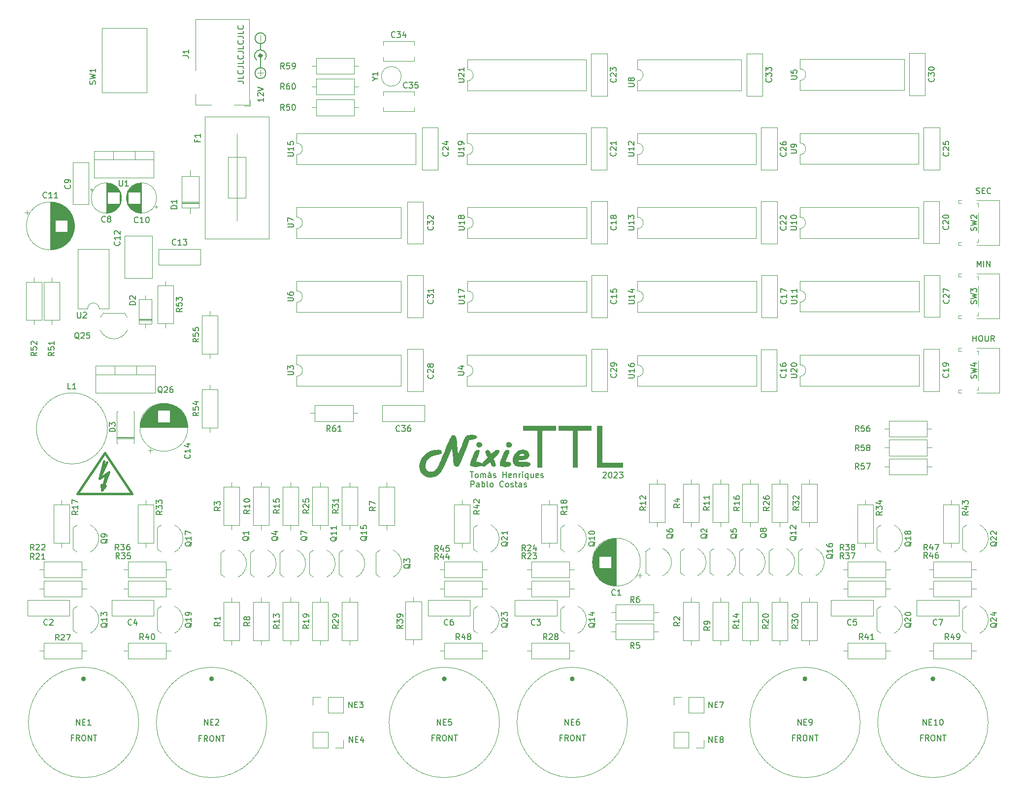
<source format=gbr>
G04 #@! TF.GenerationSoftware,KiCad,Pcbnew,(6.0.10)*
G04 #@! TF.CreationDate,2023-04-15T17:41:54+02:00*
G04 #@! TF.ProjectId,NixieClock,4e697869-6543-46c6-9f63-6b2e6b696361,rev?*
G04 #@! TF.SameCoordinates,Original*
G04 #@! TF.FileFunction,Legend,Top*
G04 #@! TF.FilePolarity,Positive*
%FSLAX46Y46*%
G04 Gerber Fmt 4.6, Leading zero omitted, Abs format (unit mm)*
G04 Created by KiCad (PCBNEW (6.0.10)) date 2023-04-15 17:41:54*
%MOMM*%
%LPD*%
G01*
G04 APERTURE LIST*
%ADD10C,0.200000*%
%ADD11C,0.120000*%
%ADD12C,0.150000*%
%ADD13C,0.400000*%
%ADD14C,0.500000*%
%ADD15C,0.381000*%
G04 APERTURE END LIST*
D10*
X138502380Y-39719047D02*
X139216666Y-39719047D01*
X139359523Y-39766666D01*
X139454761Y-39861904D01*
X139502380Y-40004761D01*
X139502380Y-40100000D01*
X139502380Y-38766666D02*
X139502380Y-39242857D01*
X138502380Y-39242857D01*
X139407142Y-37861904D02*
X139454761Y-37909523D01*
X139502380Y-38052380D01*
X139502380Y-38147619D01*
X139454761Y-38290476D01*
X139359523Y-38385714D01*
X139264285Y-38433333D01*
X139073809Y-38480952D01*
X138930952Y-38480952D01*
X138740476Y-38433333D01*
X138645238Y-38385714D01*
X138550000Y-38290476D01*
X138502380Y-38147619D01*
X138502380Y-38052380D01*
X138550000Y-37909523D01*
X138597619Y-37861904D01*
X138502380Y-37147619D02*
X139216666Y-37147619D01*
X139359523Y-37195238D01*
X139454761Y-37290476D01*
X139502380Y-37433333D01*
X139502380Y-37528571D01*
X139502380Y-36195238D02*
X139502380Y-36671428D01*
X138502380Y-36671428D01*
X139407142Y-35290476D02*
X139454761Y-35338095D01*
X139502380Y-35480952D01*
X139502380Y-35576190D01*
X139454761Y-35719047D01*
X139359523Y-35814285D01*
X139264285Y-35861904D01*
X139073809Y-35909523D01*
X138930952Y-35909523D01*
X138740476Y-35861904D01*
X138645238Y-35814285D01*
X138550000Y-35719047D01*
X138502380Y-35576190D01*
X138502380Y-35480952D01*
X138550000Y-35338095D01*
X138597619Y-35290476D01*
X138502380Y-34576190D02*
X139216666Y-34576190D01*
X139359523Y-34623809D01*
X139454761Y-34719047D01*
X139502380Y-34861904D01*
X139502380Y-34957142D01*
X139502380Y-33623809D02*
X139502380Y-34100000D01*
X138502380Y-34100000D01*
X139407142Y-32719047D02*
X139454761Y-32766666D01*
X139502380Y-32909523D01*
X139502380Y-33004761D01*
X139454761Y-33147619D01*
X139359523Y-33242857D01*
X139264285Y-33290476D01*
X139073809Y-33338095D01*
X138930952Y-33338095D01*
X138740476Y-33290476D01*
X138645238Y-33242857D01*
X138550000Y-33147619D01*
X138502380Y-33004761D01*
X138502380Y-32909523D01*
X138550000Y-32766666D01*
X138597619Y-32719047D01*
X138502380Y-32004761D02*
X139216666Y-32004761D01*
X139359523Y-32052380D01*
X139454761Y-32147619D01*
X139502380Y-32290476D01*
X139502380Y-32385714D01*
X139502380Y-31052380D02*
X139502380Y-31528571D01*
X138502380Y-31528571D01*
X139407142Y-30147619D02*
X139454761Y-30195238D01*
X139502380Y-30338095D01*
X139502380Y-30433333D01*
X139454761Y-30576190D01*
X139359523Y-30671428D01*
X139264285Y-30719047D01*
X139073809Y-30766666D01*
X138930952Y-30766666D01*
X138740476Y-30719047D01*
X138645238Y-30671428D01*
X138550000Y-30576190D01*
X138502380Y-30433333D01*
X138502380Y-30338095D01*
X138550000Y-30195238D01*
X138597619Y-30147619D01*
D11*
X142400000Y-31825000D02*
X142400000Y-32825000D01*
X142400000Y-37800000D02*
X142400000Y-38800000D01*
X141900000Y-38300000D02*
X142900000Y-38300000D01*
D12*
X265604761Y-71652380D02*
X265604761Y-70652380D01*
X265938095Y-71366666D01*
X266271428Y-70652380D01*
X266271428Y-71652380D01*
X266747619Y-71652380D02*
X266747619Y-70652380D01*
X267223809Y-71652380D02*
X267223809Y-70652380D01*
X267795238Y-71652380D01*
X267795238Y-70652380D01*
X264866666Y-84452380D02*
X264866666Y-83452380D01*
X264866666Y-83928571D02*
X265438095Y-83928571D01*
X265438095Y-84452380D02*
X265438095Y-83452380D01*
X266104761Y-83452380D02*
X266295238Y-83452380D01*
X266390476Y-83500000D01*
X266485714Y-83595238D01*
X266533333Y-83785714D01*
X266533333Y-84119047D01*
X266485714Y-84309523D01*
X266390476Y-84404761D01*
X266295238Y-84452380D01*
X266104761Y-84452380D01*
X266009523Y-84404761D01*
X265914285Y-84309523D01*
X265866666Y-84119047D01*
X265866666Y-83785714D01*
X265914285Y-83595238D01*
X266009523Y-83500000D01*
X266104761Y-83452380D01*
X266961904Y-83452380D02*
X266961904Y-84261904D01*
X267009523Y-84357142D01*
X267057142Y-84404761D01*
X267152380Y-84452380D01*
X267342857Y-84452380D01*
X267438095Y-84404761D01*
X267485714Y-84357142D01*
X267533333Y-84261904D01*
X267533333Y-83452380D01*
X268580952Y-84452380D02*
X268247619Y-83976190D01*
X268009523Y-84452380D02*
X268009523Y-83452380D01*
X268390476Y-83452380D01*
X268485714Y-83500000D01*
X268533333Y-83547619D01*
X268580952Y-83642857D01*
X268580952Y-83785714D01*
X268533333Y-83880952D01*
X268485714Y-83928571D01*
X268390476Y-83976190D01*
X268009523Y-83976190D01*
X201285714Y-107047619D02*
X201333333Y-107000000D01*
X201428571Y-106952380D01*
X201666666Y-106952380D01*
X201761904Y-107000000D01*
X201809523Y-107047619D01*
X201857142Y-107142857D01*
X201857142Y-107238095D01*
X201809523Y-107380952D01*
X201238095Y-107952380D01*
X201857142Y-107952380D01*
X202476190Y-106952380D02*
X202571428Y-106952380D01*
X202666666Y-107000000D01*
X202714285Y-107047619D01*
X202761904Y-107142857D01*
X202809523Y-107333333D01*
X202809523Y-107571428D01*
X202761904Y-107761904D01*
X202714285Y-107857142D01*
X202666666Y-107904761D01*
X202571428Y-107952380D01*
X202476190Y-107952380D01*
X202380952Y-107904761D01*
X202333333Y-107857142D01*
X202285714Y-107761904D01*
X202238095Y-107571428D01*
X202238095Y-107333333D01*
X202285714Y-107142857D01*
X202333333Y-107047619D01*
X202380952Y-107000000D01*
X202476190Y-106952380D01*
X203190476Y-107047619D02*
X203238095Y-107000000D01*
X203333333Y-106952380D01*
X203571428Y-106952380D01*
X203666666Y-107000000D01*
X203714285Y-107047619D01*
X203761904Y-107142857D01*
X203761904Y-107238095D01*
X203714285Y-107380952D01*
X203142857Y-107952380D01*
X203761904Y-107952380D01*
X204095238Y-106952380D02*
X204714285Y-106952380D01*
X204380952Y-107333333D01*
X204523809Y-107333333D01*
X204619047Y-107380952D01*
X204666666Y-107428571D01*
X204714285Y-107523809D01*
X204714285Y-107761904D01*
X204666666Y-107857142D01*
X204619047Y-107904761D01*
X204523809Y-107952380D01*
X204238095Y-107952380D01*
X204142857Y-107904761D01*
X204095238Y-107857142D01*
X178442738Y-106897380D02*
X179014166Y-106897380D01*
X178728452Y-107897380D02*
X178728452Y-106897380D01*
X179490357Y-107897380D02*
X179395119Y-107849761D01*
X179347500Y-107802142D01*
X179299880Y-107706904D01*
X179299880Y-107421190D01*
X179347500Y-107325952D01*
X179395119Y-107278333D01*
X179490357Y-107230714D01*
X179633214Y-107230714D01*
X179728452Y-107278333D01*
X179776071Y-107325952D01*
X179823690Y-107421190D01*
X179823690Y-107706904D01*
X179776071Y-107802142D01*
X179728452Y-107849761D01*
X179633214Y-107897380D01*
X179490357Y-107897380D01*
X180252261Y-107897380D02*
X180252261Y-107230714D01*
X180252261Y-107325952D02*
X180299880Y-107278333D01*
X180395119Y-107230714D01*
X180537976Y-107230714D01*
X180633214Y-107278333D01*
X180680833Y-107373571D01*
X180680833Y-107897380D01*
X180680833Y-107373571D02*
X180728452Y-107278333D01*
X180823690Y-107230714D01*
X180966547Y-107230714D01*
X181061785Y-107278333D01*
X181109404Y-107373571D01*
X181109404Y-107897380D01*
X182014166Y-107897380D02*
X182014166Y-107373571D01*
X181966547Y-107278333D01*
X181871309Y-107230714D01*
X181680833Y-107230714D01*
X181585595Y-107278333D01*
X182014166Y-107849761D02*
X181918928Y-107897380D01*
X181680833Y-107897380D01*
X181585595Y-107849761D01*
X181537976Y-107754523D01*
X181537976Y-107659285D01*
X181585595Y-107564047D01*
X181680833Y-107516428D01*
X181918928Y-107516428D01*
X182014166Y-107468809D01*
X181871309Y-106849761D02*
X181728452Y-106992619D01*
X182442738Y-107849761D02*
X182537976Y-107897380D01*
X182728452Y-107897380D01*
X182823690Y-107849761D01*
X182871309Y-107754523D01*
X182871309Y-107706904D01*
X182823690Y-107611666D01*
X182728452Y-107564047D01*
X182585595Y-107564047D01*
X182490357Y-107516428D01*
X182442738Y-107421190D01*
X182442738Y-107373571D01*
X182490357Y-107278333D01*
X182585595Y-107230714D01*
X182728452Y-107230714D01*
X182823690Y-107278333D01*
X184061785Y-107897380D02*
X184061785Y-106897380D01*
X184061785Y-107373571D02*
X184633214Y-107373571D01*
X184633214Y-107897380D02*
X184633214Y-106897380D01*
X185490357Y-107849761D02*
X185395119Y-107897380D01*
X185204642Y-107897380D01*
X185109404Y-107849761D01*
X185061785Y-107754523D01*
X185061785Y-107373571D01*
X185109404Y-107278333D01*
X185204642Y-107230714D01*
X185395119Y-107230714D01*
X185490357Y-107278333D01*
X185537976Y-107373571D01*
X185537976Y-107468809D01*
X185061785Y-107564047D01*
X185966547Y-107230714D02*
X185966547Y-107897380D01*
X185966547Y-107325952D02*
X186014166Y-107278333D01*
X186109404Y-107230714D01*
X186252261Y-107230714D01*
X186347500Y-107278333D01*
X186395119Y-107373571D01*
X186395119Y-107897380D01*
X186871309Y-107897380D02*
X186871309Y-107230714D01*
X186871309Y-107421190D02*
X186918928Y-107325952D01*
X186966547Y-107278333D01*
X187061785Y-107230714D01*
X187157023Y-107230714D01*
X187490357Y-107897380D02*
X187490357Y-107230714D01*
X187490357Y-106897380D02*
X187442738Y-106945000D01*
X187490357Y-106992619D01*
X187537976Y-106945000D01*
X187490357Y-106897380D01*
X187490357Y-106992619D01*
X188395119Y-107230714D02*
X188395119Y-108230714D01*
X188395119Y-107849761D02*
X188299880Y-107897380D01*
X188109404Y-107897380D01*
X188014166Y-107849761D01*
X187966547Y-107802142D01*
X187918928Y-107706904D01*
X187918928Y-107421190D01*
X187966547Y-107325952D01*
X188014166Y-107278333D01*
X188109404Y-107230714D01*
X188299880Y-107230714D01*
X188395119Y-107278333D01*
X189299880Y-107230714D02*
X189299880Y-107897380D01*
X188871309Y-107230714D02*
X188871309Y-107754523D01*
X188918928Y-107849761D01*
X189014166Y-107897380D01*
X189157023Y-107897380D01*
X189252261Y-107849761D01*
X189299880Y-107802142D01*
X190157023Y-107849761D02*
X190061785Y-107897380D01*
X189871309Y-107897380D01*
X189776071Y-107849761D01*
X189728452Y-107754523D01*
X189728452Y-107373571D01*
X189776071Y-107278333D01*
X189871309Y-107230714D01*
X190061785Y-107230714D01*
X190157023Y-107278333D01*
X190204642Y-107373571D01*
X190204642Y-107468809D01*
X189728452Y-107564047D01*
X190585595Y-107849761D02*
X190680833Y-107897380D01*
X190871309Y-107897380D01*
X190966547Y-107849761D01*
X191014166Y-107754523D01*
X191014166Y-107706904D01*
X190966547Y-107611666D01*
X190871309Y-107564047D01*
X190728452Y-107564047D01*
X190633214Y-107516428D01*
X190585595Y-107421190D01*
X190585595Y-107373571D01*
X190633214Y-107278333D01*
X190728452Y-107230714D01*
X190871309Y-107230714D01*
X190966547Y-107278333D01*
X178585595Y-109507380D02*
X178585595Y-108507380D01*
X178966547Y-108507380D01*
X179061785Y-108555000D01*
X179109404Y-108602619D01*
X179157023Y-108697857D01*
X179157023Y-108840714D01*
X179109404Y-108935952D01*
X179061785Y-108983571D01*
X178966547Y-109031190D01*
X178585595Y-109031190D01*
X180014166Y-109507380D02*
X180014166Y-108983571D01*
X179966547Y-108888333D01*
X179871309Y-108840714D01*
X179680833Y-108840714D01*
X179585595Y-108888333D01*
X180014166Y-109459761D02*
X179918928Y-109507380D01*
X179680833Y-109507380D01*
X179585595Y-109459761D01*
X179537976Y-109364523D01*
X179537976Y-109269285D01*
X179585595Y-109174047D01*
X179680833Y-109126428D01*
X179918928Y-109126428D01*
X180014166Y-109078809D01*
X180490357Y-109507380D02*
X180490357Y-108507380D01*
X180490357Y-108888333D02*
X180585595Y-108840714D01*
X180776071Y-108840714D01*
X180871309Y-108888333D01*
X180918928Y-108935952D01*
X180966547Y-109031190D01*
X180966547Y-109316904D01*
X180918928Y-109412142D01*
X180871309Y-109459761D01*
X180776071Y-109507380D01*
X180585595Y-109507380D01*
X180490357Y-109459761D01*
X181537976Y-109507380D02*
X181442738Y-109459761D01*
X181395119Y-109364523D01*
X181395119Y-108507380D01*
X182061785Y-109507380D02*
X181966547Y-109459761D01*
X181918928Y-109412142D01*
X181871309Y-109316904D01*
X181871309Y-109031190D01*
X181918928Y-108935952D01*
X181966547Y-108888333D01*
X182061785Y-108840714D01*
X182204642Y-108840714D01*
X182299880Y-108888333D01*
X182347500Y-108935952D01*
X182395119Y-109031190D01*
X182395119Y-109316904D01*
X182347500Y-109412142D01*
X182299880Y-109459761D01*
X182204642Y-109507380D01*
X182061785Y-109507380D01*
X184157023Y-109412142D02*
X184109404Y-109459761D01*
X183966547Y-109507380D01*
X183871309Y-109507380D01*
X183728452Y-109459761D01*
X183633214Y-109364523D01*
X183585595Y-109269285D01*
X183537976Y-109078809D01*
X183537976Y-108935952D01*
X183585595Y-108745476D01*
X183633214Y-108650238D01*
X183728452Y-108555000D01*
X183871309Y-108507380D01*
X183966547Y-108507380D01*
X184109404Y-108555000D01*
X184157023Y-108602619D01*
X184728452Y-109507380D02*
X184633214Y-109459761D01*
X184585595Y-109412142D01*
X184537976Y-109316904D01*
X184537976Y-109031190D01*
X184585595Y-108935952D01*
X184633214Y-108888333D01*
X184728452Y-108840714D01*
X184871309Y-108840714D01*
X184966547Y-108888333D01*
X185014166Y-108935952D01*
X185061785Y-109031190D01*
X185061785Y-109316904D01*
X185014166Y-109412142D01*
X184966547Y-109459761D01*
X184871309Y-109507380D01*
X184728452Y-109507380D01*
X185442738Y-109459761D02*
X185537976Y-109507380D01*
X185728452Y-109507380D01*
X185823690Y-109459761D01*
X185871309Y-109364523D01*
X185871309Y-109316904D01*
X185823690Y-109221666D01*
X185728452Y-109174047D01*
X185585595Y-109174047D01*
X185490357Y-109126428D01*
X185442738Y-109031190D01*
X185442738Y-108983571D01*
X185490357Y-108888333D01*
X185585595Y-108840714D01*
X185728452Y-108840714D01*
X185823690Y-108888333D01*
X186157023Y-108840714D02*
X186537976Y-108840714D01*
X186299880Y-108507380D02*
X186299880Y-109364523D01*
X186347500Y-109459761D01*
X186442738Y-109507380D01*
X186537976Y-109507380D01*
X187299880Y-109507380D02*
X187299880Y-108983571D01*
X187252261Y-108888333D01*
X187157023Y-108840714D01*
X186966547Y-108840714D01*
X186871309Y-108888333D01*
X187299880Y-109459761D02*
X187204642Y-109507380D01*
X186966547Y-109507380D01*
X186871309Y-109459761D01*
X186823690Y-109364523D01*
X186823690Y-109269285D01*
X186871309Y-109174047D01*
X186966547Y-109126428D01*
X187204642Y-109126428D01*
X187299880Y-109078809D01*
X187728452Y-109459761D02*
X187823690Y-109507380D01*
X188014166Y-109507380D01*
X188109404Y-109459761D01*
X188157023Y-109364523D01*
X188157023Y-109316904D01*
X188109404Y-109221666D01*
X188014166Y-109174047D01*
X187871309Y-109174047D01*
X187776071Y-109126428D01*
X187728452Y-109031190D01*
X187728452Y-108983571D01*
X187776071Y-108888333D01*
X187871309Y-108840714D01*
X188014166Y-108840714D01*
X188109404Y-108888333D01*
X265461904Y-59004761D02*
X265604761Y-59052380D01*
X265842857Y-59052380D01*
X265938095Y-59004761D01*
X265985714Y-58957142D01*
X266033333Y-58861904D01*
X266033333Y-58766666D01*
X265985714Y-58671428D01*
X265938095Y-58623809D01*
X265842857Y-58576190D01*
X265652380Y-58528571D01*
X265557142Y-58480952D01*
X265509523Y-58433333D01*
X265461904Y-58338095D01*
X265461904Y-58242857D01*
X265509523Y-58147619D01*
X265557142Y-58100000D01*
X265652380Y-58052380D01*
X265890476Y-58052380D01*
X266033333Y-58100000D01*
X266461904Y-58528571D02*
X266795238Y-58528571D01*
X266938095Y-59052380D02*
X266461904Y-59052380D01*
X266461904Y-58052380D01*
X266938095Y-58052380D01*
X267938095Y-58957142D02*
X267890476Y-59004761D01*
X267747619Y-59052380D01*
X267652380Y-59052380D01*
X267509523Y-59004761D01*
X267414285Y-58909523D01*
X267366666Y-58814285D01*
X267319047Y-58623809D01*
X267319047Y-58480952D01*
X267366666Y-58290476D01*
X267414285Y-58195238D01*
X267509523Y-58100000D01*
X267652380Y-58052380D01*
X267747619Y-58052380D01*
X267890476Y-58100000D01*
X267938095Y-58147619D01*
X120269333Y-133159142D02*
X120221714Y-133206761D01*
X120078857Y-133254380D01*
X119983619Y-133254380D01*
X119840761Y-133206761D01*
X119745523Y-133111523D01*
X119697904Y-133016285D01*
X119650285Y-132825809D01*
X119650285Y-132682952D01*
X119697904Y-132492476D01*
X119745523Y-132397238D01*
X119840761Y-132302000D01*
X119983619Y-132254380D01*
X120078857Y-132254380D01*
X120221714Y-132302000D01*
X120269333Y-132349619D01*
X121126476Y-132587714D02*
X121126476Y-133254380D01*
X120888380Y-132206761D02*
X120650285Y-132921047D01*
X121269333Y-132921047D01*
X174625333Y-133159142D02*
X174577714Y-133206761D01*
X174434857Y-133254380D01*
X174339619Y-133254380D01*
X174196761Y-133206761D01*
X174101523Y-133111523D01*
X174053904Y-133016285D01*
X174006285Y-132825809D01*
X174006285Y-132682952D01*
X174053904Y-132492476D01*
X174101523Y-132397238D01*
X174196761Y-132302000D01*
X174339619Y-132254380D01*
X174434857Y-132254380D01*
X174577714Y-132302000D01*
X174625333Y-132349619D01*
X175482476Y-132254380D02*
X175292000Y-132254380D01*
X175196761Y-132302000D01*
X175149142Y-132349619D01*
X175053904Y-132492476D01*
X175006285Y-132682952D01*
X175006285Y-133063904D01*
X175053904Y-133159142D01*
X175101523Y-133206761D01*
X175196761Y-133254380D01*
X175387238Y-133254380D01*
X175482476Y-133206761D01*
X175530095Y-133159142D01*
X175577714Y-133063904D01*
X175577714Y-132825809D01*
X175530095Y-132730571D01*
X175482476Y-132682952D01*
X175387238Y-132635333D01*
X175196761Y-132635333D01*
X175101523Y-132682952D01*
X175053904Y-132730571D01*
X175006285Y-132825809D01*
X203419333Y-128035142D02*
X203371714Y-128082761D01*
X203228857Y-128130380D01*
X203133619Y-128130380D01*
X202990761Y-128082761D01*
X202895523Y-127987523D01*
X202847904Y-127892285D01*
X202800285Y-127701809D01*
X202800285Y-127558952D01*
X202847904Y-127368476D01*
X202895523Y-127273238D01*
X202990761Y-127178000D01*
X203133619Y-127130380D01*
X203228857Y-127130380D01*
X203371714Y-127178000D01*
X203419333Y-127225619D01*
X204371714Y-128130380D02*
X203800285Y-128130380D01*
X204086000Y-128130380D02*
X204086000Y-127130380D01*
X203990761Y-127273238D01*
X203895523Y-127368476D01*
X203800285Y-127416095D01*
X189571333Y-133159142D02*
X189523714Y-133206761D01*
X189380857Y-133254380D01*
X189285619Y-133254380D01*
X189142761Y-133206761D01*
X189047523Y-133111523D01*
X188999904Y-133016285D01*
X188952285Y-132825809D01*
X188952285Y-132682952D01*
X188999904Y-132492476D01*
X189047523Y-132397238D01*
X189142761Y-132302000D01*
X189285619Y-132254380D01*
X189380857Y-132254380D01*
X189523714Y-132302000D01*
X189571333Y-132349619D01*
X189904666Y-132254380D02*
X190523714Y-132254380D01*
X190190380Y-132635333D01*
X190333238Y-132635333D01*
X190428476Y-132682952D01*
X190476095Y-132730571D01*
X190523714Y-132825809D01*
X190523714Y-133063904D01*
X190476095Y-133159142D01*
X190428476Y-133206761D01*
X190333238Y-133254380D01*
X190047523Y-133254380D01*
X189952285Y-133206761D01*
X189904666Y-133159142D01*
X243927333Y-133159142D02*
X243879714Y-133206761D01*
X243736857Y-133254380D01*
X243641619Y-133254380D01*
X243498761Y-133206761D01*
X243403523Y-133111523D01*
X243355904Y-133016285D01*
X243308285Y-132825809D01*
X243308285Y-132682952D01*
X243355904Y-132492476D01*
X243403523Y-132397238D01*
X243498761Y-132302000D01*
X243641619Y-132254380D01*
X243736857Y-132254380D01*
X243879714Y-132302000D01*
X243927333Y-132349619D01*
X244832095Y-132254380D02*
X244355904Y-132254380D01*
X244308285Y-132730571D01*
X244355904Y-132682952D01*
X244451142Y-132635333D01*
X244689238Y-132635333D01*
X244784476Y-132682952D01*
X244832095Y-132730571D01*
X244879714Y-132825809D01*
X244879714Y-133063904D01*
X244832095Y-133159142D01*
X244784476Y-133206761D01*
X244689238Y-133254380D01*
X244451142Y-133254380D01*
X244355904Y-133206761D01*
X244308285Y-133159142D01*
X258659333Y-133159142D02*
X258611714Y-133206761D01*
X258468857Y-133254380D01*
X258373619Y-133254380D01*
X258230761Y-133206761D01*
X258135523Y-133111523D01*
X258087904Y-133016285D01*
X258040285Y-132825809D01*
X258040285Y-132682952D01*
X258087904Y-132492476D01*
X258135523Y-132397238D01*
X258230761Y-132302000D01*
X258373619Y-132254380D01*
X258468857Y-132254380D01*
X258611714Y-132302000D01*
X258659333Y-132349619D01*
X258992666Y-132254380D02*
X259659333Y-132254380D01*
X259230761Y-133254380D01*
X130257142Y-103942857D02*
X130304761Y-103990476D01*
X130352380Y-104133333D01*
X130352380Y-104228571D01*
X130304761Y-104371428D01*
X130209523Y-104466666D01*
X130114285Y-104514285D01*
X129923809Y-104561904D01*
X129780952Y-104561904D01*
X129590476Y-104514285D01*
X129495238Y-104466666D01*
X129400000Y-104371428D01*
X129352380Y-104228571D01*
X129352380Y-104133333D01*
X129400000Y-103990476D01*
X129447619Y-103942857D01*
X130352380Y-102990476D02*
X130352380Y-103561904D01*
X130352380Y-103276190D02*
X129352380Y-103276190D01*
X129495238Y-103371428D01*
X129590476Y-103466666D01*
X129638095Y-103561904D01*
X129685714Y-102133333D02*
X130352380Y-102133333D01*
X129304761Y-102371428D02*
X130019047Y-102609523D01*
X130019047Y-101990476D01*
X232725151Y-77352857D02*
X232772770Y-77400476D01*
X232820389Y-77543333D01*
X232820389Y-77638571D01*
X232772770Y-77781428D01*
X232677532Y-77876666D01*
X232582294Y-77924285D01*
X232391818Y-77971904D01*
X232248961Y-77971904D01*
X232058485Y-77924285D01*
X231963247Y-77876666D01*
X231868009Y-77781428D01*
X231820389Y-77638571D01*
X231820389Y-77543333D01*
X231868009Y-77400476D01*
X231915628Y-77352857D01*
X232820389Y-76400476D02*
X232820389Y-76971904D01*
X232820389Y-76686190D02*
X231820389Y-76686190D01*
X231963247Y-76781428D01*
X232058485Y-76876666D01*
X232106104Y-76971904D01*
X231820389Y-76067142D02*
X231820389Y-75400476D01*
X232820389Y-75829047D01*
X260615151Y-64617857D02*
X260662770Y-64665476D01*
X260710389Y-64808333D01*
X260710389Y-64903571D01*
X260662770Y-65046428D01*
X260567532Y-65141666D01*
X260472294Y-65189285D01*
X260281818Y-65236904D01*
X260138961Y-65236904D01*
X259948485Y-65189285D01*
X259853247Y-65141666D01*
X259758009Y-65046428D01*
X259710389Y-64903571D01*
X259710389Y-64808333D01*
X259758009Y-64665476D01*
X259805628Y-64617857D01*
X259805628Y-64236904D02*
X259758009Y-64189285D01*
X259710389Y-64094047D01*
X259710389Y-63855952D01*
X259758009Y-63760714D01*
X259805628Y-63713095D01*
X259900866Y-63665476D01*
X259996104Y-63665476D01*
X260138961Y-63713095D01*
X260710389Y-64284523D01*
X260710389Y-63665476D01*
X259710389Y-63046428D02*
X259710389Y-62951190D01*
X259758009Y-62855952D01*
X259805628Y-62808333D01*
X259900866Y-62760714D01*
X260091342Y-62713095D01*
X260329437Y-62713095D01*
X260519913Y-62760714D01*
X260615151Y-62808333D01*
X260662770Y-62855952D01*
X260710389Y-62951190D01*
X260710389Y-63046428D01*
X260662770Y-63141666D01*
X260615151Y-63189285D01*
X260519913Y-63236904D01*
X260329437Y-63284523D01*
X260091342Y-63284523D01*
X259900866Y-63236904D01*
X259805628Y-63189285D01*
X259758009Y-63141666D01*
X259710389Y-63046428D01*
X232690151Y-64712857D02*
X232737770Y-64760476D01*
X232785389Y-64903333D01*
X232785389Y-64998571D01*
X232737770Y-65141428D01*
X232642532Y-65236666D01*
X232547294Y-65284285D01*
X232356818Y-65331904D01*
X232213961Y-65331904D01*
X232023485Y-65284285D01*
X231928247Y-65236666D01*
X231833009Y-65141428D01*
X231785389Y-64998571D01*
X231785389Y-64903333D01*
X231833009Y-64760476D01*
X231880628Y-64712857D01*
X231880628Y-64331904D02*
X231833009Y-64284285D01*
X231785389Y-64189047D01*
X231785389Y-63950952D01*
X231833009Y-63855714D01*
X231880628Y-63808095D01*
X231975866Y-63760476D01*
X232071104Y-63760476D01*
X232213961Y-63808095D01*
X232785389Y-64379523D01*
X232785389Y-63760476D01*
X231880628Y-63379523D02*
X231833009Y-63331904D01*
X231785389Y-63236666D01*
X231785389Y-62998571D01*
X231833009Y-62903333D01*
X231880628Y-62855714D01*
X231975866Y-62808095D01*
X232071104Y-62808095D01*
X232213961Y-62855714D01*
X232785389Y-63427142D01*
X232785389Y-62808095D01*
X260635151Y-51962857D02*
X260682770Y-52010476D01*
X260730389Y-52153333D01*
X260730389Y-52248571D01*
X260682770Y-52391428D01*
X260587532Y-52486666D01*
X260492294Y-52534285D01*
X260301818Y-52581904D01*
X260158961Y-52581904D01*
X259968485Y-52534285D01*
X259873247Y-52486666D01*
X259778009Y-52391428D01*
X259730389Y-52248571D01*
X259730389Y-52153333D01*
X259778009Y-52010476D01*
X259825628Y-51962857D01*
X259825628Y-51581904D02*
X259778009Y-51534285D01*
X259730389Y-51439047D01*
X259730389Y-51200952D01*
X259778009Y-51105714D01*
X259825628Y-51058095D01*
X259920866Y-51010476D01*
X260016104Y-51010476D01*
X260158961Y-51058095D01*
X260730389Y-51629523D01*
X260730389Y-51010476D01*
X259730389Y-50105714D02*
X259730389Y-50581904D01*
X260206580Y-50629523D01*
X260158961Y-50581904D01*
X260111342Y-50486666D01*
X260111342Y-50248571D01*
X260158961Y-50153333D01*
X260206580Y-50105714D01*
X260301818Y-50058095D01*
X260539913Y-50058095D01*
X260635151Y-50105714D01*
X260682770Y-50153333D01*
X260730389Y-50248571D01*
X260730389Y-50486666D01*
X260682770Y-50581904D01*
X260635151Y-50629523D01*
X232690151Y-52012857D02*
X232737770Y-52060476D01*
X232785389Y-52203333D01*
X232785389Y-52298571D01*
X232737770Y-52441428D01*
X232642532Y-52536666D01*
X232547294Y-52584285D01*
X232356818Y-52631904D01*
X232213961Y-52631904D01*
X232023485Y-52584285D01*
X231928247Y-52536666D01*
X231833009Y-52441428D01*
X231785389Y-52298571D01*
X231785389Y-52203333D01*
X231833009Y-52060476D01*
X231880628Y-52012857D01*
X231880628Y-51631904D02*
X231833009Y-51584285D01*
X231785389Y-51489047D01*
X231785389Y-51250952D01*
X231833009Y-51155714D01*
X231880628Y-51108095D01*
X231975866Y-51060476D01*
X232071104Y-51060476D01*
X232213961Y-51108095D01*
X232785389Y-51679523D01*
X232785389Y-51060476D01*
X231785389Y-50203333D02*
X231785389Y-50393809D01*
X231833009Y-50489047D01*
X231880628Y-50536666D01*
X232023485Y-50631904D01*
X232213961Y-50679523D01*
X232594913Y-50679523D01*
X232690151Y-50631904D01*
X232737770Y-50584285D01*
X232785389Y-50489047D01*
X232785389Y-50298571D01*
X232737770Y-50203333D01*
X232690151Y-50155714D01*
X232594913Y-50108095D01*
X232356818Y-50108095D01*
X232261580Y-50155714D01*
X232213961Y-50203333D01*
X232166342Y-50298571D01*
X232166342Y-50489047D01*
X232213961Y-50584285D01*
X232261580Y-50631904D01*
X232356818Y-50679523D01*
X203507142Y-90042857D02*
X203554761Y-90090476D01*
X203602380Y-90233333D01*
X203602380Y-90328571D01*
X203554761Y-90471428D01*
X203459523Y-90566666D01*
X203364285Y-90614285D01*
X203173809Y-90661904D01*
X203030952Y-90661904D01*
X202840476Y-90614285D01*
X202745238Y-90566666D01*
X202650000Y-90471428D01*
X202602380Y-90328571D01*
X202602380Y-90233333D01*
X202650000Y-90090476D01*
X202697619Y-90042857D01*
X202697619Y-89661904D02*
X202650000Y-89614285D01*
X202602380Y-89519047D01*
X202602380Y-89280952D01*
X202650000Y-89185714D01*
X202697619Y-89138095D01*
X202792857Y-89090476D01*
X202888095Y-89090476D01*
X203030952Y-89138095D01*
X203602380Y-89709523D01*
X203602380Y-89090476D01*
X203602380Y-88614285D02*
X203602380Y-88423809D01*
X203554761Y-88328571D01*
X203507142Y-88280952D01*
X203364285Y-88185714D01*
X203173809Y-88138095D01*
X202792857Y-88138095D01*
X202697619Y-88185714D01*
X202650000Y-88233333D01*
X202602380Y-88328571D01*
X202602380Y-88519047D01*
X202650000Y-88614285D01*
X202697619Y-88661904D01*
X202792857Y-88709523D01*
X203030952Y-88709523D01*
X203126190Y-88661904D01*
X203173809Y-88614285D01*
X203221428Y-88519047D01*
X203221428Y-88328571D01*
X203173809Y-88233333D01*
X203126190Y-88185714D01*
X203030952Y-88138095D01*
X203515151Y-77352857D02*
X203562770Y-77400476D01*
X203610389Y-77543333D01*
X203610389Y-77638571D01*
X203562770Y-77781428D01*
X203467532Y-77876666D01*
X203372294Y-77924285D01*
X203181818Y-77971904D01*
X203038961Y-77971904D01*
X202848485Y-77924285D01*
X202753247Y-77876666D01*
X202658009Y-77781428D01*
X202610389Y-77638571D01*
X202610389Y-77543333D01*
X202658009Y-77400476D01*
X202705628Y-77352857D01*
X203610389Y-76400476D02*
X203610389Y-76971904D01*
X203610389Y-76686190D02*
X202610389Y-76686190D01*
X202753247Y-76781428D01*
X202848485Y-76876666D01*
X202896104Y-76971904D01*
X202610389Y-75495714D02*
X202610389Y-75971904D01*
X203086580Y-76019523D01*
X203038961Y-75971904D01*
X202991342Y-75876666D01*
X202991342Y-75638571D01*
X203038961Y-75543333D01*
X203086580Y-75495714D01*
X203181818Y-75448095D01*
X203419913Y-75448095D01*
X203515151Y-75495714D01*
X203562770Y-75543333D01*
X203610389Y-75638571D01*
X203610389Y-75876666D01*
X203562770Y-75971904D01*
X203515151Y-76019523D01*
X203500151Y-64662857D02*
X203547770Y-64710476D01*
X203595389Y-64853333D01*
X203595389Y-64948571D01*
X203547770Y-65091428D01*
X203452532Y-65186666D01*
X203357294Y-65234285D01*
X203166818Y-65281904D01*
X203023961Y-65281904D01*
X202833485Y-65234285D01*
X202738247Y-65186666D01*
X202643009Y-65091428D01*
X202595389Y-64948571D01*
X202595389Y-64853333D01*
X202643009Y-64710476D01*
X202690628Y-64662857D01*
X203595389Y-63710476D02*
X203595389Y-64281904D01*
X203595389Y-63996190D02*
X202595389Y-63996190D01*
X202738247Y-64091428D01*
X202833485Y-64186666D01*
X202881104Y-64281904D01*
X203023961Y-63139047D02*
X202976342Y-63234285D01*
X202928723Y-63281904D01*
X202833485Y-63329523D01*
X202785866Y-63329523D01*
X202690628Y-63281904D01*
X202643009Y-63234285D01*
X202595389Y-63139047D01*
X202595389Y-62948571D01*
X202643009Y-62853333D01*
X202690628Y-62805714D01*
X202785866Y-62758095D01*
X202833485Y-62758095D01*
X202928723Y-62805714D01*
X202976342Y-62853333D01*
X203023961Y-62948571D01*
X203023961Y-63139047D01*
X203071580Y-63234285D01*
X203119199Y-63281904D01*
X203214437Y-63329523D01*
X203404913Y-63329523D01*
X203500151Y-63281904D01*
X203547770Y-63234285D01*
X203595389Y-63139047D01*
X203595389Y-62948571D01*
X203547770Y-62853333D01*
X203500151Y-62805714D01*
X203404913Y-62758095D01*
X203214437Y-62758095D01*
X203119199Y-62805714D01*
X203071580Y-62853333D01*
X203023961Y-62948571D01*
X203448142Y-51962857D02*
X203495761Y-52010476D01*
X203543380Y-52153333D01*
X203543380Y-52248571D01*
X203495761Y-52391428D01*
X203400523Y-52486666D01*
X203305285Y-52534285D01*
X203114809Y-52581904D01*
X202971952Y-52581904D01*
X202781476Y-52534285D01*
X202686238Y-52486666D01*
X202591000Y-52391428D01*
X202543380Y-52248571D01*
X202543380Y-52153333D01*
X202591000Y-52010476D01*
X202638619Y-51962857D01*
X202638619Y-51581904D02*
X202591000Y-51534285D01*
X202543380Y-51439047D01*
X202543380Y-51200952D01*
X202591000Y-51105714D01*
X202638619Y-51058095D01*
X202733857Y-51010476D01*
X202829095Y-51010476D01*
X202971952Y-51058095D01*
X203543380Y-51629523D01*
X203543380Y-51010476D01*
X203543380Y-50058095D02*
X203543380Y-50629523D01*
X203543380Y-50343809D02*
X202543380Y-50343809D01*
X202686238Y-50439047D01*
X202781476Y-50534285D01*
X202829095Y-50629523D01*
X203480151Y-39262857D02*
X203527770Y-39310476D01*
X203575389Y-39453333D01*
X203575389Y-39548571D01*
X203527770Y-39691428D01*
X203432532Y-39786666D01*
X203337294Y-39834285D01*
X203146818Y-39881904D01*
X203003961Y-39881904D01*
X202813485Y-39834285D01*
X202718247Y-39786666D01*
X202623009Y-39691428D01*
X202575389Y-39548571D01*
X202575389Y-39453333D01*
X202623009Y-39310476D01*
X202670628Y-39262857D01*
X202670628Y-38881904D02*
X202623009Y-38834285D01*
X202575389Y-38739047D01*
X202575389Y-38500952D01*
X202623009Y-38405714D01*
X202670628Y-38358095D01*
X202765866Y-38310476D01*
X202861104Y-38310476D01*
X203003961Y-38358095D01*
X203575389Y-38929523D01*
X203575389Y-38310476D01*
X202575389Y-37977142D02*
X202575389Y-37358095D01*
X202956342Y-37691428D01*
X202956342Y-37548571D01*
X203003961Y-37453333D01*
X203051580Y-37405714D01*
X203146818Y-37358095D01*
X203384913Y-37358095D01*
X203480151Y-37405714D01*
X203527770Y-37453333D01*
X203575389Y-37548571D01*
X203575389Y-37834285D01*
X203527770Y-37929523D01*
X203480151Y-37977142D01*
X174627142Y-51942857D02*
X174674761Y-51990476D01*
X174722380Y-52133333D01*
X174722380Y-52228571D01*
X174674761Y-52371428D01*
X174579523Y-52466666D01*
X174484285Y-52514285D01*
X174293809Y-52561904D01*
X174150952Y-52561904D01*
X173960476Y-52514285D01*
X173865238Y-52466666D01*
X173770000Y-52371428D01*
X173722380Y-52228571D01*
X173722380Y-52133333D01*
X173770000Y-51990476D01*
X173817619Y-51942857D01*
X173817619Y-51561904D02*
X173770000Y-51514285D01*
X173722380Y-51419047D01*
X173722380Y-51180952D01*
X173770000Y-51085714D01*
X173817619Y-51038095D01*
X173912857Y-50990476D01*
X174008095Y-50990476D01*
X174150952Y-51038095D01*
X174722380Y-51609523D01*
X174722380Y-50990476D01*
X174055714Y-50133333D02*
X174722380Y-50133333D01*
X173674761Y-50371428D02*
X174389047Y-50609523D01*
X174389047Y-49990476D01*
X232673142Y-90092857D02*
X232720761Y-90140476D01*
X232768380Y-90283333D01*
X232768380Y-90378571D01*
X232720761Y-90521428D01*
X232625523Y-90616666D01*
X232530285Y-90664285D01*
X232339809Y-90711904D01*
X232196952Y-90711904D01*
X232006476Y-90664285D01*
X231911238Y-90616666D01*
X231816000Y-90521428D01*
X231768380Y-90378571D01*
X231768380Y-90283333D01*
X231816000Y-90140476D01*
X231863619Y-90092857D01*
X232768380Y-89140476D02*
X232768380Y-89711904D01*
X232768380Y-89426190D02*
X231768380Y-89426190D01*
X231911238Y-89521428D01*
X232006476Y-89616666D01*
X232054095Y-89711904D01*
X231768380Y-88283333D02*
X231768380Y-88473809D01*
X231816000Y-88569047D01*
X231863619Y-88616666D01*
X232006476Y-88711904D01*
X232196952Y-88759523D01*
X232577904Y-88759523D01*
X232673142Y-88711904D01*
X232720761Y-88664285D01*
X232768380Y-88569047D01*
X232768380Y-88378571D01*
X232720761Y-88283333D01*
X232673142Y-88235714D01*
X232577904Y-88188095D01*
X232339809Y-88188095D01*
X232244571Y-88235714D01*
X232196952Y-88283333D01*
X232149333Y-88378571D01*
X232149333Y-88569047D01*
X232196952Y-88664285D01*
X232244571Y-88711904D01*
X232339809Y-88759523D01*
X260613142Y-90052857D02*
X260660761Y-90100476D01*
X260708380Y-90243333D01*
X260708380Y-90338571D01*
X260660761Y-90481428D01*
X260565523Y-90576666D01*
X260470285Y-90624285D01*
X260279809Y-90671904D01*
X260136952Y-90671904D01*
X259946476Y-90624285D01*
X259851238Y-90576666D01*
X259756000Y-90481428D01*
X259708380Y-90338571D01*
X259708380Y-90243333D01*
X259756000Y-90100476D01*
X259803619Y-90052857D01*
X260708380Y-89100476D02*
X260708380Y-89671904D01*
X260708380Y-89386190D02*
X259708380Y-89386190D01*
X259851238Y-89481428D01*
X259946476Y-89576666D01*
X259994095Y-89671904D01*
X260708380Y-88624285D02*
X260708380Y-88433809D01*
X260660761Y-88338571D01*
X260613142Y-88290952D01*
X260470285Y-88195714D01*
X260279809Y-88148095D01*
X259898857Y-88148095D01*
X259803619Y-88195714D01*
X259756000Y-88243333D01*
X259708380Y-88338571D01*
X259708380Y-88529047D01*
X259756000Y-88624285D01*
X259803619Y-88671904D01*
X259898857Y-88719523D01*
X260136952Y-88719523D01*
X260232190Y-88671904D01*
X260279809Y-88624285D01*
X260327428Y-88529047D01*
X260327428Y-88338571D01*
X260279809Y-88243333D01*
X260232190Y-88195714D01*
X260136952Y-88148095D01*
X230175151Y-39252857D02*
X230222770Y-39300476D01*
X230270389Y-39443333D01*
X230270389Y-39538571D01*
X230222770Y-39681428D01*
X230127532Y-39776666D01*
X230032294Y-39824285D01*
X229841818Y-39871904D01*
X229698961Y-39871904D01*
X229508485Y-39824285D01*
X229413247Y-39776666D01*
X229318009Y-39681428D01*
X229270389Y-39538571D01*
X229270389Y-39443333D01*
X229318009Y-39300476D01*
X229365628Y-39252857D01*
X229270389Y-38919523D02*
X229270389Y-38300476D01*
X229651342Y-38633809D01*
X229651342Y-38490952D01*
X229698961Y-38395714D01*
X229746580Y-38348095D01*
X229841818Y-38300476D01*
X230079913Y-38300476D01*
X230175151Y-38348095D01*
X230222770Y-38395714D01*
X230270389Y-38490952D01*
X230270389Y-38776666D01*
X230222770Y-38871904D01*
X230175151Y-38919523D01*
X229270389Y-37967142D02*
X229270389Y-37348095D01*
X229651342Y-37681428D01*
X229651342Y-37538571D01*
X229698961Y-37443333D01*
X229746580Y-37395714D01*
X229841818Y-37348095D01*
X230079913Y-37348095D01*
X230175151Y-37395714D01*
X230222770Y-37443333D01*
X230270389Y-37538571D01*
X230270389Y-37824285D01*
X230222770Y-37919523D01*
X230175151Y-37967142D01*
X165527142Y-32103142D02*
X165479523Y-32150761D01*
X165336666Y-32198380D01*
X165241428Y-32198380D01*
X165098571Y-32150761D01*
X165003333Y-32055523D01*
X164955714Y-31960285D01*
X164908095Y-31769809D01*
X164908095Y-31626952D01*
X164955714Y-31436476D01*
X165003333Y-31341238D01*
X165098571Y-31246000D01*
X165241428Y-31198380D01*
X165336666Y-31198380D01*
X165479523Y-31246000D01*
X165527142Y-31293619D01*
X165860476Y-31198380D02*
X166479523Y-31198380D01*
X166146190Y-31579333D01*
X166289047Y-31579333D01*
X166384285Y-31626952D01*
X166431904Y-31674571D01*
X166479523Y-31769809D01*
X166479523Y-32007904D01*
X166431904Y-32103142D01*
X166384285Y-32150761D01*
X166289047Y-32198380D01*
X166003333Y-32198380D01*
X165908095Y-32150761D01*
X165860476Y-32103142D01*
X167336666Y-31531714D02*
X167336666Y-32198380D01*
X167098571Y-31150761D02*
X166860476Y-31865047D01*
X167479523Y-31865047D01*
X167615142Y-40803142D02*
X167567523Y-40850761D01*
X167424666Y-40898380D01*
X167329428Y-40898380D01*
X167186571Y-40850761D01*
X167091333Y-40755523D01*
X167043714Y-40660285D01*
X166996095Y-40469809D01*
X166996095Y-40326952D01*
X167043714Y-40136476D01*
X167091333Y-40041238D01*
X167186571Y-39946000D01*
X167329428Y-39898380D01*
X167424666Y-39898380D01*
X167567523Y-39946000D01*
X167615142Y-39993619D01*
X167948476Y-39898380D02*
X168567523Y-39898380D01*
X168234190Y-40279333D01*
X168377047Y-40279333D01*
X168472285Y-40326952D01*
X168519904Y-40374571D01*
X168567523Y-40469809D01*
X168567523Y-40707904D01*
X168519904Y-40803142D01*
X168472285Y-40850761D01*
X168377047Y-40898380D01*
X168091333Y-40898380D01*
X167996095Y-40850761D01*
X167948476Y-40803142D01*
X169472285Y-39898380D02*
X168996095Y-39898380D01*
X168948476Y-40374571D01*
X168996095Y-40326952D01*
X169091333Y-40279333D01*
X169329428Y-40279333D01*
X169424666Y-40326952D01*
X169472285Y-40374571D01*
X169519904Y-40469809D01*
X169519904Y-40707904D01*
X169472285Y-40803142D01*
X169424666Y-40850761D01*
X169329428Y-40898380D01*
X169091333Y-40898380D01*
X168996095Y-40850761D01*
X168948476Y-40803142D01*
X121357142Y-63957142D02*
X121309523Y-64004761D01*
X121166666Y-64052380D01*
X121071428Y-64052380D01*
X120928571Y-64004761D01*
X120833333Y-63909523D01*
X120785714Y-63814285D01*
X120738095Y-63623809D01*
X120738095Y-63480952D01*
X120785714Y-63290476D01*
X120833333Y-63195238D01*
X120928571Y-63100000D01*
X121071428Y-63052380D01*
X121166666Y-63052380D01*
X121309523Y-63100000D01*
X121357142Y-63147619D01*
X122309523Y-64052380D02*
X121738095Y-64052380D01*
X122023809Y-64052380D02*
X122023809Y-63052380D01*
X121928571Y-63195238D01*
X121833333Y-63290476D01*
X121738095Y-63338095D01*
X122928571Y-63052380D02*
X123023809Y-63052380D01*
X123119047Y-63100000D01*
X123166666Y-63147619D01*
X123214285Y-63242857D01*
X123261904Y-63433333D01*
X123261904Y-63671428D01*
X123214285Y-63861904D01*
X123166666Y-63957142D01*
X123119047Y-64004761D01*
X123023809Y-64052380D01*
X122928571Y-64052380D01*
X122833333Y-64004761D01*
X122785714Y-63957142D01*
X122738095Y-63861904D01*
X122690476Y-63671428D01*
X122690476Y-63433333D01*
X122738095Y-63242857D01*
X122785714Y-63147619D01*
X122833333Y-63100000D01*
X122928571Y-63052380D01*
X115733333Y-63857142D02*
X115685714Y-63904761D01*
X115542857Y-63952380D01*
X115447619Y-63952380D01*
X115304761Y-63904761D01*
X115209523Y-63809523D01*
X115161904Y-63714285D01*
X115114285Y-63523809D01*
X115114285Y-63380952D01*
X115161904Y-63190476D01*
X115209523Y-63095238D01*
X115304761Y-63000000D01*
X115447619Y-62952380D01*
X115542857Y-62952380D01*
X115685714Y-63000000D01*
X115733333Y-63047619D01*
X116304761Y-63380952D02*
X116209523Y-63333333D01*
X116161904Y-63285714D01*
X116114285Y-63190476D01*
X116114285Y-63142857D01*
X116161904Y-63047619D01*
X116209523Y-63000000D01*
X116304761Y-62952380D01*
X116495238Y-62952380D01*
X116590476Y-63000000D01*
X116638095Y-63047619D01*
X116685714Y-63142857D01*
X116685714Y-63190476D01*
X116638095Y-63285714D01*
X116590476Y-63333333D01*
X116495238Y-63380952D01*
X116304761Y-63380952D01*
X116209523Y-63428571D01*
X116161904Y-63476190D01*
X116114285Y-63571428D01*
X116114285Y-63761904D01*
X116161904Y-63857142D01*
X116209523Y-63904761D01*
X116304761Y-63952380D01*
X116495238Y-63952380D01*
X116590476Y-63904761D01*
X116638095Y-63857142D01*
X116685714Y-63761904D01*
X116685714Y-63571428D01*
X116638095Y-63476190D01*
X116590476Y-63428571D01*
X116495238Y-63380952D01*
X109657142Y-57566666D02*
X109704761Y-57614285D01*
X109752380Y-57757142D01*
X109752380Y-57852380D01*
X109704761Y-57995238D01*
X109609523Y-58090476D01*
X109514285Y-58138095D01*
X109323809Y-58185714D01*
X109180952Y-58185714D01*
X108990476Y-58138095D01*
X108895238Y-58090476D01*
X108800000Y-57995238D01*
X108752380Y-57852380D01*
X108752380Y-57757142D01*
X108800000Y-57614285D01*
X108847619Y-57566666D01*
X109752380Y-57090476D02*
X109752380Y-56900000D01*
X109704761Y-56804761D01*
X109657142Y-56757142D01*
X109514285Y-56661904D01*
X109323809Y-56614285D01*
X108942857Y-56614285D01*
X108847619Y-56661904D01*
X108800000Y-56709523D01*
X108752380Y-56804761D01*
X108752380Y-56995238D01*
X108800000Y-57090476D01*
X108847619Y-57138095D01*
X108942857Y-57185714D01*
X109180952Y-57185714D01*
X109276190Y-57138095D01*
X109323809Y-57090476D01*
X109371428Y-56995238D01*
X109371428Y-56804761D01*
X109323809Y-56709523D01*
X109276190Y-56661904D01*
X109180952Y-56614285D01*
X127857142Y-67787142D02*
X127809523Y-67834761D01*
X127666666Y-67882380D01*
X127571428Y-67882380D01*
X127428571Y-67834761D01*
X127333333Y-67739523D01*
X127285714Y-67644285D01*
X127238095Y-67453809D01*
X127238095Y-67310952D01*
X127285714Y-67120476D01*
X127333333Y-67025238D01*
X127428571Y-66930000D01*
X127571428Y-66882380D01*
X127666666Y-66882380D01*
X127809523Y-66930000D01*
X127857142Y-66977619D01*
X128809523Y-67882380D02*
X128238095Y-67882380D01*
X128523809Y-67882380D02*
X128523809Y-66882380D01*
X128428571Y-67025238D01*
X128333333Y-67120476D01*
X128238095Y-67168095D01*
X129142857Y-66882380D02*
X129761904Y-66882380D01*
X129428571Y-67263333D01*
X129571428Y-67263333D01*
X129666666Y-67310952D01*
X129714285Y-67358571D01*
X129761904Y-67453809D01*
X129761904Y-67691904D01*
X129714285Y-67787142D01*
X129666666Y-67834761D01*
X129571428Y-67882380D01*
X129285714Y-67882380D01*
X129190476Y-67834761D01*
X129142857Y-67787142D01*
X105654491Y-59707142D02*
X105606872Y-59754761D01*
X105464015Y-59802380D01*
X105368777Y-59802380D01*
X105225920Y-59754761D01*
X105130682Y-59659523D01*
X105083063Y-59564285D01*
X105035444Y-59373809D01*
X105035444Y-59230952D01*
X105083063Y-59040476D01*
X105130682Y-58945238D01*
X105225920Y-58850000D01*
X105368777Y-58802380D01*
X105464015Y-58802380D01*
X105606872Y-58850000D01*
X105654491Y-58897619D01*
X106606872Y-59802380D02*
X106035444Y-59802380D01*
X106321158Y-59802380D02*
X106321158Y-58802380D01*
X106225920Y-58945238D01*
X106130682Y-59040476D01*
X106035444Y-59088095D01*
X107559253Y-59802380D02*
X106987825Y-59802380D01*
X107273539Y-59802380D02*
X107273539Y-58802380D01*
X107178301Y-58945238D01*
X107083063Y-59040476D01*
X106987825Y-59088095D01*
X118157142Y-67342857D02*
X118204761Y-67390476D01*
X118252380Y-67533333D01*
X118252380Y-67628571D01*
X118204761Y-67771428D01*
X118109523Y-67866666D01*
X118014285Y-67914285D01*
X117823809Y-67961904D01*
X117680952Y-67961904D01*
X117490476Y-67914285D01*
X117395238Y-67866666D01*
X117300000Y-67771428D01*
X117252380Y-67628571D01*
X117252380Y-67533333D01*
X117300000Y-67390476D01*
X117347619Y-67342857D01*
X118252380Y-66390476D02*
X118252380Y-66961904D01*
X118252380Y-66676190D02*
X117252380Y-66676190D01*
X117395238Y-66771428D01*
X117490476Y-66866666D01*
X117538095Y-66961904D01*
X117347619Y-66009523D02*
X117300000Y-65961904D01*
X117252380Y-65866666D01*
X117252380Y-65628571D01*
X117300000Y-65533333D01*
X117347619Y-65485714D01*
X117442857Y-65438095D01*
X117538095Y-65438095D01*
X117680952Y-65485714D01*
X118252380Y-66057142D01*
X118252380Y-65438095D01*
X117452380Y-99938095D02*
X116452380Y-99938095D01*
X116452380Y-99700000D01*
X116500000Y-99557142D01*
X116595238Y-99461904D01*
X116690476Y-99414285D01*
X116880952Y-99366666D01*
X117023809Y-99366666D01*
X117214285Y-99414285D01*
X117309523Y-99461904D01*
X117404761Y-99557142D01*
X117452380Y-99700000D01*
X117452380Y-99938095D01*
X116452380Y-99033333D02*
X116452380Y-98414285D01*
X116833333Y-98747619D01*
X116833333Y-98604761D01*
X116880952Y-98509523D01*
X116928571Y-98461904D01*
X117023809Y-98414285D01*
X117261904Y-98414285D01*
X117357142Y-98461904D01*
X117404761Y-98509523D01*
X117452380Y-98604761D01*
X117452380Y-98890476D01*
X117404761Y-98985714D01*
X117357142Y-99033333D01*
X128052380Y-61638095D02*
X127052380Y-61638095D01*
X127052380Y-61400000D01*
X127100000Y-61257142D01*
X127195238Y-61161904D01*
X127290476Y-61114285D01*
X127480952Y-61066666D01*
X127623809Y-61066666D01*
X127814285Y-61114285D01*
X127909523Y-61161904D01*
X128004761Y-61257142D01*
X128052380Y-61400000D01*
X128052380Y-61638095D01*
X128052380Y-60114285D02*
X128052380Y-60685714D01*
X128052380Y-60400000D02*
X127052380Y-60400000D01*
X127195238Y-60495238D01*
X127290476Y-60590476D01*
X127338095Y-60685714D01*
X120932380Y-78138095D02*
X119932380Y-78138095D01*
X119932380Y-77900000D01*
X119980000Y-77757142D01*
X120075238Y-77661904D01*
X120170476Y-77614285D01*
X120360952Y-77566666D01*
X120503809Y-77566666D01*
X120694285Y-77614285D01*
X120789523Y-77661904D01*
X120884761Y-77757142D01*
X120932380Y-77900000D01*
X120932380Y-78138095D01*
X120027619Y-77185714D02*
X119980000Y-77138095D01*
X119932380Y-77042857D01*
X119932380Y-76804761D01*
X119980000Y-76709523D01*
X120027619Y-76661904D01*
X120122857Y-76614285D01*
X120218095Y-76614285D01*
X120360952Y-76661904D01*
X120932380Y-77233333D01*
X120932380Y-76614285D01*
X129052380Y-35333333D02*
X129766666Y-35333333D01*
X129909523Y-35380952D01*
X130004761Y-35476190D01*
X130052380Y-35619047D01*
X130052380Y-35714285D01*
X130052380Y-34333333D02*
X130052380Y-34904761D01*
X130052380Y-34619047D02*
X129052380Y-34619047D01*
X129195238Y-34714285D01*
X129290476Y-34809523D01*
X129338095Y-34904761D01*
X109833333Y-92632380D02*
X109357142Y-92632380D01*
X109357142Y-91632380D01*
X110690476Y-92632380D02*
X110119047Y-92632380D01*
X110404761Y-92632380D02*
X110404761Y-91632380D01*
X110309523Y-91775238D01*
X110214285Y-91870476D01*
X110119047Y-91918095D01*
X110785714Y-150452380D02*
X110785714Y-149452380D01*
X111357142Y-150452380D01*
X111357142Y-149452380D01*
X111833333Y-149928571D02*
X112166666Y-149928571D01*
X112309523Y-150452380D02*
X111833333Y-150452380D01*
X111833333Y-149452380D01*
X112309523Y-149452380D01*
X113261904Y-150452380D02*
X112690476Y-150452380D01*
X112976190Y-150452380D02*
X112976190Y-149452380D01*
X112880952Y-149595238D01*
X112785714Y-149690476D01*
X112690476Y-149738095D01*
X110214285Y-152628571D02*
X109880952Y-152628571D01*
X109880952Y-153152380D02*
X109880952Y-152152380D01*
X110357142Y-152152380D01*
X111309523Y-153152380D02*
X110976190Y-152676190D01*
X110738095Y-153152380D02*
X110738095Y-152152380D01*
X111119047Y-152152380D01*
X111214285Y-152200000D01*
X111261904Y-152247619D01*
X111309523Y-152342857D01*
X111309523Y-152485714D01*
X111261904Y-152580952D01*
X111214285Y-152628571D01*
X111119047Y-152676190D01*
X110738095Y-152676190D01*
X111928571Y-152152380D02*
X112119047Y-152152380D01*
X112214285Y-152200000D01*
X112309523Y-152295238D01*
X112357142Y-152485714D01*
X112357142Y-152819047D01*
X112309523Y-153009523D01*
X112214285Y-153104761D01*
X112119047Y-153152380D01*
X111928571Y-153152380D01*
X111833333Y-153104761D01*
X111738095Y-153009523D01*
X111690476Y-152819047D01*
X111690476Y-152485714D01*
X111738095Y-152295238D01*
X111833333Y-152200000D01*
X111928571Y-152152380D01*
X112785714Y-153152380D02*
X112785714Y-152152380D01*
X113357142Y-153152380D01*
X113357142Y-152152380D01*
X113690476Y-152152380D02*
X114261904Y-152152380D01*
X113976190Y-153152380D02*
X113976190Y-152152380D01*
X132785714Y-150452380D02*
X132785714Y-149452380D01*
X133357142Y-150452380D01*
X133357142Y-149452380D01*
X133833333Y-149928571D02*
X134166666Y-149928571D01*
X134309523Y-150452380D02*
X133833333Y-150452380D01*
X133833333Y-149452380D01*
X134309523Y-149452380D01*
X134690476Y-149547619D02*
X134738095Y-149500000D01*
X134833333Y-149452380D01*
X135071428Y-149452380D01*
X135166666Y-149500000D01*
X135214285Y-149547619D01*
X135261904Y-149642857D01*
X135261904Y-149738095D01*
X135214285Y-149880952D01*
X134642857Y-150452380D01*
X135261904Y-150452380D01*
X132214285Y-152728571D02*
X131880952Y-152728571D01*
X131880952Y-153252380D02*
X131880952Y-152252380D01*
X132357142Y-152252380D01*
X133309523Y-153252380D02*
X132976190Y-152776190D01*
X132738095Y-153252380D02*
X132738095Y-152252380D01*
X133119047Y-152252380D01*
X133214285Y-152300000D01*
X133261904Y-152347619D01*
X133309523Y-152442857D01*
X133309523Y-152585714D01*
X133261904Y-152680952D01*
X133214285Y-152728571D01*
X133119047Y-152776190D01*
X132738095Y-152776190D01*
X133928571Y-152252380D02*
X134119047Y-152252380D01*
X134214285Y-152300000D01*
X134309523Y-152395238D01*
X134357142Y-152585714D01*
X134357142Y-152919047D01*
X134309523Y-153109523D01*
X134214285Y-153204761D01*
X134119047Y-153252380D01*
X133928571Y-153252380D01*
X133833333Y-153204761D01*
X133738095Y-153109523D01*
X133690476Y-152919047D01*
X133690476Y-152585714D01*
X133738095Y-152395238D01*
X133833333Y-152300000D01*
X133928571Y-152252380D01*
X134785714Y-153252380D02*
X134785714Y-152252380D01*
X135357142Y-153252380D01*
X135357142Y-152252380D01*
X135690476Y-152252380D02*
X136261904Y-152252380D01*
X135976190Y-153252380D02*
X135976190Y-152252380D01*
X172785714Y-150452380D02*
X172785714Y-149452380D01*
X173357142Y-150452380D01*
X173357142Y-149452380D01*
X173833333Y-149928571D02*
X174166666Y-149928571D01*
X174309523Y-150452380D02*
X173833333Y-150452380D01*
X173833333Y-149452380D01*
X174309523Y-149452380D01*
X175214285Y-149452380D02*
X174738095Y-149452380D01*
X174690476Y-149928571D01*
X174738095Y-149880952D01*
X174833333Y-149833333D01*
X175071428Y-149833333D01*
X175166666Y-149880952D01*
X175214285Y-149928571D01*
X175261904Y-150023809D01*
X175261904Y-150261904D01*
X175214285Y-150357142D01*
X175166666Y-150404761D01*
X175071428Y-150452380D01*
X174833333Y-150452380D01*
X174738095Y-150404761D01*
X174690476Y-150357142D01*
X172214285Y-152628571D02*
X171880952Y-152628571D01*
X171880952Y-153152380D02*
X171880952Y-152152380D01*
X172357142Y-152152380D01*
X173309523Y-153152380D02*
X172976190Y-152676190D01*
X172738095Y-153152380D02*
X172738095Y-152152380D01*
X173119047Y-152152380D01*
X173214285Y-152200000D01*
X173261904Y-152247619D01*
X173309523Y-152342857D01*
X173309523Y-152485714D01*
X173261904Y-152580952D01*
X173214285Y-152628571D01*
X173119047Y-152676190D01*
X172738095Y-152676190D01*
X173928571Y-152152380D02*
X174119047Y-152152380D01*
X174214285Y-152200000D01*
X174309523Y-152295238D01*
X174357142Y-152485714D01*
X174357142Y-152819047D01*
X174309523Y-153009523D01*
X174214285Y-153104761D01*
X174119047Y-153152380D01*
X173928571Y-153152380D01*
X173833333Y-153104761D01*
X173738095Y-153009523D01*
X173690476Y-152819047D01*
X173690476Y-152485714D01*
X173738095Y-152295238D01*
X173833333Y-152200000D01*
X173928571Y-152152380D01*
X174785714Y-153152380D02*
X174785714Y-152152380D01*
X175357142Y-153152380D01*
X175357142Y-152152380D01*
X175690476Y-152152380D02*
X176261904Y-152152380D01*
X175976190Y-153152380D02*
X175976190Y-152152380D01*
X194785714Y-150452380D02*
X194785714Y-149452380D01*
X195357142Y-150452380D01*
X195357142Y-149452380D01*
X195833333Y-149928571D02*
X196166666Y-149928571D01*
X196309523Y-150452380D02*
X195833333Y-150452380D01*
X195833333Y-149452380D01*
X196309523Y-149452380D01*
X197166666Y-149452380D02*
X196976190Y-149452380D01*
X196880952Y-149500000D01*
X196833333Y-149547619D01*
X196738095Y-149690476D01*
X196690476Y-149880952D01*
X196690476Y-150261904D01*
X196738095Y-150357142D01*
X196785714Y-150404761D01*
X196880952Y-150452380D01*
X197071428Y-150452380D01*
X197166666Y-150404761D01*
X197214285Y-150357142D01*
X197261904Y-150261904D01*
X197261904Y-150023809D01*
X197214285Y-149928571D01*
X197166666Y-149880952D01*
X197071428Y-149833333D01*
X196880952Y-149833333D01*
X196785714Y-149880952D01*
X196738095Y-149928571D01*
X196690476Y-150023809D01*
X194214285Y-152628571D02*
X193880952Y-152628571D01*
X193880952Y-153152380D02*
X193880952Y-152152380D01*
X194357142Y-152152380D01*
X195309523Y-153152380D02*
X194976190Y-152676190D01*
X194738095Y-153152380D02*
X194738095Y-152152380D01*
X195119047Y-152152380D01*
X195214285Y-152200000D01*
X195261904Y-152247619D01*
X195309523Y-152342857D01*
X195309523Y-152485714D01*
X195261904Y-152580952D01*
X195214285Y-152628571D01*
X195119047Y-152676190D01*
X194738095Y-152676190D01*
X195928571Y-152152380D02*
X196119047Y-152152380D01*
X196214285Y-152200000D01*
X196309523Y-152295238D01*
X196357142Y-152485714D01*
X196357142Y-152819047D01*
X196309523Y-153009523D01*
X196214285Y-153104761D01*
X196119047Y-153152380D01*
X195928571Y-153152380D01*
X195833333Y-153104761D01*
X195738095Y-153009523D01*
X195690476Y-152819047D01*
X195690476Y-152485714D01*
X195738095Y-152295238D01*
X195833333Y-152200000D01*
X195928571Y-152152380D01*
X196785714Y-153152380D02*
X196785714Y-152152380D01*
X197357142Y-153152380D01*
X197357142Y-152152380D01*
X197690476Y-152152380D02*
X198261904Y-152152380D01*
X197976190Y-153152380D02*
X197976190Y-152152380D01*
X234785714Y-150452380D02*
X234785714Y-149452380D01*
X235357142Y-150452380D01*
X235357142Y-149452380D01*
X235833333Y-149928571D02*
X236166666Y-149928571D01*
X236309523Y-150452380D02*
X235833333Y-150452380D01*
X235833333Y-149452380D01*
X236309523Y-149452380D01*
X236785714Y-150452380D02*
X236976190Y-150452380D01*
X237071428Y-150404761D01*
X237119047Y-150357142D01*
X237214285Y-150214285D01*
X237261904Y-150023809D01*
X237261904Y-149642857D01*
X237214285Y-149547619D01*
X237166666Y-149500000D01*
X237071428Y-149452380D01*
X236880952Y-149452380D01*
X236785714Y-149500000D01*
X236738095Y-149547619D01*
X236690476Y-149642857D01*
X236690476Y-149880952D01*
X236738095Y-149976190D01*
X236785714Y-150023809D01*
X236880952Y-150071428D01*
X237071428Y-150071428D01*
X237166666Y-150023809D01*
X237214285Y-149976190D01*
X237261904Y-149880952D01*
X234214285Y-152628571D02*
X233880952Y-152628571D01*
X233880952Y-153152380D02*
X233880952Y-152152380D01*
X234357142Y-152152380D01*
X235309523Y-153152380D02*
X234976190Y-152676190D01*
X234738095Y-153152380D02*
X234738095Y-152152380D01*
X235119047Y-152152380D01*
X235214285Y-152200000D01*
X235261904Y-152247619D01*
X235309523Y-152342857D01*
X235309523Y-152485714D01*
X235261904Y-152580952D01*
X235214285Y-152628571D01*
X235119047Y-152676190D01*
X234738095Y-152676190D01*
X235928571Y-152152380D02*
X236119047Y-152152380D01*
X236214285Y-152200000D01*
X236309523Y-152295238D01*
X236357142Y-152485714D01*
X236357142Y-152819047D01*
X236309523Y-153009523D01*
X236214285Y-153104761D01*
X236119047Y-153152380D01*
X235928571Y-153152380D01*
X235833333Y-153104761D01*
X235738095Y-153009523D01*
X235690476Y-152819047D01*
X235690476Y-152485714D01*
X235738095Y-152295238D01*
X235833333Y-152200000D01*
X235928571Y-152152380D01*
X236785714Y-153152380D02*
X236785714Y-152152380D01*
X237357142Y-153152380D01*
X237357142Y-152152380D01*
X237690476Y-152152380D02*
X238261904Y-152152380D01*
X237976190Y-153152380D02*
X237976190Y-152152380D01*
X256309523Y-150452380D02*
X256309523Y-149452380D01*
X256880952Y-150452380D01*
X256880952Y-149452380D01*
X257357142Y-149928571D02*
X257690476Y-149928571D01*
X257833333Y-150452380D02*
X257357142Y-150452380D01*
X257357142Y-149452380D01*
X257833333Y-149452380D01*
X258785714Y-150452380D02*
X258214285Y-150452380D01*
X258500000Y-150452380D02*
X258500000Y-149452380D01*
X258404761Y-149595238D01*
X258309523Y-149690476D01*
X258214285Y-149738095D01*
X259404761Y-149452380D02*
X259500000Y-149452380D01*
X259595238Y-149500000D01*
X259642857Y-149547619D01*
X259690476Y-149642857D01*
X259738095Y-149833333D01*
X259738095Y-150071428D01*
X259690476Y-150261904D01*
X259642857Y-150357142D01*
X259595238Y-150404761D01*
X259500000Y-150452380D01*
X259404761Y-150452380D01*
X259309523Y-150404761D01*
X259261904Y-150357142D01*
X259214285Y-150261904D01*
X259166666Y-150071428D01*
X259166666Y-149833333D01*
X259214285Y-149642857D01*
X259261904Y-149547619D01*
X259309523Y-149500000D01*
X259404761Y-149452380D01*
X256214285Y-152628571D02*
X255880952Y-152628571D01*
X255880952Y-153152380D02*
X255880952Y-152152380D01*
X256357142Y-152152380D01*
X257309523Y-153152380D02*
X256976190Y-152676190D01*
X256738095Y-153152380D02*
X256738095Y-152152380D01*
X257119047Y-152152380D01*
X257214285Y-152200000D01*
X257261904Y-152247619D01*
X257309523Y-152342857D01*
X257309523Y-152485714D01*
X257261904Y-152580952D01*
X257214285Y-152628571D01*
X257119047Y-152676190D01*
X256738095Y-152676190D01*
X257928571Y-152152380D02*
X258119047Y-152152380D01*
X258214285Y-152200000D01*
X258309523Y-152295238D01*
X258357142Y-152485714D01*
X258357142Y-152819047D01*
X258309523Y-153009523D01*
X258214285Y-153104761D01*
X258119047Y-153152380D01*
X257928571Y-153152380D01*
X257833333Y-153104761D01*
X257738095Y-153009523D01*
X257690476Y-152819047D01*
X257690476Y-152485714D01*
X257738095Y-152295238D01*
X257833333Y-152200000D01*
X257928571Y-152152380D01*
X258785714Y-153152380D02*
X258785714Y-152152380D01*
X259357142Y-153152380D01*
X259357142Y-152152380D01*
X259690476Y-152152380D02*
X260261904Y-152152380D01*
X259976190Y-153152380D02*
X259976190Y-152152380D01*
X116121619Y-132905428D02*
X116074000Y-133000666D01*
X115978761Y-133095904D01*
X115835904Y-133238761D01*
X115788285Y-133334000D01*
X115788285Y-133429238D01*
X116026380Y-133381619D02*
X115978761Y-133476857D01*
X115883523Y-133572095D01*
X115693047Y-133619714D01*
X115359714Y-133619714D01*
X115169238Y-133572095D01*
X115074000Y-133476857D01*
X115026380Y-133381619D01*
X115026380Y-133191142D01*
X115074000Y-133095904D01*
X115169238Y-133000666D01*
X115359714Y-132953047D01*
X115693047Y-132953047D01*
X115883523Y-133000666D01*
X115978761Y-133095904D01*
X116026380Y-133191142D01*
X116026380Y-133381619D01*
X116026380Y-132000666D02*
X116026380Y-132572095D01*
X116026380Y-132286380D02*
X115026380Y-132286380D01*
X115169238Y-132381619D01*
X115264476Y-132476857D01*
X115312095Y-132572095D01*
X115026380Y-131667333D02*
X115026380Y-131048285D01*
X115407333Y-131381619D01*
X115407333Y-131238761D01*
X115454952Y-131143523D01*
X115502571Y-131095904D01*
X115597809Y-131048285D01*
X115835904Y-131048285D01*
X115931142Y-131095904D01*
X115978761Y-131143523D01*
X116026380Y-131238761D01*
X116026380Y-131524476D01*
X115978761Y-131619714D01*
X115931142Y-131667333D01*
X130599619Y-132905428D02*
X130552000Y-133000666D01*
X130456761Y-133095904D01*
X130313904Y-133238761D01*
X130266285Y-133334000D01*
X130266285Y-133429238D01*
X130504380Y-133381619D02*
X130456761Y-133476857D01*
X130361523Y-133572095D01*
X130171047Y-133619714D01*
X129837714Y-133619714D01*
X129647238Y-133572095D01*
X129552000Y-133476857D01*
X129504380Y-133381619D01*
X129504380Y-133191142D01*
X129552000Y-133095904D01*
X129647238Y-133000666D01*
X129837714Y-132953047D01*
X130171047Y-132953047D01*
X130361523Y-133000666D01*
X130456761Y-133095904D01*
X130504380Y-133191142D01*
X130504380Y-133381619D01*
X130504380Y-132000666D02*
X130504380Y-132572095D01*
X130504380Y-132286380D02*
X129504380Y-132286380D01*
X129647238Y-132381619D01*
X129742476Y-132476857D01*
X129790095Y-132572095D01*
X130504380Y-131524476D02*
X130504380Y-131334000D01*
X130456761Y-131238761D01*
X130409142Y-131191142D01*
X130266285Y-131095904D01*
X130075809Y-131048285D01*
X129694857Y-131048285D01*
X129599619Y-131095904D01*
X129552000Y-131143523D01*
X129504380Y-131238761D01*
X129504380Y-131429238D01*
X129552000Y-131524476D01*
X129599619Y-131572095D01*
X129694857Y-131619714D01*
X129932952Y-131619714D01*
X130028190Y-131572095D01*
X130075809Y-131524476D01*
X130123428Y-131429238D01*
X130123428Y-131238761D01*
X130075809Y-131143523D01*
X130028190Y-131095904D01*
X129932952Y-131048285D01*
X184955619Y-132905428D02*
X184908000Y-133000666D01*
X184812761Y-133095904D01*
X184669904Y-133238761D01*
X184622285Y-133334000D01*
X184622285Y-133429238D01*
X184860380Y-133381619D02*
X184812761Y-133476857D01*
X184717523Y-133572095D01*
X184527047Y-133619714D01*
X184193714Y-133619714D01*
X184003238Y-133572095D01*
X183908000Y-133476857D01*
X183860380Y-133381619D01*
X183860380Y-133191142D01*
X183908000Y-133095904D01*
X184003238Y-133000666D01*
X184193714Y-132953047D01*
X184527047Y-132953047D01*
X184717523Y-133000666D01*
X184812761Y-133095904D01*
X184860380Y-133191142D01*
X184860380Y-133381619D01*
X183955619Y-132572095D02*
X183908000Y-132524476D01*
X183860380Y-132429238D01*
X183860380Y-132191142D01*
X183908000Y-132095904D01*
X183955619Y-132048285D01*
X184050857Y-132000666D01*
X184146095Y-132000666D01*
X184288952Y-132048285D01*
X184860380Y-132619714D01*
X184860380Y-132000666D01*
X183860380Y-131667333D02*
X183860380Y-131048285D01*
X184241333Y-131381619D01*
X184241333Y-131238761D01*
X184288952Y-131143523D01*
X184336571Y-131095904D01*
X184431809Y-131048285D01*
X184669904Y-131048285D01*
X184765142Y-131095904D01*
X184812761Y-131143523D01*
X184860380Y-131238761D01*
X184860380Y-131524476D01*
X184812761Y-131619714D01*
X184765142Y-131667333D01*
X116121619Y-118459238D02*
X116074000Y-118554476D01*
X115978761Y-118649714D01*
X115835904Y-118792571D01*
X115788285Y-118887809D01*
X115788285Y-118983047D01*
X116026380Y-118935428D02*
X115978761Y-119030666D01*
X115883523Y-119125904D01*
X115693047Y-119173523D01*
X115359714Y-119173523D01*
X115169238Y-119125904D01*
X115074000Y-119030666D01*
X115026380Y-118935428D01*
X115026380Y-118744952D01*
X115074000Y-118649714D01*
X115169238Y-118554476D01*
X115359714Y-118506857D01*
X115693047Y-118506857D01*
X115883523Y-118554476D01*
X115978761Y-118649714D01*
X116026380Y-118744952D01*
X116026380Y-118935428D01*
X116026380Y-118030666D02*
X116026380Y-117840190D01*
X115978761Y-117744952D01*
X115931142Y-117697333D01*
X115788285Y-117602095D01*
X115597809Y-117554476D01*
X115216857Y-117554476D01*
X115121619Y-117602095D01*
X115074000Y-117649714D01*
X115026380Y-117744952D01*
X115026380Y-117935428D01*
X115074000Y-118030666D01*
X115121619Y-118078285D01*
X115216857Y-118125904D01*
X115454952Y-118125904D01*
X115550190Y-118078285D01*
X115597809Y-118030666D01*
X115645428Y-117935428D01*
X115645428Y-117744952D01*
X115597809Y-117649714D01*
X115550190Y-117602095D01*
X115454952Y-117554476D01*
X130599619Y-118935428D02*
X130552000Y-119030666D01*
X130456761Y-119125904D01*
X130313904Y-119268761D01*
X130266285Y-119364000D01*
X130266285Y-119459238D01*
X130504380Y-119411619D02*
X130456761Y-119506857D01*
X130361523Y-119602095D01*
X130171047Y-119649714D01*
X129837714Y-119649714D01*
X129647238Y-119602095D01*
X129552000Y-119506857D01*
X129504380Y-119411619D01*
X129504380Y-119221142D01*
X129552000Y-119125904D01*
X129647238Y-119030666D01*
X129837714Y-118983047D01*
X130171047Y-118983047D01*
X130361523Y-119030666D01*
X130456761Y-119125904D01*
X130504380Y-119221142D01*
X130504380Y-119411619D01*
X130504380Y-118030666D02*
X130504380Y-118602095D01*
X130504380Y-118316380D02*
X129504380Y-118316380D01*
X129647238Y-118411619D01*
X129742476Y-118506857D01*
X129790095Y-118602095D01*
X129504380Y-117697333D02*
X129504380Y-117030666D01*
X130504380Y-117459238D01*
X184955619Y-118935428D02*
X184908000Y-119030666D01*
X184812761Y-119125904D01*
X184669904Y-119268761D01*
X184622285Y-119364000D01*
X184622285Y-119459238D01*
X184860380Y-119411619D02*
X184812761Y-119506857D01*
X184717523Y-119602095D01*
X184527047Y-119649714D01*
X184193714Y-119649714D01*
X184003238Y-119602095D01*
X183908000Y-119506857D01*
X183860380Y-119411619D01*
X183860380Y-119221142D01*
X183908000Y-119125904D01*
X184003238Y-119030666D01*
X184193714Y-118983047D01*
X184527047Y-118983047D01*
X184717523Y-119030666D01*
X184812761Y-119125904D01*
X184860380Y-119221142D01*
X184860380Y-119411619D01*
X183955619Y-118602095D02*
X183908000Y-118554476D01*
X183860380Y-118459238D01*
X183860380Y-118221142D01*
X183908000Y-118125904D01*
X183955619Y-118078285D01*
X184050857Y-118030666D01*
X184146095Y-118030666D01*
X184288952Y-118078285D01*
X184860380Y-118649714D01*
X184860380Y-118030666D01*
X184860380Y-117078285D02*
X184860380Y-117649714D01*
X184860380Y-117364000D02*
X183860380Y-117364000D01*
X184003238Y-117459238D01*
X184098476Y-117554476D01*
X184146095Y-117649714D01*
X199941619Y-132905428D02*
X199894000Y-133000666D01*
X199798761Y-133095904D01*
X199655904Y-133238761D01*
X199608285Y-133334000D01*
X199608285Y-133429238D01*
X199846380Y-133381619D02*
X199798761Y-133476857D01*
X199703523Y-133572095D01*
X199513047Y-133619714D01*
X199179714Y-133619714D01*
X198989238Y-133572095D01*
X198894000Y-133476857D01*
X198846380Y-133381619D01*
X198846380Y-133191142D01*
X198894000Y-133095904D01*
X198989238Y-133000666D01*
X199179714Y-132953047D01*
X199513047Y-132953047D01*
X199703523Y-133000666D01*
X199798761Y-133095904D01*
X199846380Y-133191142D01*
X199846380Y-133381619D01*
X199846380Y-132000666D02*
X199846380Y-132572095D01*
X199846380Y-132286380D02*
X198846380Y-132286380D01*
X198989238Y-132381619D01*
X199084476Y-132476857D01*
X199132095Y-132572095D01*
X199179714Y-131143523D02*
X199846380Y-131143523D01*
X198798761Y-131381619D02*
X199513047Y-131619714D01*
X199513047Y-131000666D01*
X254297619Y-132905428D02*
X254250000Y-133000666D01*
X254154761Y-133095904D01*
X254011904Y-133238761D01*
X253964285Y-133334000D01*
X253964285Y-133429238D01*
X254202380Y-133381619D02*
X254154761Y-133476857D01*
X254059523Y-133572095D01*
X253869047Y-133619714D01*
X253535714Y-133619714D01*
X253345238Y-133572095D01*
X253250000Y-133476857D01*
X253202380Y-133381619D01*
X253202380Y-133191142D01*
X253250000Y-133095904D01*
X253345238Y-133000666D01*
X253535714Y-132953047D01*
X253869047Y-132953047D01*
X254059523Y-133000666D01*
X254154761Y-133095904D01*
X254202380Y-133191142D01*
X254202380Y-133381619D01*
X253297619Y-132572095D02*
X253250000Y-132524476D01*
X253202380Y-132429238D01*
X253202380Y-132191142D01*
X253250000Y-132095904D01*
X253297619Y-132048285D01*
X253392857Y-132000666D01*
X253488095Y-132000666D01*
X253630952Y-132048285D01*
X254202380Y-132619714D01*
X254202380Y-132000666D01*
X253202380Y-131381619D02*
X253202380Y-131286380D01*
X253250000Y-131191142D01*
X253297619Y-131143523D01*
X253392857Y-131095904D01*
X253583333Y-131048285D01*
X253821428Y-131048285D01*
X254011904Y-131095904D01*
X254107142Y-131143523D01*
X254154761Y-131191142D01*
X254202380Y-131286380D01*
X254202380Y-131381619D01*
X254154761Y-131476857D01*
X254107142Y-131524476D01*
X254011904Y-131572095D01*
X253821428Y-131619714D01*
X253583333Y-131619714D01*
X253392857Y-131572095D01*
X253297619Y-131524476D01*
X253250000Y-131476857D01*
X253202380Y-131381619D01*
X269029619Y-132905428D02*
X268982000Y-133000666D01*
X268886761Y-133095904D01*
X268743904Y-133238761D01*
X268696285Y-133334000D01*
X268696285Y-133429238D01*
X268934380Y-133381619D02*
X268886761Y-133476857D01*
X268791523Y-133572095D01*
X268601047Y-133619714D01*
X268267714Y-133619714D01*
X268077238Y-133572095D01*
X267982000Y-133476857D01*
X267934380Y-133381619D01*
X267934380Y-133191142D01*
X267982000Y-133095904D01*
X268077238Y-133000666D01*
X268267714Y-132953047D01*
X268601047Y-132953047D01*
X268791523Y-133000666D01*
X268886761Y-133095904D01*
X268934380Y-133191142D01*
X268934380Y-133381619D01*
X268029619Y-132572095D02*
X267982000Y-132524476D01*
X267934380Y-132429238D01*
X267934380Y-132191142D01*
X267982000Y-132095904D01*
X268029619Y-132048285D01*
X268124857Y-132000666D01*
X268220095Y-132000666D01*
X268362952Y-132048285D01*
X268934380Y-132619714D01*
X268934380Y-132000666D01*
X268267714Y-131143523D02*
X268934380Y-131143523D01*
X267886761Y-131381619D02*
X268601047Y-131619714D01*
X268601047Y-131000666D01*
X168191613Y-122777238D02*
X168143994Y-122872476D01*
X168048755Y-122967714D01*
X167905898Y-123110571D01*
X167858279Y-123205809D01*
X167858279Y-123301047D01*
X168096374Y-123253428D02*
X168048755Y-123348666D01*
X167953517Y-123443904D01*
X167763041Y-123491523D01*
X167429708Y-123491523D01*
X167239232Y-123443904D01*
X167143994Y-123348666D01*
X167096374Y-123253428D01*
X167096374Y-123062952D01*
X167143994Y-122967714D01*
X167239232Y-122872476D01*
X167429708Y-122824857D01*
X167763041Y-122824857D01*
X167953517Y-122872476D01*
X168048755Y-122967714D01*
X168096374Y-123062952D01*
X168096374Y-123253428D01*
X167096374Y-122491523D02*
X167096374Y-121872476D01*
X167477327Y-122205809D01*
X167477327Y-122062952D01*
X167524946Y-121967714D01*
X167572565Y-121920095D01*
X167667803Y-121872476D01*
X167905898Y-121872476D01*
X168001136Y-121920095D01*
X168048755Y-121967714D01*
X168096374Y-122062952D01*
X168096374Y-122348666D01*
X168048755Y-122443904D01*
X168001136Y-122491523D01*
X213347619Y-117595238D02*
X213300000Y-117690476D01*
X213204761Y-117785714D01*
X213061904Y-117928571D01*
X213014285Y-118023809D01*
X213014285Y-118119047D01*
X213252380Y-118071428D02*
X213204761Y-118166666D01*
X213109523Y-118261904D01*
X212919047Y-118309523D01*
X212585714Y-118309523D01*
X212395238Y-118261904D01*
X212300000Y-118166666D01*
X212252380Y-118071428D01*
X212252380Y-117880952D01*
X212300000Y-117785714D01*
X212395238Y-117690476D01*
X212585714Y-117642857D01*
X212919047Y-117642857D01*
X213109523Y-117690476D01*
X213204761Y-117785714D01*
X213252380Y-117880952D01*
X213252380Y-118071428D01*
X212252380Y-116785714D02*
X212252380Y-116976190D01*
X212300000Y-117071428D01*
X212347619Y-117119047D01*
X212490476Y-117214285D01*
X212680952Y-117261904D01*
X213061904Y-117261904D01*
X213157142Y-117214285D01*
X213204761Y-117166666D01*
X213252380Y-117071428D01*
X213252380Y-116880952D01*
X213204761Y-116785714D01*
X213157142Y-116738095D01*
X213061904Y-116690476D01*
X212823809Y-116690476D01*
X212728571Y-116738095D01*
X212680952Y-116785714D01*
X212633333Y-116880952D01*
X212633333Y-117071428D01*
X212680952Y-117166666D01*
X212728571Y-117214285D01*
X212823809Y-117261904D01*
X199941619Y-118935428D02*
X199894000Y-119030666D01*
X199798761Y-119125904D01*
X199655904Y-119268761D01*
X199608285Y-119364000D01*
X199608285Y-119459238D01*
X199846380Y-119411619D02*
X199798761Y-119506857D01*
X199703523Y-119602095D01*
X199513047Y-119649714D01*
X199179714Y-119649714D01*
X198989238Y-119602095D01*
X198894000Y-119506857D01*
X198846380Y-119411619D01*
X198846380Y-119221142D01*
X198894000Y-119125904D01*
X198989238Y-119030666D01*
X199179714Y-118983047D01*
X199513047Y-118983047D01*
X199703523Y-119030666D01*
X199798761Y-119125904D01*
X199846380Y-119221142D01*
X199846380Y-119411619D01*
X199846380Y-118030666D02*
X199846380Y-118602095D01*
X199846380Y-118316380D02*
X198846380Y-118316380D01*
X198989238Y-118411619D01*
X199084476Y-118506857D01*
X199132095Y-118602095D01*
X198846380Y-117411619D02*
X198846380Y-117316380D01*
X198894000Y-117221142D01*
X198941619Y-117173523D01*
X199036857Y-117125904D01*
X199227333Y-117078285D01*
X199465428Y-117078285D01*
X199655904Y-117125904D01*
X199751142Y-117173523D01*
X199798761Y-117221142D01*
X199846380Y-117316380D01*
X199846380Y-117411619D01*
X199798761Y-117506857D01*
X199751142Y-117554476D01*
X199655904Y-117602095D01*
X199465428Y-117649714D01*
X199227333Y-117649714D01*
X199036857Y-117602095D01*
X198941619Y-117554476D01*
X198894000Y-117506857D01*
X198846380Y-117411619D01*
X254297619Y-118935428D02*
X254250000Y-119030666D01*
X254154761Y-119125904D01*
X254011904Y-119268761D01*
X253964285Y-119364000D01*
X253964285Y-119459238D01*
X254202380Y-119411619D02*
X254154761Y-119506857D01*
X254059523Y-119602095D01*
X253869047Y-119649714D01*
X253535714Y-119649714D01*
X253345238Y-119602095D01*
X253250000Y-119506857D01*
X253202380Y-119411619D01*
X253202380Y-119221142D01*
X253250000Y-119125904D01*
X253345238Y-119030666D01*
X253535714Y-118983047D01*
X253869047Y-118983047D01*
X254059523Y-119030666D01*
X254154761Y-119125904D01*
X254202380Y-119221142D01*
X254202380Y-119411619D01*
X254202380Y-118030666D02*
X254202380Y-118602095D01*
X254202380Y-118316380D02*
X253202380Y-118316380D01*
X253345238Y-118411619D01*
X253440476Y-118506857D01*
X253488095Y-118602095D01*
X253630952Y-117459238D02*
X253583333Y-117554476D01*
X253535714Y-117602095D01*
X253440476Y-117649714D01*
X253392857Y-117649714D01*
X253297619Y-117602095D01*
X253250000Y-117554476D01*
X253202380Y-117459238D01*
X253202380Y-117268761D01*
X253250000Y-117173523D01*
X253297619Y-117125904D01*
X253392857Y-117078285D01*
X253440476Y-117078285D01*
X253535714Y-117125904D01*
X253583333Y-117173523D01*
X253630952Y-117268761D01*
X253630952Y-117459238D01*
X253678571Y-117554476D01*
X253726190Y-117602095D01*
X253821428Y-117649714D01*
X254011904Y-117649714D01*
X254107142Y-117602095D01*
X254154761Y-117554476D01*
X254202380Y-117459238D01*
X254202380Y-117268761D01*
X254154761Y-117173523D01*
X254107142Y-117125904D01*
X254011904Y-117078285D01*
X253821428Y-117078285D01*
X253726190Y-117125904D01*
X253678571Y-117173523D01*
X253630952Y-117268761D01*
X269029619Y-118935428D02*
X268982000Y-119030666D01*
X268886761Y-119125904D01*
X268743904Y-119268761D01*
X268696285Y-119364000D01*
X268696285Y-119459238D01*
X268934380Y-119411619D02*
X268886761Y-119506857D01*
X268791523Y-119602095D01*
X268601047Y-119649714D01*
X268267714Y-119649714D01*
X268077238Y-119602095D01*
X267982000Y-119506857D01*
X267934380Y-119411619D01*
X267934380Y-119221142D01*
X267982000Y-119125904D01*
X268077238Y-119030666D01*
X268267714Y-118983047D01*
X268601047Y-118983047D01*
X268791523Y-119030666D01*
X268886761Y-119125904D01*
X268934380Y-119221142D01*
X268934380Y-119411619D01*
X268029619Y-118602095D02*
X267982000Y-118554476D01*
X267934380Y-118459238D01*
X267934380Y-118221142D01*
X267982000Y-118125904D01*
X268029619Y-118078285D01*
X268124857Y-118030666D01*
X268220095Y-118030666D01*
X268362952Y-118078285D01*
X268934380Y-118649714D01*
X268934380Y-118030666D01*
X268029619Y-117649714D02*
X267982000Y-117602095D01*
X267934380Y-117506857D01*
X267934380Y-117268761D01*
X267982000Y-117173523D01*
X268029619Y-117125904D01*
X268124857Y-117078285D01*
X268220095Y-117078285D01*
X268362952Y-117125904D01*
X268934380Y-117697333D01*
X268934380Y-117078285D01*
X140447619Y-117995238D02*
X140400000Y-118090476D01*
X140304761Y-118185714D01*
X140161904Y-118328571D01*
X140114285Y-118423809D01*
X140114285Y-118519047D01*
X140352380Y-118471428D02*
X140304761Y-118566666D01*
X140209523Y-118661904D01*
X140019047Y-118709523D01*
X139685714Y-118709523D01*
X139495238Y-118661904D01*
X139400000Y-118566666D01*
X139352380Y-118471428D01*
X139352380Y-118280952D01*
X139400000Y-118185714D01*
X139495238Y-118090476D01*
X139685714Y-118042857D01*
X140019047Y-118042857D01*
X140209523Y-118090476D01*
X140304761Y-118185714D01*
X140352380Y-118280952D01*
X140352380Y-118471428D01*
X140352380Y-117090476D02*
X140352380Y-117661904D01*
X140352380Y-117376190D02*
X139352380Y-117376190D01*
X139495238Y-117471428D01*
X139590476Y-117566666D01*
X139638095Y-117661904D01*
X145447619Y-117995238D02*
X145400000Y-118090476D01*
X145304761Y-118185714D01*
X145161904Y-118328571D01*
X145114285Y-118423809D01*
X145114285Y-118519047D01*
X145352380Y-118471428D02*
X145304761Y-118566666D01*
X145209523Y-118661904D01*
X145019047Y-118709523D01*
X144685714Y-118709523D01*
X144495238Y-118661904D01*
X144400000Y-118566666D01*
X144352380Y-118471428D01*
X144352380Y-118280952D01*
X144400000Y-118185714D01*
X144495238Y-118090476D01*
X144685714Y-118042857D01*
X145019047Y-118042857D01*
X145209523Y-118090476D01*
X145304761Y-118185714D01*
X145352380Y-118280952D01*
X145352380Y-118471428D01*
X144685714Y-117185714D02*
X145352380Y-117185714D01*
X144304761Y-117423809D02*
X145019047Y-117661904D01*
X145019047Y-117042857D01*
X150447619Y-117995238D02*
X150400000Y-118090476D01*
X150304761Y-118185714D01*
X150161904Y-118328571D01*
X150114285Y-118423809D01*
X150114285Y-118519047D01*
X150352380Y-118471428D02*
X150304761Y-118566666D01*
X150209523Y-118661904D01*
X150019047Y-118709523D01*
X149685714Y-118709523D01*
X149495238Y-118661904D01*
X149400000Y-118566666D01*
X149352380Y-118471428D01*
X149352380Y-118280952D01*
X149400000Y-118185714D01*
X149495238Y-118090476D01*
X149685714Y-118042857D01*
X150019047Y-118042857D01*
X150209523Y-118090476D01*
X150304761Y-118185714D01*
X150352380Y-118280952D01*
X150352380Y-118471428D01*
X149352380Y-117709523D02*
X149352380Y-117042857D01*
X150352380Y-117471428D01*
X155547619Y-118071428D02*
X155500000Y-118166666D01*
X155404761Y-118261904D01*
X155261904Y-118404761D01*
X155214285Y-118500000D01*
X155214285Y-118595238D01*
X155452380Y-118547619D02*
X155404761Y-118642857D01*
X155309523Y-118738095D01*
X155119047Y-118785714D01*
X154785714Y-118785714D01*
X154595238Y-118738095D01*
X154500000Y-118642857D01*
X154452380Y-118547619D01*
X154452380Y-118357142D01*
X154500000Y-118261904D01*
X154595238Y-118166666D01*
X154785714Y-118119047D01*
X155119047Y-118119047D01*
X155309523Y-118166666D01*
X155404761Y-118261904D01*
X155452380Y-118357142D01*
X155452380Y-118547619D01*
X155452380Y-117166666D02*
X155452380Y-117738095D01*
X155452380Y-117452380D02*
X154452380Y-117452380D01*
X154595238Y-117547619D01*
X154690476Y-117642857D01*
X154738095Y-117738095D01*
X155452380Y-116214285D02*
X155452380Y-116785714D01*
X155452380Y-116500000D02*
X154452380Y-116500000D01*
X154595238Y-116595238D01*
X154690476Y-116690476D01*
X154738095Y-116785714D01*
X160747619Y-117971428D02*
X160700000Y-118066666D01*
X160604761Y-118161904D01*
X160461904Y-118304761D01*
X160414285Y-118400000D01*
X160414285Y-118495238D01*
X160652380Y-118447619D02*
X160604761Y-118542857D01*
X160509523Y-118638095D01*
X160319047Y-118685714D01*
X159985714Y-118685714D01*
X159795238Y-118638095D01*
X159700000Y-118542857D01*
X159652380Y-118447619D01*
X159652380Y-118257142D01*
X159700000Y-118161904D01*
X159795238Y-118066666D01*
X159985714Y-118019047D01*
X160319047Y-118019047D01*
X160509523Y-118066666D01*
X160604761Y-118161904D01*
X160652380Y-118257142D01*
X160652380Y-118447619D01*
X160652380Y-117066666D02*
X160652380Y-117638095D01*
X160652380Y-117352380D02*
X159652380Y-117352380D01*
X159795238Y-117447619D01*
X159890476Y-117542857D01*
X159938095Y-117638095D01*
X159652380Y-116161904D02*
X159652380Y-116638095D01*
X160128571Y-116685714D01*
X160080952Y-116638095D01*
X160033333Y-116542857D01*
X160033333Y-116304761D01*
X160080952Y-116209523D01*
X160128571Y-116161904D01*
X160223809Y-116114285D01*
X160461904Y-116114285D01*
X160557142Y-116161904D01*
X160604761Y-116209523D01*
X160652380Y-116304761D01*
X160652380Y-116542857D01*
X160604761Y-116638095D01*
X160557142Y-116685714D01*
X219247619Y-117595238D02*
X219200000Y-117690476D01*
X219104761Y-117785714D01*
X218961904Y-117928571D01*
X218914285Y-118023809D01*
X218914285Y-118119047D01*
X219152380Y-118071428D02*
X219104761Y-118166666D01*
X219009523Y-118261904D01*
X218819047Y-118309523D01*
X218485714Y-118309523D01*
X218295238Y-118261904D01*
X218200000Y-118166666D01*
X218152380Y-118071428D01*
X218152380Y-117880952D01*
X218200000Y-117785714D01*
X218295238Y-117690476D01*
X218485714Y-117642857D01*
X218819047Y-117642857D01*
X219009523Y-117690476D01*
X219104761Y-117785714D01*
X219152380Y-117880952D01*
X219152380Y-118071428D01*
X218247619Y-117261904D02*
X218200000Y-117214285D01*
X218152380Y-117119047D01*
X218152380Y-116880952D01*
X218200000Y-116785714D01*
X218247619Y-116738095D01*
X218342857Y-116690476D01*
X218438095Y-116690476D01*
X218580952Y-116738095D01*
X219152380Y-117309523D01*
X219152380Y-116690476D01*
X224347619Y-117595238D02*
X224300000Y-117690476D01*
X224204761Y-117785714D01*
X224061904Y-117928571D01*
X224014285Y-118023809D01*
X224014285Y-118119047D01*
X224252380Y-118071428D02*
X224204761Y-118166666D01*
X224109523Y-118261904D01*
X223919047Y-118309523D01*
X223585714Y-118309523D01*
X223395238Y-118261904D01*
X223300000Y-118166666D01*
X223252380Y-118071428D01*
X223252380Y-117880952D01*
X223300000Y-117785714D01*
X223395238Y-117690476D01*
X223585714Y-117642857D01*
X223919047Y-117642857D01*
X224109523Y-117690476D01*
X224204761Y-117785714D01*
X224252380Y-117880952D01*
X224252380Y-118071428D01*
X223252380Y-116738095D02*
X223252380Y-117214285D01*
X223728571Y-117261904D01*
X223680952Y-117214285D01*
X223633333Y-117119047D01*
X223633333Y-116880952D01*
X223680952Y-116785714D01*
X223728571Y-116738095D01*
X223823809Y-116690476D01*
X224061904Y-116690476D01*
X224157142Y-116738095D01*
X224204761Y-116785714D01*
X224252380Y-116880952D01*
X224252380Y-117119047D01*
X224204761Y-117214285D01*
X224157142Y-117261904D01*
X229447619Y-117495238D02*
X229400000Y-117590476D01*
X229304761Y-117685714D01*
X229161904Y-117828571D01*
X229114285Y-117923809D01*
X229114285Y-118019047D01*
X229352380Y-117971428D02*
X229304761Y-118066666D01*
X229209523Y-118161904D01*
X229019047Y-118209523D01*
X228685714Y-118209523D01*
X228495238Y-118161904D01*
X228400000Y-118066666D01*
X228352380Y-117971428D01*
X228352380Y-117780952D01*
X228400000Y-117685714D01*
X228495238Y-117590476D01*
X228685714Y-117542857D01*
X229019047Y-117542857D01*
X229209523Y-117590476D01*
X229304761Y-117685714D01*
X229352380Y-117780952D01*
X229352380Y-117971428D01*
X228780952Y-116971428D02*
X228733333Y-117066666D01*
X228685714Y-117114285D01*
X228590476Y-117161904D01*
X228542857Y-117161904D01*
X228447619Y-117114285D01*
X228400000Y-117066666D01*
X228352380Y-116971428D01*
X228352380Y-116780952D01*
X228400000Y-116685714D01*
X228447619Y-116638095D01*
X228542857Y-116590476D01*
X228590476Y-116590476D01*
X228685714Y-116638095D01*
X228733333Y-116685714D01*
X228780952Y-116780952D01*
X228780952Y-116971428D01*
X228828571Y-117066666D01*
X228876190Y-117114285D01*
X228971428Y-117161904D01*
X229161904Y-117161904D01*
X229257142Y-117114285D01*
X229304761Y-117066666D01*
X229352380Y-116971428D01*
X229352380Y-116780952D01*
X229304761Y-116685714D01*
X229257142Y-116638095D01*
X229161904Y-116590476D01*
X228971428Y-116590476D01*
X228876190Y-116638095D01*
X228828571Y-116685714D01*
X228780952Y-116780952D01*
X234547619Y-117971428D02*
X234500000Y-118066666D01*
X234404761Y-118161904D01*
X234261904Y-118304761D01*
X234214285Y-118400000D01*
X234214285Y-118495238D01*
X234452380Y-118447619D02*
X234404761Y-118542857D01*
X234309523Y-118638095D01*
X234119047Y-118685714D01*
X233785714Y-118685714D01*
X233595238Y-118638095D01*
X233500000Y-118542857D01*
X233452380Y-118447619D01*
X233452380Y-118257142D01*
X233500000Y-118161904D01*
X233595238Y-118066666D01*
X233785714Y-118019047D01*
X234119047Y-118019047D01*
X234309523Y-118066666D01*
X234404761Y-118161904D01*
X234452380Y-118257142D01*
X234452380Y-118447619D01*
X234452380Y-117066666D02*
X234452380Y-117638095D01*
X234452380Y-117352380D02*
X233452380Y-117352380D01*
X233595238Y-117447619D01*
X233690476Y-117542857D01*
X233738095Y-117638095D01*
X233547619Y-116685714D02*
X233500000Y-116638095D01*
X233452380Y-116542857D01*
X233452380Y-116304761D01*
X233500000Y-116209523D01*
X233547619Y-116161904D01*
X233642857Y-116114285D01*
X233738095Y-116114285D01*
X233880952Y-116161904D01*
X234452380Y-116733333D01*
X234452380Y-116114285D01*
X240835619Y-121071428D02*
X240788000Y-121166666D01*
X240692761Y-121261904D01*
X240549904Y-121404761D01*
X240502285Y-121500000D01*
X240502285Y-121595238D01*
X240740380Y-121547619D02*
X240692761Y-121642857D01*
X240597523Y-121738095D01*
X240407047Y-121785714D01*
X240073714Y-121785714D01*
X239883238Y-121738095D01*
X239788000Y-121642857D01*
X239740380Y-121547619D01*
X239740380Y-121357142D01*
X239788000Y-121261904D01*
X239883238Y-121166666D01*
X240073714Y-121119047D01*
X240407047Y-121119047D01*
X240597523Y-121166666D01*
X240692761Y-121261904D01*
X240740380Y-121357142D01*
X240740380Y-121547619D01*
X240740380Y-120166666D02*
X240740380Y-120738095D01*
X240740380Y-120452380D02*
X239740380Y-120452380D01*
X239883238Y-120547619D01*
X239978476Y-120642857D01*
X240026095Y-120738095D01*
X239740380Y-119309523D02*
X239740380Y-119500000D01*
X239788000Y-119595238D01*
X239835619Y-119642857D01*
X239978476Y-119738095D01*
X240168952Y-119785714D01*
X240549904Y-119785714D01*
X240645142Y-119738095D01*
X240692761Y-119690476D01*
X240740380Y-119595238D01*
X240740380Y-119404761D01*
X240692761Y-119309523D01*
X240645142Y-119261904D01*
X240549904Y-119214285D01*
X240311809Y-119214285D01*
X240216571Y-119261904D01*
X240168952Y-119309523D01*
X240121333Y-119404761D01*
X240121333Y-119595238D01*
X240168952Y-119690476D01*
X240216571Y-119738095D01*
X240311809Y-119785714D01*
X125528571Y-93347619D02*
X125433333Y-93300000D01*
X125338095Y-93204761D01*
X125195238Y-93061904D01*
X125100000Y-93014285D01*
X125004761Y-93014285D01*
X125052380Y-93252380D02*
X124957142Y-93204761D01*
X124861904Y-93109523D01*
X124814285Y-92919047D01*
X124814285Y-92585714D01*
X124861904Y-92395238D01*
X124957142Y-92300000D01*
X125052380Y-92252380D01*
X125242857Y-92252380D01*
X125338095Y-92300000D01*
X125433333Y-92395238D01*
X125480952Y-92585714D01*
X125480952Y-92919047D01*
X125433333Y-93109523D01*
X125338095Y-93204761D01*
X125242857Y-93252380D01*
X125052380Y-93252380D01*
X125861904Y-92347619D02*
X125909523Y-92300000D01*
X126004761Y-92252380D01*
X126242857Y-92252380D01*
X126338095Y-92300000D01*
X126385714Y-92347619D01*
X126433333Y-92442857D01*
X126433333Y-92538095D01*
X126385714Y-92680952D01*
X125814285Y-93252380D01*
X126433333Y-93252380D01*
X127290476Y-92252380D02*
X127100000Y-92252380D01*
X127004761Y-92300000D01*
X126957142Y-92347619D01*
X126861904Y-92490476D01*
X126814285Y-92680952D01*
X126814285Y-93061904D01*
X126861904Y-93157142D01*
X126909523Y-93204761D01*
X127004761Y-93252380D01*
X127195238Y-93252380D01*
X127290476Y-93204761D01*
X127338095Y-93157142D01*
X127385714Y-93061904D01*
X127385714Y-92823809D01*
X127338095Y-92728571D01*
X127290476Y-92680952D01*
X127195238Y-92633333D01*
X127004761Y-92633333D01*
X126909523Y-92680952D01*
X126861904Y-92728571D01*
X126814285Y-92823809D01*
X111228571Y-84047619D02*
X111133333Y-84000000D01*
X111038095Y-83904761D01*
X110895238Y-83761904D01*
X110800000Y-83714285D01*
X110704761Y-83714285D01*
X110752380Y-83952380D02*
X110657142Y-83904761D01*
X110561904Y-83809523D01*
X110514285Y-83619047D01*
X110514285Y-83285714D01*
X110561904Y-83095238D01*
X110657142Y-83000000D01*
X110752380Y-82952380D01*
X110942857Y-82952380D01*
X111038095Y-83000000D01*
X111133333Y-83095238D01*
X111180952Y-83285714D01*
X111180952Y-83619047D01*
X111133333Y-83809523D01*
X111038095Y-83904761D01*
X110942857Y-83952380D01*
X110752380Y-83952380D01*
X111561904Y-83047619D02*
X111609523Y-83000000D01*
X111704761Y-82952380D01*
X111942857Y-82952380D01*
X112038095Y-83000000D01*
X112085714Y-83047619D01*
X112133333Y-83142857D01*
X112133333Y-83238095D01*
X112085714Y-83380952D01*
X111514285Y-83952380D01*
X112133333Y-83952380D01*
X113038095Y-82952380D02*
X112561904Y-82952380D01*
X112514285Y-83428571D01*
X112561904Y-83380952D01*
X112657142Y-83333333D01*
X112895238Y-83333333D01*
X112990476Y-83380952D01*
X113038095Y-83428571D01*
X113085714Y-83523809D01*
X113085714Y-83761904D01*
X113038095Y-83857142D01*
X112990476Y-83904761D01*
X112895238Y-83952380D01*
X112657142Y-83952380D01*
X112561904Y-83904761D01*
X112514285Y-83857142D01*
X103457142Y-121952380D02*
X103123809Y-121476190D01*
X102885714Y-121952380D02*
X102885714Y-120952380D01*
X103266666Y-120952380D01*
X103361904Y-121000000D01*
X103409523Y-121047619D01*
X103457142Y-121142857D01*
X103457142Y-121285714D01*
X103409523Y-121380952D01*
X103361904Y-121428571D01*
X103266666Y-121476190D01*
X102885714Y-121476190D01*
X103838095Y-121047619D02*
X103885714Y-121000000D01*
X103980952Y-120952380D01*
X104219047Y-120952380D01*
X104314285Y-121000000D01*
X104361904Y-121047619D01*
X104409523Y-121142857D01*
X104409523Y-121238095D01*
X104361904Y-121380952D01*
X103790476Y-121952380D01*
X104409523Y-121952380D01*
X105361904Y-121952380D02*
X104790476Y-121952380D01*
X105076190Y-121952380D02*
X105076190Y-120952380D01*
X104980952Y-121095238D01*
X104885714Y-121190476D01*
X104790476Y-121238095D01*
X118157142Y-121852380D02*
X117823809Y-121376190D01*
X117585714Y-121852380D02*
X117585714Y-120852380D01*
X117966666Y-120852380D01*
X118061904Y-120900000D01*
X118109523Y-120947619D01*
X118157142Y-121042857D01*
X118157142Y-121185714D01*
X118109523Y-121280952D01*
X118061904Y-121328571D01*
X117966666Y-121376190D01*
X117585714Y-121376190D01*
X118490476Y-120852380D02*
X119109523Y-120852380D01*
X118776190Y-121233333D01*
X118919047Y-121233333D01*
X119014285Y-121280952D01*
X119061904Y-121328571D01*
X119109523Y-121423809D01*
X119109523Y-121661904D01*
X119061904Y-121757142D01*
X119014285Y-121804761D01*
X118919047Y-121852380D01*
X118633333Y-121852380D01*
X118538095Y-121804761D01*
X118490476Y-121757142D01*
X120014285Y-120852380D02*
X119538095Y-120852380D01*
X119490476Y-121328571D01*
X119538095Y-121280952D01*
X119633333Y-121233333D01*
X119871428Y-121233333D01*
X119966666Y-121280952D01*
X120014285Y-121328571D01*
X120061904Y-121423809D01*
X120061904Y-121661904D01*
X120014285Y-121757142D01*
X119966666Y-121804761D01*
X119871428Y-121852380D01*
X119633333Y-121852380D01*
X119538095Y-121804761D01*
X119490476Y-121757142D01*
X172957142Y-121952380D02*
X172623809Y-121476190D01*
X172385714Y-121952380D02*
X172385714Y-120952380D01*
X172766666Y-120952380D01*
X172861904Y-121000000D01*
X172909523Y-121047619D01*
X172957142Y-121142857D01*
X172957142Y-121285714D01*
X172909523Y-121380952D01*
X172861904Y-121428571D01*
X172766666Y-121476190D01*
X172385714Y-121476190D01*
X173814285Y-121285714D02*
X173814285Y-121952380D01*
X173576190Y-120904761D02*
X173338095Y-121619047D01*
X173957142Y-121619047D01*
X174766666Y-121285714D02*
X174766666Y-121952380D01*
X174528571Y-120904761D02*
X174290476Y-121619047D01*
X174909523Y-121619047D01*
X206633333Y-137252380D02*
X206300000Y-136776190D01*
X206061904Y-137252380D02*
X206061904Y-136252380D01*
X206442857Y-136252380D01*
X206538095Y-136300000D01*
X206585714Y-136347619D01*
X206633333Y-136442857D01*
X206633333Y-136585714D01*
X206585714Y-136680952D01*
X206538095Y-136728571D01*
X206442857Y-136776190D01*
X206061904Y-136776190D01*
X207538095Y-136252380D02*
X207061904Y-136252380D01*
X207014285Y-136728571D01*
X207061904Y-136680952D01*
X207157142Y-136633333D01*
X207395238Y-136633333D01*
X207490476Y-136680952D01*
X207538095Y-136728571D01*
X207585714Y-136823809D01*
X207585714Y-137061904D01*
X207538095Y-137157142D01*
X207490476Y-137204761D01*
X207395238Y-137252380D01*
X207157142Y-137252380D01*
X207061904Y-137204761D01*
X207014285Y-137157142D01*
X103457142Y-120352380D02*
X103123809Y-119876190D01*
X102885714Y-120352380D02*
X102885714Y-119352380D01*
X103266666Y-119352380D01*
X103361904Y-119400000D01*
X103409523Y-119447619D01*
X103457142Y-119542857D01*
X103457142Y-119685714D01*
X103409523Y-119780952D01*
X103361904Y-119828571D01*
X103266666Y-119876190D01*
X102885714Y-119876190D01*
X103838095Y-119447619D02*
X103885714Y-119400000D01*
X103980952Y-119352380D01*
X104219047Y-119352380D01*
X104314285Y-119400000D01*
X104361904Y-119447619D01*
X104409523Y-119542857D01*
X104409523Y-119638095D01*
X104361904Y-119780952D01*
X103790476Y-120352380D01*
X104409523Y-120352380D01*
X104790476Y-119447619D02*
X104838095Y-119400000D01*
X104933333Y-119352380D01*
X105171428Y-119352380D01*
X105266666Y-119400000D01*
X105314285Y-119447619D01*
X105361904Y-119542857D01*
X105361904Y-119638095D01*
X105314285Y-119780952D01*
X104742857Y-120352380D01*
X105361904Y-120352380D01*
X118057142Y-120352380D02*
X117723809Y-119876190D01*
X117485714Y-120352380D02*
X117485714Y-119352380D01*
X117866666Y-119352380D01*
X117961904Y-119400000D01*
X118009523Y-119447619D01*
X118057142Y-119542857D01*
X118057142Y-119685714D01*
X118009523Y-119780952D01*
X117961904Y-119828571D01*
X117866666Y-119876190D01*
X117485714Y-119876190D01*
X118390476Y-119352380D02*
X119009523Y-119352380D01*
X118676190Y-119733333D01*
X118819047Y-119733333D01*
X118914285Y-119780952D01*
X118961904Y-119828571D01*
X119009523Y-119923809D01*
X119009523Y-120161904D01*
X118961904Y-120257142D01*
X118914285Y-120304761D01*
X118819047Y-120352380D01*
X118533333Y-120352380D01*
X118438095Y-120304761D01*
X118390476Y-120257142D01*
X119866666Y-119352380D02*
X119676190Y-119352380D01*
X119580952Y-119400000D01*
X119533333Y-119447619D01*
X119438095Y-119590476D01*
X119390476Y-119780952D01*
X119390476Y-120161904D01*
X119438095Y-120257142D01*
X119485714Y-120304761D01*
X119580952Y-120352380D01*
X119771428Y-120352380D01*
X119866666Y-120304761D01*
X119914285Y-120257142D01*
X119961904Y-120161904D01*
X119961904Y-119923809D01*
X119914285Y-119828571D01*
X119866666Y-119780952D01*
X119771428Y-119733333D01*
X119580952Y-119733333D01*
X119485714Y-119780952D01*
X119438095Y-119828571D01*
X119390476Y-119923809D01*
X172957142Y-120552380D02*
X172623809Y-120076190D01*
X172385714Y-120552380D02*
X172385714Y-119552380D01*
X172766666Y-119552380D01*
X172861904Y-119600000D01*
X172909523Y-119647619D01*
X172957142Y-119742857D01*
X172957142Y-119885714D01*
X172909523Y-119980952D01*
X172861904Y-120028571D01*
X172766666Y-120076190D01*
X172385714Y-120076190D01*
X173814285Y-119885714D02*
X173814285Y-120552380D01*
X173576190Y-119504761D02*
X173338095Y-120219047D01*
X173957142Y-120219047D01*
X174814285Y-119552380D02*
X174338095Y-119552380D01*
X174290476Y-120028571D01*
X174338095Y-119980952D01*
X174433333Y-119933333D01*
X174671428Y-119933333D01*
X174766666Y-119980952D01*
X174814285Y-120028571D01*
X174861904Y-120123809D01*
X174861904Y-120361904D01*
X174814285Y-120457142D01*
X174766666Y-120504761D01*
X174671428Y-120552380D01*
X174433333Y-120552380D01*
X174338095Y-120504761D01*
X174290476Y-120457142D01*
X122293142Y-135752380D02*
X121959809Y-135276190D01*
X121721714Y-135752380D02*
X121721714Y-134752380D01*
X122102666Y-134752380D01*
X122197904Y-134800000D01*
X122245523Y-134847619D01*
X122293142Y-134942857D01*
X122293142Y-135085714D01*
X122245523Y-135180952D01*
X122197904Y-135228571D01*
X122102666Y-135276190D01*
X121721714Y-135276190D01*
X123150285Y-135085714D02*
X123150285Y-135752380D01*
X122912190Y-134704761D02*
X122674095Y-135419047D01*
X123293142Y-135419047D01*
X123864571Y-134752380D02*
X123959809Y-134752380D01*
X124055047Y-134800000D01*
X124102666Y-134847619D01*
X124150285Y-134942857D01*
X124197904Y-135133333D01*
X124197904Y-135371428D01*
X124150285Y-135561904D01*
X124102666Y-135657142D01*
X124055047Y-135704761D01*
X123959809Y-135752380D01*
X123864571Y-135752380D01*
X123769333Y-135704761D01*
X123721714Y-135657142D01*
X123674095Y-135561904D01*
X123626476Y-135371428D01*
X123626476Y-135133333D01*
X123674095Y-134942857D01*
X123721714Y-134847619D01*
X123769333Y-134800000D01*
X123864571Y-134752380D01*
X176649142Y-135752380D02*
X176315809Y-135276190D01*
X176077714Y-135752380D02*
X176077714Y-134752380D01*
X176458666Y-134752380D01*
X176553904Y-134800000D01*
X176601523Y-134847619D01*
X176649142Y-134942857D01*
X176649142Y-135085714D01*
X176601523Y-135180952D01*
X176553904Y-135228571D01*
X176458666Y-135276190D01*
X176077714Y-135276190D01*
X177506285Y-135085714D02*
X177506285Y-135752380D01*
X177268190Y-134704761D02*
X177030095Y-135419047D01*
X177649142Y-135419047D01*
X178172952Y-135180952D02*
X178077714Y-135133333D01*
X178030095Y-135085714D01*
X177982476Y-134990476D01*
X177982476Y-134942857D01*
X178030095Y-134847619D01*
X178077714Y-134800000D01*
X178172952Y-134752380D01*
X178363428Y-134752380D01*
X178458666Y-134800000D01*
X178506285Y-134847619D01*
X178553904Y-134942857D01*
X178553904Y-134990476D01*
X178506285Y-135085714D01*
X178458666Y-135133333D01*
X178363428Y-135180952D01*
X178172952Y-135180952D01*
X178077714Y-135228571D01*
X178030095Y-135276190D01*
X177982476Y-135371428D01*
X177982476Y-135561904D01*
X178030095Y-135657142D01*
X178077714Y-135704761D01*
X178172952Y-135752380D01*
X178363428Y-135752380D01*
X178458666Y-135704761D01*
X178506285Y-135657142D01*
X178553904Y-135561904D01*
X178553904Y-135371428D01*
X178506285Y-135276190D01*
X178458666Y-135228571D01*
X178363428Y-135180952D01*
X111026380Y-113642857D02*
X110550190Y-113976190D01*
X111026380Y-114214285D02*
X110026380Y-114214285D01*
X110026380Y-113833333D01*
X110074000Y-113738095D01*
X110121619Y-113690476D01*
X110216857Y-113642857D01*
X110359714Y-113642857D01*
X110454952Y-113690476D01*
X110502571Y-113738095D01*
X110550190Y-113833333D01*
X110550190Y-114214285D01*
X111026380Y-112690476D02*
X111026380Y-113261904D01*
X111026380Y-112976190D02*
X110026380Y-112976190D01*
X110169238Y-113071428D01*
X110264476Y-113166666D01*
X110312095Y-113261904D01*
X110026380Y-112357142D02*
X110026380Y-111690476D01*
X111026380Y-112119047D01*
X125504380Y-113642857D02*
X125028190Y-113976190D01*
X125504380Y-114214285D02*
X124504380Y-114214285D01*
X124504380Y-113833333D01*
X124552000Y-113738095D01*
X124599619Y-113690476D01*
X124694857Y-113642857D01*
X124837714Y-113642857D01*
X124932952Y-113690476D01*
X124980571Y-113738095D01*
X125028190Y-113833333D01*
X125028190Y-114214285D01*
X124504380Y-113309523D02*
X124504380Y-112690476D01*
X124885333Y-113023809D01*
X124885333Y-112880952D01*
X124932952Y-112785714D01*
X124980571Y-112738095D01*
X125075809Y-112690476D01*
X125313904Y-112690476D01*
X125409142Y-112738095D01*
X125456761Y-112785714D01*
X125504380Y-112880952D01*
X125504380Y-113166666D01*
X125456761Y-113261904D01*
X125409142Y-113309523D01*
X124504380Y-112357142D02*
X124504380Y-111738095D01*
X124885333Y-112071428D01*
X124885333Y-111928571D01*
X124932952Y-111833333D01*
X124980571Y-111785714D01*
X125075809Y-111738095D01*
X125313904Y-111738095D01*
X125409142Y-111785714D01*
X125456761Y-111833333D01*
X125504380Y-111928571D01*
X125504380Y-112214285D01*
X125456761Y-112309523D01*
X125409142Y-112357142D01*
X180052380Y-113542857D02*
X179576190Y-113876190D01*
X180052380Y-114114285D02*
X179052380Y-114114285D01*
X179052380Y-113733333D01*
X179100000Y-113638095D01*
X179147619Y-113590476D01*
X179242857Y-113542857D01*
X179385714Y-113542857D01*
X179480952Y-113590476D01*
X179528571Y-113638095D01*
X179576190Y-113733333D01*
X179576190Y-114114285D01*
X179385714Y-112685714D02*
X180052380Y-112685714D01*
X179004761Y-112923809D02*
X179719047Y-113161904D01*
X179719047Y-112542857D01*
X179147619Y-112209523D02*
X179100000Y-112161904D01*
X179052380Y-112066666D01*
X179052380Y-111828571D01*
X179100000Y-111733333D01*
X179147619Y-111685714D01*
X179242857Y-111638095D01*
X179338095Y-111638095D01*
X179480952Y-111685714D01*
X180052380Y-112257142D01*
X180052380Y-111638095D01*
X206633333Y-129352380D02*
X206300000Y-128876190D01*
X206061904Y-129352380D02*
X206061904Y-128352380D01*
X206442857Y-128352380D01*
X206538095Y-128400000D01*
X206585714Y-128447619D01*
X206633333Y-128542857D01*
X206633333Y-128685714D01*
X206585714Y-128780952D01*
X206538095Y-128828571D01*
X206442857Y-128876190D01*
X206061904Y-128876190D01*
X207490476Y-128352380D02*
X207300000Y-128352380D01*
X207204761Y-128400000D01*
X207157142Y-128447619D01*
X207061904Y-128590476D01*
X207014285Y-128780952D01*
X207014285Y-129161904D01*
X207061904Y-129257142D01*
X207109523Y-129304761D01*
X207204761Y-129352380D01*
X207395238Y-129352380D01*
X207490476Y-129304761D01*
X207538095Y-129257142D01*
X207585714Y-129161904D01*
X207585714Y-128923809D01*
X207538095Y-128828571D01*
X207490476Y-128780952D01*
X207395238Y-128733333D01*
X207204761Y-128733333D01*
X207109523Y-128780952D01*
X207061904Y-128828571D01*
X207014285Y-128923809D01*
X187957142Y-121852380D02*
X187623809Y-121376190D01*
X187385714Y-121852380D02*
X187385714Y-120852380D01*
X187766666Y-120852380D01*
X187861904Y-120900000D01*
X187909523Y-120947619D01*
X187957142Y-121042857D01*
X187957142Y-121185714D01*
X187909523Y-121280952D01*
X187861904Y-121328571D01*
X187766666Y-121376190D01*
X187385714Y-121376190D01*
X188338095Y-120947619D02*
X188385714Y-120900000D01*
X188480952Y-120852380D01*
X188719047Y-120852380D01*
X188814285Y-120900000D01*
X188861904Y-120947619D01*
X188909523Y-121042857D01*
X188909523Y-121138095D01*
X188861904Y-121280952D01*
X188290476Y-121852380D01*
X188909523Y-121852380D01*
X189242857Y-120852380D02*
X189861904Y-120852380D01*
X189528571Y-121233333D01*
X189671428Y-121233333D01*
X189766666Y-121280952D01*
X189814285Y-121328571D01*
X189861904Y-121423809D01*
X189861904Y-121661904D01*
X189814285Y-121757142D01*
X189766666Y-121804761D01*
X189671428Y-121852380D01*
X189385714Y-121852380D01*
X189290476Y-121804761D01*
X189242857Y-121757142D01*
X242657142Y-121852380D02*
X242323809Y-121376190D01*
X242085714Y-121852380D02*
X242085714Y-120852380D01*
X242466666Y-120852380D01*
X242561904Y-120900000D01*
X242609523Y-120947619D01*
X242657142Y-121042857D01*
X242657142Y-121185714D01*
X242609523Y-121280952D01*
X242561904Y-121328571D01*
X242466666Y-121376190D01*
X242085714Y-121376190D01*
X242990476Y-120852380D02*
X243609523Y-120852380D01*
X243276190Y-121233333D01*
X243419047Y-121233333D01*
X243514285Y-121280952D01*
X243561904Y-121328571D01*
X243609523Y-121423809D01*
X243609523Y-121661904D01*
X243561904Y-121757142D01*
X243514285Y-121804761D01*
X243419047Y-121852380D01*
X243133333Y-121852380D01*
X243038095Y-121804761D01*
X242990476Y-121757142D01*
X243942857Y-120852380D02*
X244609523Y-120852380D01*
X244180952Y-121852380D01*
X257057142Y-121752380D02*
X256723809Y-121276190D01*
X256485714Y-121752380D02*
X256485714Y-120752380D01*
X256866666Y-120752380D01*
X256961904Y-120800000D01*
X257009523Y-120847619D01*
X257057142Y-120942857D01*
X257057142Y-121085714D01*
X257009523Y-121180952D01*
X256961904Y-121228571D01*
X256866666Y-121276190D01*
X256485714Y-121276190D01*
X257914285Y-121085714D02*
X257914285Y-121752380D01*
X257676190Y-120704761D02*
X257438095Y-121419047D01*
X258057142Y-121419047D01*
X258866666Y-120752380D02*
X258676190Y-120752380D01*
X258580952Y-120800000D01*
X258533333Y-120847619D01*
X258438095Y-120990476D01*
X258390476Y-121180952D01*
X258390476Y-121561904D01*
X258438095Y-121657142D01*
X258485714Y-121704761D01*
X258580952Y-121752380D01*
X258771428Y-121752380D01*
X258866666Y-121704761D01*
X258914285Y-121657142D01*
X258961904Y-121561904D01*
X258961904Y-121323809D01*
X258914285Y-121228571D01*
X258866666Y-121180952D01*
X258771428Y-121133333D01*
X258580952Y-121133333D01*
X258485714Y-121180952D01*
X258438095Y-121228571D01*
X258390476Y-121323809D01*
X187957142Y-120452380D02*
X187623809Y-119976190D01*
X187385714Y-120452380D02*
X187385714Y-119452380D01*
X187766666Y-119452380D01*
X187861904Y-119500000D01*
X187909523Y-119547619D01*
X187957142Y-119642857D01*
X187957142Y-119785714D01*
X187909523Y-119880952D01*
X187861904Y-119928571D01*
X187766666Y-119976190D01*
X187385714Y-119976190D01*
X188338095Y-119547619D02*
X188385714Y-119500000D01*
X188480952Y-119452380D01*
X188719047Y-119452380D01*
X188814285Y-119500000D01*
X188861904Y-119547619D01*
X188909523Y-119642857D01*
X188909523Y-119738095D01*
X188861904Y-119880952D01*
X188290476Y-120452380D01*
X188909523Y-120452380D01*
X189766666Y-119785714D02*
X189766666Y-120452380D01*
X189528571Y-119404761D02*
X189290476Y-120119047D01*
X189909523Y-120119047D01*
X242657142Y-120352380D02*
X242323809Y-119876190D01*
X242085714Y-120352380D02*
X242085714Y-119352380D01*
X242466666Y-119352380D01*
X242561904Y-119400000D01*
X242609523Y-119447619D01*
X242657142Y-119542857D01*
X242657142Y-119685714D01*
X242609523Y-119780952D01*
X242561904Y-119828571D01*
X242466666Y-119876190D01*
X242085714Y-119876190D01*
X242990476Y-119352380D02*
X243609523Y-119352380D01*
X243276190Y-119733333D01*
X243419047Y-119733333D01*
X243514285Y-119780952D01*
X243561904Y-119828571D01*
X243609523Y-119923809D01*
X243609523Y-120161904D01*
X243561904Y-120257142D01*
X243514285Y-120304761D01*
X243419047Y-120352380D01*
X243133333Y-120352380D01*
X243038095Y-120304761D01*
X242990476Y-120257142D01*
X244180952Y-119780952D02*
X244085714Y-119733333D01*
X244038095Y-119685714D01*
X243990476Y-119590476D01*
X243990476Y-119542857D01*
X244038095Y-119447619D01*
X244085714Y-119400000D01*
X244180952Y-119352380D01*
X244371428Y-119352380D01*
X244466666Y-119400000D01*
X244514285Y-119447619D01*
X244561904Y-119542857D01*
X244561904Y-119590476D01*
X244514285Y-119685714D01*
X244466666Y-119733333D01*
X244371428Y-119780952D01*
X244180952Y-119780952D01*
X244085714Y-119828571D01*
X244038095Y-119876190D01*
X243990476Y-119971428D01*
X243990476Y-120161904D01*
X244038095Y-120257142D01*
X244085714Y-120304761D01*
X244180952Y-120352380D01*
X244371428Y-120352380D01*
X244466666Y-120304761D01*
X244514285Y-120257142D01*
X244561904Y-120161904D01*
X244561904Y-119971428D01*
X244514285Y-119876190D01*
X244466666Y-119828571D01*
X244371428Y-119780952D01*
X257057142Y-120352380D02*
X256723809Y-119876190D01*
X256485714Y-120352380D02*
X256485714Y-119352380D01*
X256866666Y-119352380D01*
X256961904Y-119400000D01*
X257009523Y-119447619D01*
X257057142Y-119542857D01*
X257057142Y-119685714D01*
X257009523Y-119780952D01*
X256961904Y-119828571D01*
X256866666Y-119876190D01*
X256485714Y-119876190D01*
X257914285Y-119685714D02*
X257914285Y-120352380D01*
X257676190Y-119304761D02*
X257438095Y-120019047D01*
X258057142Y-120019047D01*
X258342857Y-119352380D02*
X259009523Y-119352380D01*
X258580952Y-120352380D01*
X162166380Y-112942666D02*
X161690190Y-113276000D01*
X162166380Y-113514095D02*
X161166380Y-113514095D01*
X161166380Y-113133142D01*
X161214000Y-113037904D01*
X161261619Y-112990285D01*
X161356857Y-112942666D01*
X161499714Y-112942666D01*
X161594952Y-112990285D01*
X161642571Y-113037904D01*
X161690190Y-113133142D01*
X161690190Y-113514095D01*
X161166380Y-112609333D02*
X161166380Y-111942666D01*
X162166380Y-112371238D01*
X208648380Y-112910857D02*
X208172190Y-113244190D01*
X208648380Y-113482285D02*
X207648380Y-113482285D01*
X207648380Y-113101333D01*
X207696000Y-113006095D01*
X207743619Y-112958476D01*
X207838857Y-112910857D01*
X207981714Y-112910857D01*
X208076952Y-112958476D01*
X208124571Y-113006095D01*
X208172190Y-113101333D01*
X208172190Y-113482285D01*
X208648380Y-111958476D02*
X208648380Y-112529904D01*
X208648380Y-112244190D02*
X207648380Y-112244190D01*
X207791238Y-112339428D01*
X207886476Y-112434666D01*
X207934095Y-112529904D01*
X207743619Y-111577523D02*
X207696000Y-111529904D01*
X207648380Y-111434666D01*
X207648380Y-111196571D01*
X207696000Y-111101333D01*
X207743619Y-111053714D01*
X207838857Y-111006095D01*
X207934095Y-111006095D01*
X208076952Y-111053714D01*
X208648380Y-111625142D01*
X208648380Y-111006095D01*
X191657142Y-135752380D02*
X191323809Y-135276190D01*
X191085714Y-135752380D02*
X191085714Y-134752380D01*
X191466666Y-134752380D01*
X191561904Y-134800000D01*
X191609523Y-134847619D01*
X191657142Y-134942857D01*
X191657142Y-135085714D01*
X191609523Y-135180952D01*
X191561904Y-135228571D01*
X191466666Y-135276190D01*
X191085714Y-135276190D01*
X192038095Y-134847619D02*
X192085714Y-134800000D01*
X192180952Y-134752380D01*
X192419047Y-134752380D01*
X192514285Y-134800000D01*
X192561904Y-134847619D01*
X192609523Y-134942857D01*
X192609523Y-135038095D01*
X192561904Y-135180952D01*
X191990476Y-135752380D01*
X192609523Y-135752380D01*
X193180952Y-135180952D02*
X193085714Y-135133333D01*
X193038095Y-135085714D01*
X192990476Y-134990476D01*
X192990476Y-134942857D01*
X193038095Y-134847619D01*
X193085714Y-134800000D01*
X193180952Y-134752380D01*
X193371428Y-134752380D01*
X193466666Y-134800000D01*
X193514285Y-134847619D01*
X193561904Y-134942857D01*
X193561904Y-134990476D01*
X193514285Y-135085714D01*
X193466666Y-135133333D01*
X193371428Y-135180952D01*
X193180952Y-135180952D01*
X193085714Y-135228571D01*
X193038095Y-135276190D01*
X192990476Y-135371428D01*
X192990476Y-135561904D01*
X193038095Y-135657142D01*
X193085714Y-135704761D01*
X193180952Y-135752380D01*
X193371428Y-135752380D01*
X193466666Y-135704761D01*
X193514285Y-135657142D01*
X193561904Y-135561904D01*
X193561904Y-135371428D01*
X193514285Y-135276190D01*
X193466666Y-135228571D01*
X193371428Y-135180952D01*
X245957142Y-135752380D02*
X245623809Y-135276190D01*
X245385714Y-135752380D02*
X245385714Y-134752380D01*
X245766666Y-134752380D01*
X245861904Y-134800000D01*
X245909523Y-134847619D01*
X245957142Y-134942857D01*
X245957142Y-135085714D01*
X245909523Y-135180952D01*
X245861904Y-135228571D01*
X245766666Y-135276190D01*
X245385714Y-135276190D01*
X246814285Y-135085714D02*
X246814285Y-135752380D01*
X246576190Y-134704761D02*
X246338095Y-135419047D01*
X246957142Y-135419047D01*
X247861904Y-135752380D02*
X247290476Y-135752380D01*
X247576190Y-135752380D02*
X247576190Y-134752380D01*
X247480952Y-134895238D01*
X247385714Y-134990476D01*
X247290476Y-135038095D01*
X260723142Y-135752380D02*
X260389809Y-135276190D01*
X260151714Y-135752380D02*
X260151714Y-134752380D01*
X260532666Y-134752380D01*
X260627904Y-134800000D01*
X260675523Y-134847619D01*
X260723142Y-134942857D01*
X260723142Y-135085714D01*
X260675523Y-135180952D01*
X260627904Y-135228571D01*
X260532666Y-135276190D01*
X260151714Y-135276190D01*
X261580285Y-135085714D02*
X261580285Y-135752380D01*
X261342190Y-134704761D02*
X261104095Y-135419047D01*
X261723142Y-135419047D01*
X262151714Y-135752380D02*
X262342190Y-135752380D01*
X262437428Y-135704761D01*
X262485047Y-135657142D01*
X262580285Y-135514285D01*
X262627904Y-135323809D01*
X262627904Y-134942857D01*
X262580285Y-134847619D01*
X262532666Y-134800000D01*
X262437428Y-134752380D01*
X262246952Y-134752380D01*
X262151714Y-134800000D01*
X262104095Y-134847619D01*
X262056476Y-134942857D01*
X262056476Y-135180952D01*
X262104095Y-135276190D01*
X262151714Y-135323809D01*
X262246952Y-135371428D01*
X262437428Y-135371428D01*
X262532666Y-135323809D01*
X262580285Y-135276190D01*
X262627904Y-135180952D01*
X195052380Y-113642857D02*
X194576190Y-113976190D01*
X195052380Y-114214285D02*
X194052380Y-114214285D01*
X194052380Y-113833333D01*
X194100000Y-113738095D01*
X194147619Y-113690476D01*
X194242857Y-113642857D01*
X194385714Y-113642857D01*
X194480952Y-113690476D01*
X194528571Y-113738095D01*
X194576190Y-113833333D01*
X194576190Y-114214285D01*
X195052380Y-112690476D02*
X195052380Y-113261904D01*
X195052380Y-112976190D02*
X194052380Y-112976190D01*
X194195238Y-113071428D01*
X194290476Y-113166666D01*
X194338095Y-113261904D01*
X194480952Y-112119047D02*
X194433333Y-112214285D01*
X194385714Y-112261904D01*
X194290476Y-112309523D01*
X194242857Y-112309523D01*
X194147619Y-112261904D01*
X194100000Y-112214285D01*
X194052380Y-112119047D01*
X194052380Y-111928571D01*
X194100000Y-111833333D01*
X194147619Y-111785714D01*
X194242857Y-111738095D01*
X194290476Y-111738095D01*
X194385714Y-111785714D01*
X194433333Y-111833333D01*
X194480952Y-111928571D01*
X194480952Y-112119047D01*
X194528571Y-112214285D01*
X194576190Y-112261904D01*
X194671428Y-112309523D01*
X194861904Y-112309523D01*
X194957142Y-112261904D01*
X195004761Y-112214285D01*
X195052380Y-112119047D01*
X195052380Y-111928571D01*
X195004761Y-111833333D01*
X194957142Y-111785714D01*
X194861904Y-111738095D01*
X194671428Y-111738095D01*
X194576190Y-111785714D01*
X194528571Y-111833333D01*
X194480952Y-111928571D01*
X249252380Y-113742857D02*
X248776190Y-114076190D01*
X249252380Y-114314285D02*
X248252380Y-114314285D01*
X248252380Y-113933333D01*
X248300000Y-113838095D01*
X248347619Y-113790476D01*
X248442857Y-113742857D01*
X248585714Y-113742857D01*
X248680952Y-113790476D01*
X248728571Y-113838095D01*
X248776190Y-113933333D01*
X248776190Y-114314285D01*
X248252380Y-113409523D02*
X248252380Y-112790476D01*
X248633333Y-113123809D01*
X248633333Y-112980952D01*
X248680952Y-112885714D01*
X248728571Y-112838095D01*
X248823809Y-112790476D01*
X249061904Y-112790476D01*
X249157142Y-112838095D01*
X249204761Y-112885714D01*
X249252380Y-112980952D01*
X249252380Y-113266666D01*
X249204761Y-113361904D01*
X249157142Y-113409523D01*
X248585714Y-111933333D02*
X249252380Y-111933333D01*
X248204761Y-112171428D02*
X248919047Y-112409523D01*
X248919047Y-111790476D01*
X264052380Y-113742857D02*
X263576190Y-114076190D01*
X264052380Y-114314285D02*
X263052380Y-114314285D01*
X263052380Y-113933333D01*
X263100000Y-113838095D01*
X263147619Y-113790476D01*
X263242857Y-113742857D01*
X263385714Y-113742857D01*
X263480952Y-113790476D01*
X263528571Y-113838095D01*
X263576190Y-113933333D01*
X263576190Y-114314285D01*
X263385714Y-112885714D02*
X264052380Y-112885714D01*
X263004761Y-113123809D02*
X263719047Y-113361904D01*
X263719047Y-112742857D01*
X263052380Y-112457142D02*
X263052380Y-111838095D01*
X263433333Y-112171428D01*
X263433333Y-112028571D01*
X263480952Y-111933333D01*
X263528571Y-111885714D01*
X263623809Y-111838095D01*
X263861904Y-111838095D01*
X263957142Y-111885714D01*
X264004761Y-111933333D01*
X264052380Y-112028571D01*
X264052380Y-112314285D01*
X264004761Y-112409523D01*
X263957142Y-112457142D01*
X166852380Y-133242857D02*
X166376190Y-133576190D01*
X166852380Y-133814285D02*
X165852380Y-133814285D01*
X165852380Y-133433333D01*
X165900000Y-133338095D01*
X165947619Y-133290476D01*
X166042857Y-133242857D01*
X166185714Y-133242857D01*
X166280952Y-133290476D01*
X166328571Y-133338095D01*
X166376190Y-133433333D01*
X166376190Y-133814285D01*
X165852380Y-132909523D02*
X165852380Y-132290476D01*
X166233333Y-132623809D01*
X166233333Y-132480952D01*
X166280952Y-132385714D01*
X166328571Y-132338095D01*
X166423809Y-132290476D01*
X166661904Y-132290476D01*
X166757142Y-132338095D01*
X166804761Y-132385714D01*
X166852380Y-132480952D01*
X166852380Y-132766666D01*
X166804761Y-132861904D01*
X166757142Y-132909523D01*
X166852380Y-131814285D02*
X166852380Y-131623809D01*
X166804761Y-131528571D01*
X166757142Y-131480952D01*
X166614285Y-131385714D01*
X166423809Y-131338095D01*
X166042857Y-131338095D01*
X165947619Y-131385714D01*
X165900000Y-131433333D01*
X165852380Y-131528571D01*
X165852380Y-131719047D01*
X165900000Y-131814285D01*
X165947619Y-131861904D01*
X166042857Y-131909523D01*
X166280952Y-131909523D01*
X166376190Y-131861904D01*
X166423809Y-131814285D01*
X166471428Y-131719047D01*
X166471428Y-131528571D01*
X166423809Y-131433333D01*
X166376190Y-131385714D01*
X166280952Y-131338095D01*
X135496380Y-132754666D02*
X135020190Y-133088000D01*
X135496380Y-133326095D02*
X134496380Y-133326095D01*
X134496380Y-132945142D01*
X134544000Y-132849904D01*
X134591619Y-132802285D01*
X134686857Y-132754666D01*
X134829714Y-132754666D01*
X134924952Y-132802285D01*
X134972571Y-132849904D01*
X135020190Y-132945142D01*
X135020190Y-133326095D01*
X135496380Y-131802285D02*
X135496380Y-132373714D01*
X135496380Y-132088000D02*
X134496380Y-132088000D01*
X134639238Y-132183238D01*
X134734476Y-132278476D01*
X134782095Y-132373714D01*
X140576380Y-132754666D02*
X140100190Y-133088000D01*
X140576380Y-133326095D02*
X139576380Y-133326095D01*
X139576380Y-132945142D01*
X139624000Y-132849904D01*
X139671619Y-132802285D01*
X139766857Y-132754666D01*
X139909714Y-132754666D01*
X140004952Y-132802285D01*
X140052571Y-132849904D01*
X140100190Y-132945142D01*
X140100190Y-133326095D01*
X140004952Y-132183238D02*
X139957333Y-132278476D01*
X139909714Y-132326095D01*
X139814476Y-132373714D01*
X139766857Y-132373714D01*
X139671619Y-132326095D01*
X139624000Y-132278476D01*
X139576380Y-132183238D01*
X139576380Y-131992761D01*
X139624000Y-131897523D01*
X139671619Y-131849904D01*
X139766857Y-131802285D01*
X139814476Y-131802285D01*
X139909714Y-131849904D01*
X139957333Y-131897523D01*
X140004952Y-131992761D01*
X140004952Y-132183238D01*
X140052571Y-132278476D01*
X140100190Y-132326095D01*
X140195428Y-132373714D01*
X140385904Y-132373714D01*
X140481142Y-132326095D01*
X140528761Y-132278476D01*
X140576380Y-132183238D01*
X140576380Y-131992761D01*
X140528761Y-131897523D01*
X140481142Y-131849904D01*
X140385904Y-131802285D01*
X140195428Y-131802285D01*
X140100190Y-131849904D01*
X140052571Y-131897523D01*
X140004952Y-131992761D01*
X145656380Y-133230857D02*
X145180190Y-133564190D01*
X145656380Y-133802285D02*
X144656380Y-133802285D01*
X144656380Y-133421333D01*
X144704000Y-133326095D01*
X144751619Y-133278476D01*
X144846857Y-133230857D01*
X144989714Y-133230857D01*
X145084952Y-133278476D01*
X145132571Y-133326095D01*
X145180190Y-133421333D01*
X145180190Y-133802285D01*
X145656380Y-132278476D02*
X145656380Y-132849904D01*
X145656380Y-132564190D02*
X144656380Y-132564190D01*
X144799238Y-132659428D01*
X144894476Y-132754666D01*
X144942095Y-132849904D01*
X144656380Y-131945142D02*
X144656380Y-131326095D01*
X145037333Y-131659428D01*
X145037333Y-131516571D01*
X145084952Y-131421333D01*
X145132571Y-131373714D01*
X145227809Y-131326095D01*
X145465904Y-131326095D01*
X145561142Y-131373714D01*
X145608761Y-131421333D01*
X145656380Y-131516571D01*
X145656380Y-131802285D01*
X145608761Y-131897523D01*
X145561142Y-131945142D01*
X150736380Y-133230857D02*
X150260190Y-133564190D01*
X150736380Y-133802285D02*
X149736380Y-133802285D01*
X149736380Y-133421333D01*
X149784000Y-133326095D01*
X149831619Y-133278476D01*
X149926857Y-133230857D01*
X150069714Y-133230857D01*
X150164952Y-133278476D01*
X150212571Y-133326095D01*
X150260190Y-133421333D01*
X150260190Y-133802285D01*
X150736380Y-132278476D02*
X150736380Y-132849904D01*
X150736380Y-132564190D02*
X149736380Y-132564190D01*
X149879238Y-132659428D01*
X149974476Y-132754666D01*
X150022095Y-132849904D01*
X150736380Y-131802285D02*
X150736380Y-131611809D01*
X150688761Y-131516571D01*
X150641142Y-131468952D01*
X150498285Y-131373714D01*
X150307809Y-131326095D01*
X149926857Y-131326095D01*
X149831619Y-131373714D01*
X149784000Y-131421333D01*
X149736380Y-131516571D01*
X149736380Y-131707047D01*
X149784000Y-131802285D01*
X149831619Y-131849904D01*
X149926857Y-131897523D01*
X150164952Y-131897523D01*
X150260190Y-131849904D01*
X150307809Y-131802285D01*
X150355428Y-131707047D01*
X150355428Y-131516571D01*
X150307809Y-131421333D01*
X150260190Y-131373714D01*
X150164952Y-131326095D01*
X155816380Y-133230857D02*
X155340190Y-133564190D01*
X155816380Y-133802285D02*
X154816380Y-133802285D01*
X154816380Y-133421333D01*
X154864000Y-133326095D01*
X154911619Y-133278476D01*
X155006857Y-133230857D01*
X155149714Y-133230857D01*
X155244952Y-133278476D01*
X155292571Y-133326095D01*
X155340190Y-133421333D01*
X155340190Y-133802285D01*
X154911619Y-132849904D02*
X154864000Y-132802285D01*
X154816380Y-132707047D01*
X154816380Y-132468952D01*
X154864000Y-132373714D01*
X154911619Y-132326095D01*
X155006857Y-132278476D01*
X155102095Y-132278476D01*
X155244952Y-132326095D01*
X155816380Y-132897523D01*
X155816380Y-132278476D01*
X155816380Y-131802285D02*
X155816380Y-131611809D01*
X155768761Y-131516571D01*
X155721142Y-131468952D01*
X155578285Y-131373714D01*
X155387809Y-131326095D01*
X155006857Y-131326095D01*
X154911619Y-131373714D01*
X154864000Y-131421333D01*
X154816380Y-131516571D01*
X154816380Y-131707047D01*
X154864000Y-131802285D01*
X154911619Y-131849904D01*
X155006857Y-131897523D01*
X155244952Y-131897523D01*
X155340190Y-131849904D01*
X155387809Y-131802285D01*
X155435428Y-131707047D01*
X155435428Y-131516571D01*
X155387809Y-131421333D01*
X155340190Y-131373714D01*
X155244952Y-131326095D01*
X135496380Y-112942666D02*
X135020190Y-113276000D01*
X135496380Y-113514095D02*
X134496380Y-113514095D01*
X134496380Y-113133142D01*
X134544000Y-113037904D01*
X134591619Y-112990285D01*
X134686857Y-112942666D01*
X134829714Y-112942666D01*
X134924952Y-112990285D01*
X134972571Y-113037904D01*
X135020190Y-113133142D01*
X135020190Y-113514095D01*
X134496380Y-112609333D02*
X134496380Y-111990285D01*
X134877333Y-112323619D01*
X134877333Y-112180761D01*
X134924952Y-112085523D01*
X134972571Y-112037904D01*
X135067809Y-111990285D01*
X135305904Y-111990285D01*
X135401142Y-112037904D01*
X135448761Y-112085523D01*
X135496380Y-112180761D01*
X135496380Y-112466476D01*
X135448761Y-112561714D01*
X135401142Y-112609333D01*
X140552380Y-113442857D02*
X140076190Y-113776190D01*
X140552380Y-114014285D02*
X139552380Y-114014285D01*
X139552380Y-113633333D01*
X139600000Y-113538095D01*
X139647619Y-113490476D01*
X139742857Y-113442857D01*
X139885714Y-113442857D01*
X139980952Y-113490476D01*
X140028571Y-113538095D01*
X140076190Y-113633333D01*
X140076190Y-114014285D01*
X140552380Y-112490476D02*
X140552380Y-113061904D01*
X140552380Y-112776190D02*
X139552380Y-112776190D01*
X139695238Y-112871428D01*
X139790476Y-112966666D01*
X139838095Y-113061904D01*
X139552380Y-111871428D02*
X139552380Y-111776190D01*
X139600000Y-111680952D01*
X139647619Y-111633333D01*
X139742857Y-111585714D01*
X139933333Y-111538095D01*
X140171428Y-111538095D01*
X140361904Y-111585714D01*
X140457142Y-111633333D01*
X140504761Y-111680952D01*
X140552380Y-111776190D01*
X140552380Y-111871428D01*
X140504761Y-111966666D01*
X140457142Y-112014285D01*
X140361904Y-112061904D01*
X140171428Y-112109523D01*
X139933333Y-112109523D01*
X139742857Y-112061904D01*
X139647619Y-112014285D01*
X139600000Y-111966666D01*
X139552380Y-111871428D01*
X145656380Y-113418857D02*
X145180190Y-113752190D01*
X145656380Y-113990285D02*
X144656380Y-113990285D01*
X144656380Y-113609333D01*
X144704000Y-113514095D01*
X144751619Y-113466476D01*
X144846857Y-113418857D01*
X144989714Y-113418857D01*
X145084952Y-113466476D01*
X145132571Y-113514095D01*
X145180190Y-113609333D01*
X145180190Y-113990285D01*
X145656380Y-112466476D02*
X145656380Y-113037904D01*
X145656380Y-112752190D02*
X144656380Y-112752190D01*
X144799238Y-112847428D01*
X144894476Y-112942666D01*
X144942095Y-113037904D01*
X144656380Y-111561714D02*
X144656380Y-112037904D01*
X145132571Y-112085523D01*
X145084952Y-112037904D01*
X145037333Y-111942666D01*
X145037333Y-111704571D01*
X145084952Y-111609333D01*
X145132571Y-111561714D01*
X145227809Y-111514095D01*
X145465904Y-111514095D01*
X145561142Y-111561714D01*
X145608761Y-111609333D01*
X145656380Y-111704571D01*
X145656380Y-111942666D01*
X145608761Y-112037904D01*
X145561142Y-112085523D01*
X150736380Y-113418857D02*
X150260190Y-113752190D01*
X150736380Y-113990285D02*
X149736380Y-113990285D01*
X149736380Y-113609333D01*
X149784000Y-113514095D01*
X149831619Y-113466476D01*
X149926857Y-113418857D01*
X150069714Y-113418857D01*
X150164952Y-113466476D01*
X150212571Y-113514095D01*
X150260190Y-113609333D01*
X150260190Y-113990285D01*
X149831619Y-113037904D02*
X149784000Y-112990285D01*
X149736380Y-112895047D01*
X149736380Y-112656952D01*
X149784000Y-112561714D01*
X149831619Y-112514095D01*
X149926857Y-112466476D01*
X150022095Y-112466476D01*
X150164952Y-112514095D01*
X150736380Y-113085523D01*
X150736380Y-112466476D01*
X149736380Y-111561714D02*
X149736380Y-112037904D01*
X150212571Y-112085523D01*
X150164952Y-112037904D01*
X150117333Y-111942666D01*
X150117333Y-111704571D01*
X150164952Y-111609333D01*
X150212571Y-111561714D01*
X150307809Y-111514095D01*
X150545904Y-111514095D01*
X150641142Y-111561714D01*
X150688761Y-111609333D01*
X150736380Y-111704571D01*
X150736380Y-111942666D01*
X150688761Y-112037904D01*
X150641142Y-112085523D01*
X155816380Y-113418857D02*
X155340190Y-113752190D01*
X155816380Y-113990285D02*
X154816380Y-113990285D01*
X154816380Y-113609333D01*
X154864000Y-113514095D01*
X154911619Y-113466476D01*
X155006857Y-113418857D01*
X155149714Y-113418857D01*
X155244952Y-113466476D01*
X155292571Y-113514095D01*
X155340190Y-113609333D01*
X155340190Y-113990285D01*
X154816380Y-113085523D02*
X154816380Y-112466476D01*
X155197333Y-112799809D01*
X155197333Y-112656952D01*
X155244952Y-112561714D01*
X155292571Y-112514095D01*
X155387809Y-112466476D01*
X155625904Y-112466476D01*
X155721142Y-112514095D01*
X155768761Y-112561714D01*
X155816380Y-112656952D01*
X155816380Y-112942666D01*
X155768761Y-113037904D01*
X155721142Y-113085523D01*
X155816380Y-111514095D02*
X155816380Y-112085523D01*
X155816380Y-111799809D02*
X154816380Y-111799809D01*
X154959238Y-111895047D01*
X155054476Y-111990285D01*
X155102095Y-112085523D01*
X214490380Y-132754666D02*
X214014190Y-133088000D01*
X214490380Y-133326095D02*
X213490380Y-133326095D01*
X213490380Y-132945142D01*
X213538000Y-132849904D01*
X213585619Y-132802285D01*
X213680857Y-132754666D01*
X213823714Y-132754666D01*
X213918952Y-132802285D01*
X213966571Y-132849904D01*
X214014190Y-132945142D01*
X214014190Y-133326095D01*
X213585619Y-132373714D02*
X213538000Y-132326095D01*
X213490380Y-132230857D01*
X213490380Y-131992761D01*
X213538000Y-131897523D01*
X213585619Y-131849904D01*
X213680857Y-131802285D01*
X213776095Y-131802285D01*
X213918952Y-131849904D01*
X214490380Y-132421333D01*
X214490380Y-131802285D01*
X219654380Y-133516666D02*
X219178190Y-133850000D01*
X219654380Y-134088095D02*
X218654380Y-134088095D01*
X218654380Y-133707142D01*
X218702000Y-133611904D01*
X218749619Y-133564285D01*
X218844857Y-133516666D01*
X218987714Y-133516666D01*
X219082952Y-133564285D01*
X219130571Y-133611904D01*
X219178190Y-133707142D01*
X219178190Y-134088095D01*
X219654380Y-133040476D02*
X219654380Y-132850000D01*
X219606761Y-132754761D01*
X219559142Y-132707142D01*
X219416285Y-132611904D01*
X219225809Y-132564285D01*
X218844857Y-132564285D01*
X218749619Y-132611904D01*
X218702000Y-132659523D01*
X218654380Y-132754761D01*
X218654380Y-132945238D01*
X218702000Y-133040476D01*
X218749619Y-133088095D01*
X218844857Y-133135714D01*
X219082952Y-133135714D01*
X219178190Y-133088095D01*
X219225809Y-133040476D01*
X219273428Y-132945238D01*
X219273428Y-132754761D01*
X219225809Y-132659523D01*
X219178190Y-132611904D01*
X219082952Y-132564285D01*
X224650380Y-133230857D02*
X224174190Y-133564190D01*
X224650380Y-133802285D02*
X223650380Y-133802285D01*
X223650380Y-133421333D01*
X223698000Y-133326095D01*
X223745619Y-133278476D01*
X223840857Y-133230857D01*
X223983714Y-133230857D01*
X224078952Y-133278476D01*
X224126571Y-133326095D01*
X224174190Y-133421333D01*
X224174190Y-133802285D01*
X224650380Y-132278476D02*
X224650380Y-132849904D01*
X224650380Y-132564190D02*
X223650380Y-132564190D01*
X223793238Y-132659428D01*
X223888476Y-132754666D01*
X223936095Y-132849904D01*
X223983714Y-131421333D02*
X224650380Y-131421333D01*
X223602761Y-131659428D02*
X224317047Y-131897523D01*
X224317047Y-131278476D01*
X229730380Y-133230857D02*
X229254190Y-133564190D01*
X229730380Y-133802285D02*
X228730380Y-133802285D01*
X228730380Y-133421333D01*
X228778000Y-133326095D01*
X228825619Y-133278476D01*
X228920857Y-133230857D01*
X229063714Y-133230857D01*
X229158952Y-133278476D01*
X229206571Y-133326095D01*
X229254190Y-133421333D01*
X229254190Y-133802285D01*
X228825619Y-132849904D02*
X228778000Y-132802285D01*
X228730380Y-132707047D01*
X228730380Y-132468952D01*
X228778000Y-132373714D01*
X228825619Y-132326095D01*
X228920857Y-132278476D01*
X229016095Y-132278476D01*
X229158952Y-132326095D01*
X229730380Y-132897523D01*
X229730380Y-132278476D01*
X228730380Y-131659428D02*
X228730380Y-131564190D01*
X228778000Y-131468952D01*
X228825619Y-131421333D01*
X228920857Y-131373714D01*
X229111333Y-131326095D01*
X229349428Y-131326095D01*
X229539904Y-131373714D01*
X229635142Y-131421333D01*
X229682761Y-131468952D01*
X229730380Y-131564190D01*
X229730380Y-131659428D01*
X229682761Y-131754666D01*
X229635142Y-131802285D01*
X229539904Y-131849904D01*
X229349428Y-131897523D01*
X229111333Y-131897523D01*
X228920857Y-131849904D01*
X228825619Y-131802285D01*
X228778000Y-131754666D01*
X228730380Y-131659428D01*
X234810380Y-133230857D02*
X234334190Y-133564190D01*
X234810380Y-133802285D02*
X233810380Y-133802285D01*
X233810380Y-133421333D01*
X233858000Y-133326095D01*
X233905619Y-133278476D01*
X234000857Y-133230857D01*
X234143714Y-133230857D01*
X234238952Y-133278476D01*
X234286571Y-133326095D01*
X234334190Y-133421333D01*
X234334190Y-133802285D01*
X233810380Y-132897523D02*
X233810380Y-132278476D01*
X234191333Y-132611809D01*
X234191333Y-132468952D01*
X234238952Y-132373714D01*
X234286571Y-132326095D01*
X234381809Y-132278476D01*
X234619904Y-132278476D01*
X234715142Y-132326095D01*
X234762761Y-132373714D01*
X234810380Y-132468952D01*
X234810380Y-132754666D01*
X234762761Y-132849904D01*
X234715142Y-132897523D01*
X233810380Y-131659428D02*
X233810380Y-131564190D01*
X233858000Y-131468952D01*
X233905619Y-131421333D01*
X234000857Y-131373714D01*
X234191333Y-131326095D01*
X234429428Y-131326095D01*
X234619904Y-131373714D01*
X234715142Y-131421333D01*
X234762761Y-131468952D01*
X234810380Y-131564190D01*
X234810380Y-131659428D01*
X234762761Y-131754666D01*
X234715142Y-131802285D01*
X234619904Y-131849904D01*
X234429428Y-131897523D01*
X234191333Y-131897523D01*
X234000857Y-131849904D01*
X233905619Y-131802285D01*
X233858000Y-131754666D01*
X233810380Y-131659428D01*
X214490380Y-112434666D02*
X214014190Y-112768000D01*
X214490380Y-113006095D02*
X213490380Y-113006095D01*
X213490380Y-112625142D01*
X213538000Y-112529904D01*
X213585619Y-112482285D01*
X213680857Y-112434666D01*
X213823714Y-112434666D01*
X213918952Y-112482285D01*
X213966571Y-112529904D01*
X214014190Y-112625142D01*
X214014190Y-113006095D01*
X213823714Y-111577523D02*
X214490380Y-111577523D01*
X213442761Y-111815619D02*
X214157047Y-112053714D01*
X214157047Y-111434666D01*
X219570380Y-112910857D02*
X219094190Y-113244190D01*
X219570380Y-113482285D02*
X218570380Y-113482285D01*
X218570380Y-113101333D01*
X218618000Y-113006095D01*
X218665619Y-112958476D01*
X218760857Y-112910857D01*
X218903714Y-112910857D01*
X218998952Y-112958476D01*
X219046571Y-113006095D01*
X219094190Y-113101333D01*
X219094190Y-113482285D01*
X219570380Y-111958476D02*
X219570380Y-112529904D01*
X219570380Y-112244190D02*
X218570380Y-112244190D01*
X218713238Y-112339428D01*
X218808476Y-112434666D01*
X218856095Y-112529904D01*
X219570380Y-111006095D02*
X219570380Y-111577523D01*
X219570380Y-111291809D02*
X218570380Y-111291809D01*
X218713238Y-111387047D01*
X218808476Y-111482285D01*
X218856095Y-111577523D01*
X224752380Y-112942857D02*
X224276190Y-113276190D01*
X224752380Y-113514285D02*
X223752380Y-113514285D01*
X223752380Y-113133333D01*
X223800000Y-113038095D01*
X223847619Y-112990476D01*
X223942857Y-112942857D01*
X224085714Y-112942857D01*
X224180952Y-112990476D01*
X224228571Y-113038095D01*
X224276190Y-113133333D01*
X224276190Y-113514285D01*
X224752380Y-111990476D02*
X224752380Y-112561904D01*
X224752380Y-112276190D02*
X223752380Y-112276190D01*
X223895238Y-112371428D01*
X223990476Y-112466666D01*
X224038095Y-112561904D01*
X223752380Y-111133333D02*
X223752380Y-111323809D01*
X223800000Y-111419047D01*
X223847619Y-111466666D01*
X223990476Y-111561904D01*
X224180952Y-111609523D01*
X224561904Y-111609523D01*
X224657142Y-111561904D01*
X224704761Y-111514285D01*
X224752380Y-111419047D01*
X224752380Y-111228571D01*
X224704761Y-111133333D01*
X224657142Y-111085714D01*
X224561904Y-111038095D01*
X224323809Y-111038095D01*
X224228571Y-111085714D01*
X224180952Y-111133333D01*
X224133333Y-111228571D01*
X224133333Y-111419047D01*
X224180952Y-111514285D01*
X224228571Y-111561904D01*
X224323809Y-111609523D01*
X229852380Y-112942857D02*
X229376190Y-113276190D01*
X229852380Y-113514285D02*
X228852380Y-113514285D01*
X228852380Y-113133333D01*
X228900000Y-113038095D01*
X228947619Y-112990476D01*
X229042857Y-112942857D01*
X229185714Y-112942857D01*
X229280952Y-112990476D01*
X229328571Y-113038095D01*
X229376190Y-113133333D01*
X229376190Y-113514285D01*
X228947619Y-112561904D02*
X228900000Y-112514285D01*
X228852380Y-112419047D01*
X228852380Y-112180952D01*
X228900000Y-112085714D01*
X228947619Y-112038095D01*
X229042857Y-111990476D01*
X229138095Y-111990476D01*
X229280952Y-112038095D01*
X229852380Y-112609523D01*
X229852380Y-111990476D01*
X228852380Y-111133333D02*
X228852380Y-111323809D01*
X228900000Y-111419047D01*
X228947619Y-111466666D01*
X229090476Y-111561904D01*
X229280952Y-111609523D01*
X229661904Y-111609523D01*
X229757142Y-111561904D01*
X229804761Y-111514285D01*
X229852380Y-111419047D01*
X229852380Y-111228571D01*
X229804761Y-111133333D01*
X229757142Y-111085714D01*
X229661904Y-111038095D01*
X229423809Y-111038095D01*
X229328571Y-111085714D01*
X229280952Y-111133333D01*
X229233333Y-111228571D01*
X229233333Y-111419047D01*
X229280952Y-111514285D01*
X229328571Y-111561904D01*
X229423809Y-111609523D01*
X234952380Y-112910857D02*
X234476190Y-113244190D01*
X234952380Y-113482285D02*
X233952380Y-113482285D01*
X233952380Y-113101333D01*
X234000000Y-113006095D01*
X234047619Y-112958476D01*
X234142857Y-112910857D01*
X234285714Y-112910857D01*
X234380952Y-112958476D01*
X234428571Y-113006095D01*
X234476190Y-113101333D01*
X234476190Y-113482285D01*
X233952380Y-112577523D02*
X233952380Y-111958476D01*
X234333333Y-112291809D01*
X234333333Y-112148952D01*
X234380952Y-112053714D01*
X234428571Y-112006095D01*
X234523809Y-111958476D01*
X234761904Y-111958476D01*
X234857142Y-112006095D01*
X234904761Y-112053714D01*
X234952380Y-112148952D01*
X234952380Y-112434666D01*
X234904761Y-112529904D01*
X234857142Y-112577523D01*
X234047619Y-111577523D02*
X234000000Y-111529904D01*
X233952380Y-111434666D01*
X233952380Y-111196571D01*
X234000000Y-111101333D01*
X234047619Y-111053714D01*
X234142857Y-111006095D01*
X234238095Y-111006095D01*
X234380952Y-111053714D01*
X234952380Y-111625142D01*
X234952380Y-111006095D01*
X146490131Y-37598380D02*
X146156798Y-37122190D01*
X145918703Y-37598380D02*
X145918703Y-36598380D01*
X146299655Y-36598380D01*
X146394893Y-36646000D01*
X146442512Y-36693619D01*
X146490131Y-36788857D01*
X146490131Y-36931714D01*
X146442512Y-37026952D01*
X146394893Y-37074571D01*
X146299655Y-37122190D01*
X145918703Y-37122190D01*
X147394893Y-36598380D02*
X146918703Y-36598380D01*
X146871084Y-37074571D01*
X146918703Y-37026952D01*
X147013941Y-36979333D01*
X147252036Y-36979333D01*
X147347274Y-37026952D01*
X147394893Y-37074571D01*
X147442512Y-37169809D01*
X147442512Y-37407904D01*
X147394893Y-37503142D01*
X147347274Y-37550761D01*
X147252036Y-37598380D01*
X147013941Y-37598380D01*
X146918703Y-37550761D01*
X146871084Y-37503142D01*
X147918703Y-37598380D02*
X148109179Y-37598380D01*
X148204417Y-37550761D01*
X148252036Y-37503142D01*
X148347274Y-37360285D01*
X148394893Y-37169809D01*
X148394893Y-36788857D01*
X148347274Y-36693619D01*
X148299655Y-36646000D01*
X148204417Y-36598380D01*
X148013941Y-36598380D01*
X147918703Y-36646000D01*
X147871084Y-36693619D01*
X147823465Y-36788857D01*
X147823465Y-37026952D01*
X147871084Y-37122190D01*
X147918703Y-37169809D01*
X148013941Y-37217428D01*
X148204417Y-37217428D01*
X148299655Y-37169809D01*
X148347274Y-37122190D01*
X148394893Y-37026952D01*
X146490141Y-41098380D02*
X146156808Y-40622190D01*
X145918713Y-41098380D02*
X145918713Y-40098380D01*
X146299665Y-40098380D01*
X146394903Y-40146000D01*
X146442522Y-40193619D01*
X146490141Y-40288857D01*
X146490141Y-40431714D01*
X146442522Y-40526952D01*
X146394903Y-40574571D01*
X146299665Y-40622190D01*
X145918713Y-40622190D01*
X147347284Y-40098380D02*
X147156808Y-40098380D01*
X147061570Y-40146000D01*
X147013951Y-40193619D01*
X146918713Y-40336476D01*
X146871094Y-40526952D01*
X146871094Y-40907904D01*
X146918713Y-41003142D01*
X146966332Y-41050761D01*
X147061570Y-41098380D01*
X147252046Y-41098380D01*
X147347284Y-41050761D01*
X147394903Y-41003142D01*
X147442522Y-40907904D01*
X147442522Y-40669809D01*
X147394903Y-40574571D01*
X147347284Y-40526952D01*
X147252046Y-40479333D01*
X147061570Y-40479333D01*
X146966332Y-40526952D01*
X146918713Y-40574571D01*
X146871094Y-40669809D01*
X148061570Y-40098380D02*
X148156808Y-40098380D01*
X148252046Y-40146000D01*
X148299665Y-40193619D01*
X148347284Y-40288857D01*
X148394903Y-40479333D01*
X148394903Y-40717428D01*
X148347284Y-40907904D01*
X148299665Y-41003142D01*
X148252046Y-41050761D01*
X148156808Y-41098380D01*
X148061570Y-41098380D01*
X147966332Y-41050761D01*
X147918713Y-41003142D01*
X147871094Y-40907904D01*
X147823475Y-40717428D01*
X147823475Y-40479333D01*
X147871094Y-40288857D01*
X147918713Y-40193619D01*
X147966332Y-40146000D01*
X148061570Y-40098380D01*
X154397142Y-99942380D02*
X154063809Y-99466190D01*
X153825714Y-99942380D02*
X153825714Y-98942380D01*
X154206666Y-98942380D01*
X154301904Y-98990000D01*
X154349523Y-99037619D01*
X154397142Y-99132857D01*
X154397142Y-99275714D01*
X154349523Y-99370952D01*
X154301904Y-99418571D01*
X154206666Y-99466190D01*
X153825714Y-99466190D01*
X155254285Y-98942380D02*
X155063809Y-98942380D01*
X154968571Y-98990000D01*
X154920952Y-99037619D01*
X154825714Y-99180476D01*
X154778095Y-99370952D01*
X154778095Y-99751904D01*
X154825714Y-99847142D01*
X154873333Y-99894761D01*
X154968571Y-99942380D01*
X155159047Y-99942380D01*
X155254285Y-99894761D01*
X155301904Y-99847142D01*
X155349523Y-99751904D01*
X155349523Y-99513809D01*
X155301904Y-99418571D01*
X155254285Y-99370952D01*
X155159047Y-99323333D01*
X154968571Y-99323333D01*
X154873333Y-99370952D01*
X154825714Y-99418571D01*
X154778095Y-99513809D01*
X156301904Y-99942380D02*
X155730476Y-99942380D01*
X156016190Y-99942380D02*
X156016190Y-98942380D01*
X155920952Y-99085238D01*
X155825714Y-99180476D01*
X155730476Y-99228095D01*
X245257142Y-106452380D02*
X244923809Y-105976190D01*
X244685714Y-106452380D02*
X244685714Y-105452380D01*
X245066666Y-105452380D01*
X245161904Y-105500000D01*
X245209523Y-105547619D01*
X245257142Y-105642857D01*
X245257142Y-105785714D01*
X245209523Y-105880952D01*
X245161904Y-105928571D01*
X245066666Y-105976190D01*
X244685714Y-105976190D01*
X246161904Y-105452380D02*
X245685714Y-105452380D01*
X245638095Y-105928571D01*
X245685714Y-105880952D01*
X245780952Y-105833333D01*
X246019047Y-105833333D01*
X246114285Y-105880952D01*
X246161904Y-105928571D01*
X246209523Y-106023809D01*
X246209523Y-106261904D01*
X246161904Y-106357142D01*
X246114285Y-106404761D01*
X246019047Y-106452380D01*
X245780952Y-106452380D01*
X245685714Y-106404761D01*
X245638095Y-106357142D01*
X246542857Y-105452380D02*
X247209523Y-105452380D01*
X246780952Y-106452380D01*
X245257142Y-103252380D02*
X244923809Y-102776190D01*
X244685714Y-103252380D02*
X244685714Y-102252380D01*
X245066666Y-102252380D01*
X245161904Y-102300000D01*
X245209523Y-102347619D01*
X245257142Y-102442857D01*
X245257142Y-102585714D01*
X245209523Y-102680952D01*
X245161904Y-102728571D01*
X245066666Y-102776190D01*
X244685714Y-102776190D01*
X246161904Y-102252380D02*
X245685714Y-102252380D01*
X245638095Y-102728571D01*
X245685714Y-102680952D01*
X245780952Y-102633333D01*
X246019047Y-102633333D01*
X246114285Y-102680952D01*
X246161904Y-102728571D01*
X246209523Y-102823809D01*
X246209523Y-103061904D01*
X246161904Y-103157142D01*
X246114285Y-103204761D01*
X246019047Y-103252380D01*
X245780952Y-103252380D01*
X245685714Y-103204761D01*
X245638095Y-103157142D01*
X246780952Y-102680952D02*
X246685714Y-102633333D01*
X246638095Y-102585714D01*
X246590476Y-102490476D01*
X246590476Y-102442857D01*
X246638095Y-102347619D01*
X246685714Y-102300000D01*
X246780952Y-102252380D01*
X246971428Y-102252380D01*
X247066666Y-102300000D01*
X247114285Y-102347619D01*
X247161904Y-102442857D01*
X247161904Y-102490476D01*
X247114285Y-102585714D01*
X247066666Y-102633333D01*
X246971428Y-102680952D01*
X246780952Y-102680952D01*
X246685714Y-102728571D01*
X246638095Y-102776190D01*
X246590476Y-102871428D01*
X246590476Y-103061904D01*
X246638095Y-103157142D01*
X246685714Y-103204761D01*
X246780952Y-103252380D01*
X246971428Y-103252380D01*
X247066666Y-103204761D01*
X247114285Y-103157142D01*
X247161904Y-103061904D01*
X247161904Y-102871428D01*
X247114285Y-102776190D01*
X247066666Y-102728571D01*
X246971428Y-102680952D01*
X245257142Y-99952380D02*
X244923809Y-99476190D01*
X244685714Y-99952380D02*
X244685714Y-98952380D01*
X245066666Y-98952380D01*
X245161904Y-99000000D01*
X245209523Y-99047619D01*
X245257142Y-99142857D01*
X245257142Y-99285714D01*
X245209523Y-99380952D01*
X245161904Y-99428571D01*
X245066666Y-99476190D01*
X244685714Y-99476190D01*
X246161904Y-98952380D02*
X245685714Y-98952380D01*
X245638095Y-99428571D01*
X245685714Y-99380952D01*
X245780952Y-99333333D01*
X246019047Y-99333333D01*
X246114285Y-99380952D01*
X246161904Y-99428571D01*
X246209523Y-99523809D01*
X246209523Y-99761904D01*
X246161904Y-99857142D01*
X246114285Y-99904761D01*
X246019047Y-99952380D01*
X245780952Y-99952380D01*
X245685714Y-99904761D01*
X245638095Y-99857142D01*
X247066666Y-98952380D02*
X246876190Y-98952380D01*
X246780952Y-99000000D01*
X246733333Y-99047619D01*
X246638095Y-99190476D01*
X246590476Y-99380952D01*
X246590476Y-99761904D01*
X246638095Y-99857142D01*
X246685714Y-99904761D01*
X246780952Y-99952380D01*
X246971428Y-99952380D01*
X247066666Y-99904761D01*
X247114285Y-99857142D01*
X247161904Y-99761904D01*
X247161904Y-99523809D01*
X247114285Y-99428571D01*
X247066666Y-99380952D01*
X246971428Y-99333333D01*
X246780952Y-99333333D01*
X246685714Y-99380952D01*
X246638095Y-99428571D01*
X246590476Y-99523809D01*
X146490141Y-44692380D02*
X146156808Y-44216190D01*
X145918713Y-44692380D02*
X145918713Y-43692380D01*
X146299665Y-43692380D01*
X146394903Y-43740000D01*
X146442522Y-43787619D01*
X146490141Y-43882857D01*
X146490141Y-44025714D01*
X146442522Y-44120952D01*
X146394903Y-44168571D01*
X146299665Y-44216190D01*
X145918713Y-44216190D01*
X147394903Y-43692380D02*
X146918713Y-43692380D01*
X146871094Y-44168571D01*
X146918713Y-44120952D01*
X147013951Y-44073333D01*
X147252046Y-44073333D01*
X147347284Y-44120952D01*
X147394903Y-44168571D01*
X147442522Y-44263809D01*
X147442522Y-44501904D01*
X147394903Y-44597142D01*
X147347284Y-44644761D01*
X147252046Y-44692380D01*
X147013951Y-44692380D01*
X146918713Y-44644761D01*
X146871094Y-44597142D01*
X148061570Y-43692380D02*
X148156808Y-43692380D01*
X148252046Y-43740000D01*
X148299665Y-43787619D01*
X148347284Y-43882857D01*
X148394903Y-44073333D01*
X148394903Y-44311428D01*
X148347284Y-44501904D01*
X148299665Y-44597142D01*
X148252046Y-44644761D01*
X148156808Y-44692380D01*
X148061570Y-44692380D01*
X147966332Y-44644761D01*
X147918713Y-44597142D01*
X147871094Y-44501904D01*
X147823475Y-44311428D01*
X147823475Y-44073333D01*
X147871094Y-43882857D01*
X147918713Y-43787619D01*
X147966332Y-43740000D01*
X148061570Y-43692380D01*
X106952380Y-86342857D02*
X106476190Y-86676190D01*
X106952380Y-86914285D02*
X105952380Y-86914285D01*
X105952380Y-86533333D01*
X106000000Y-86438095D01*
X106047619Y-86390476D01*
X106142857Y-86342857D01*
X106285714Y-86342857D01*
X106380952Y-86390476D01*
X106428571Y-86438095D01*
X106476190Y-86533333D01*
X106476190Y-86914285D01*
X105952380Y-85438095D02*
X105952380Y-85914285D01*
X106428571Y-85961904D01*
X106380952Y-85914285D01*
X106333333Y-85819047D01*
X106333333Y-85580952D01*
X106380952Y-85485714D01*
X106428571Y-85438095D01*
X106523809Y-85390476D01*
X106761904Y-85390476D01*
X106857142Y-85438095D01*
X106904761Y-85485714D01*
X106952380Y-85580952D01*
X106952380Y-85819047D01*
X106904761Y-85914285D01*
X106857142Y-85961904D01*
X106952380Y-84438095D02*
X106952380Y-85009523D01*
X106952380Y-84723809D02*
X105952380Y-84723809D01*
X106095238Y-84819047D01*
X106190476Y-84914285D01*
X106238095Y-85009523D01*
X103952380Y-86342857D02*
X103476190Y-86676190D01*
X103952380Y-86914285D02*
X102952380Y-86914285D01*
X102952380Y-86533333D01*
X103000000Y-86438095D01*
X103047619Y-86390476D01*
X103142857Y-86342857D01*
X103285714Y-86342857D01*
X103380952Y-86390476D01*
X103428571Y-86438095D01*
X103476190Y-86533333D01*
X103476190Y-86914285D01*
X102952380Y-85438095D02*
X102952380Y-85914285D01*
X103428571Y-85961904D01*
X103380952Y-85914285D01*
X103333333Y-85819047D01*
X103333333Y-85580952D01*
X103380952Y-85485714D01*
X103428571Y-85438095D01*
X103523809Y-85390476D01*
X103761904Y-85390476D01*
X103857142Y-85438095D01*
X103904761Y-85485714D01*
X103952380Y-85580952D01*
X103952380Y-85819047D01*
X103904761Y-85914285D01*
X103857142Y-85961904D01*
X103047619Y-85009523D02*
X103000000Y-84961904D01*
X102952380Y-84866666D01*
X102952380Y-84628571D01*
X103000000Y-84533333D01*
X103047619Y-84485714D01*
X103142857Y-84438095D01*
X103238095Y-84438095D01*
X103380952Y-84485714D01*
X103952380Y-85057142D01*
X103952380Y-84438095D01*
X131782380Y-96672857D02*
X131306190Y-97006190D01*
X131782380Y-97244285D02*
X130782380Y-97244285D01*
X130782380Y-96863333D01*
X130830000Y-96768095D01*
X130877619Y-96720476D01*
X130972857Y-96672857D01*
X131115714Y-96672857D01*
X131210952Y-96720476D01*
X131258571Y-96768095D01*
X131306190Y-96863333D01*
X131306190Y-97244285D01*
X130782380Y-95768095D02*
X130782380Y-96244285D01*
X131258571Y-96291904D01*
X131210952Y-96244285D01*
X131163333Y-96149047D01*
X131163333Y-95910952D01*
X131210952Y-95815714D01*
X131258571Y-95768095D01*
X131353809Y-95720476D01*
X131591904Y-95720476D01*
X131687142Y-95768095D01*
X131734761Y-95815714D01*
X131782380Y-95910952D01*
X131782380Y-96149047D01*
X131734761Y-96244285D01*
X131687142Y-96291904D01*
X131115714Y-94863333D02*
X131782380Y-94863333D01*
X130734761Y-95101428D02*
X131449047Y-95339523D01*
X131449047Y-94720476D01*
X131782380Y-83972857D02*
X131306190Y-84306190D01*
X131782380Y-84544285D02*
X130782380Y-84544285D01*
X130782380Y-84163333D01*
X130830000Y-84068095D01*
X130877619Y-84020476D01*
X130972857Y-83972857D01*
X131115714Y-83972857D01*
X131210952Y-84020476D01*
X131258571Y-84068095D01*
X131306190Y-84163333D01*
X131306190Y-84544285D01*
X130782380Y-83068095D02*
X130782380Y-83544285D01*
X131258571Y-83591904D01*
X131210952Y-83544285D01*
X131163333Y-83449047D01*
X131163333Y-83210952D01*
X131210952Y-83115714D01*
X131258571Y-83068095D01*
X131353809Y-83020476D01*
X131591904Y-83020476D01*
X131687142Y-83068095D01*
X131734761Y-83115714D01*
X131782380Y-83210952D01*
X131782380Y-83449047D01*
X131734761Y-83544285D01*
X131687142Y-83591904D01*
X130782380Y-82115714D02*
X130782380Y-82591904D01*
X131258571Y-82639523D01*
X131210952Y-82591904D01*
X131163333Y-82496666D01*
X131163333Y-82258571D01*
X131210952Y-82163333D01*
X131258571Y-82115714D01*
X131353809Y-82068095D01*
X131591904Y-82068095D01*
X131687142Y-82115714D01*
X131734761Y-82163333D01*
X131782380Y-82258571D01*
X131782380Y-82496666D01*
X131734761Y-82591904D01*
X131687142Y-82639523D01*
X128922380Y-78772857D02*
X128446190Y-79106190D01*
X128922380Y-79344285D02*
X127922380Y-79344285D01*
X127922380Y-78963333D01*
X127970000Y-78868095D01*
X128017619Y-78820476D01*
X128112857Y-78772857D01*
X128255714Y-78772857D01*
X128350952Y-78820476D01*
X128398571Y-78868095D01*
X128446190Y-78963333D01*
X128446190Y-79344285D01*
X127922380Y-77868095D02*
X127922380Y-78344285D01*
X128398571Y-78391904D01*
X128350952Y-78344285D01*
X128303333Y-78249047D01*
X128303333Y-78010952D01*
X128350952Y-77915714D01*
X128398571Y-77868095D01*
X128493809Y-77820476D01*
X128731904Y-77820476D01*
X128827142Y-77868095D01*
X128874761Y-77915714D01*
X128922380Y-78010952D01*
X128922380Y-78249047D01*
X128874761Y-78344285D01*
X128827142Y-78391904D01*
X127922380Y-77487142D02*
X127922380Y-76868095D01*
X128303333Y-77201428D01*
X128303333Y-77058571D01*
X128350952Y-76963333D01*
X128398571Y-76915714D01*
X128493809Y-76868095D01*
X128731904Y-76868095D01*
X128827142Y-76915714D01*
X128874761Y-76963333D01*
X128922380Y-77058571D01*
X128922380Y-77344285D01*
X128874761Y-77439523D01*
X128827142Y-77487142D01*
X233594389Y-39351904D02*
X234403913Y-39351904D01*
X234499151Y-39304285D01*
X234546770Y-39256666D01*
X234594389Y-39161428D01*
X234594389Y-38970952D01*
X234546770Y-38875714D01*
X234499151Y-38828095D01*
X234403913Y-38780476D01*
X233594389Y-38780476D01*
X233594389Y-37828095D02*
X233594389Y-38304285D01*
X234070580Y-38351904D01*
X234022961Y-38304285D01*
X233975342Y-38209047D01*
X233975342Y-37970952D01*
X234022961Y-37875714D01*
X234070580Y-37828095D01*
X234165818Y-37780476D01*
X234403913Y-37780476D01*
X234499151Y-37828095D01*
X234546770Y-37875714D01*
X234594389Y-37970952D01*
X234594389Y-38209047D01*
X234546770Y-38304285D01*
X234499151Y-38351904D01*
X205652380Y-40661904D02*
X206461904Y-40661904D01*
X206557142Y-40614285D01*
X206604761Y-40566666D01*
X206652380Y-40471428D01*
X206652380Y-40280952D01*
X206604761Y-40185714D01*
X206557142Y-40138095D01*
X206461904Y-40090476D01*
X205652380Y-40090476D01*
X206080952Y-39471428D02*
X206033333Y-39566666D01*
X205985714Y-39614285D01*
X205890476Y-39661904D01*
X205842857Y-39661904D01*
X205747619Y-39614285D01*
X205700000Y-39566666D01*
X205652380Y-39471428D01*
X205652380Y-39280952D01*
X205700000Y-39185714D01*
X205747619Y-39138095D01*
X205842857Y-39090476D01*
X205890476Y-39090476D01*
X205985714Y-39138095D01*
X206033333Y-39185714D01*
X206080952Y-39280952D01*
X206080952Y-39471428D01*
X206128571Y-39566666D01*
X206176190Y-39614285D01*
X206271428Y-39661904D01*
X206461904Y-39661904D01*
X206557142Y-39614285D01*
X206604761Y-39566666D01*
X206652380Y-39471428D01*
X206652380Y-39280952D01*
X206604761Y-39185714D01*
X206557142Y-39138095D01*
X206461904Y-39090476D01*
X206271428Y-39090476D01*
X206176190Y-39138095D01*
X206128571Y-39185714D01*
X206080952Y-39280952D01*
X147082380Y-90221904D02*
X147891904Y-90221904D01*
X147987142Y-90174285D01*
X148034761Y-90126666D01*
X148082380Y-90031428D01*
X148082380Y-89840952D01*
X148034761Y-89745714D01*
X147987142Y-89698095D01*
X147891904Y-89650476D01*
X147082380Y-89650476D01*
X147082380Y-89269523D02*
X147082380Y-88650476D01*
X147463333Y-88983809D01*
X147463333Y-88840952D01*
X147510952Y-88745714D01*
X147558571Y-88698095D01*
X147653809Y-88650476D01*
X147891904Y-88650476D01*
X147987142Y-88698095D01*
X148034761Y-88745714D01*
X148082380Y-88840952D01*
X148082380Y-89126666D01*
X148034761Y-89221904D01*
X147987142Y-89269523D01*
X147064715Y-77521904D02*
X147874239Y-77521904D01*
X147969477Y-77474285D01*
X148017096Y-77426666D01*
X148064715Y-77331428D01*
X148064715Y-77140952D01*
X148017096Y-77045714D01*
X147969477Y-76998095D01*
X147874239Y-76950476D01*
X147064715Y-76950476D01*
X147064715Y-76045714D02*
X147064715Y-76236190D01*
X147112335Y-76331428D01*
X147159954Y-76379047D01*
X147302811Y-76474285D01*
X147493287Y-76521904D01*
X147874239Y-76521904D01*
X147969477Y-76474285D01*
X148017096Y-76426666D01*
X148064715Y-76331428D01*
X148064715Y-76140952D01*
X148017096Y-76045714D01*
X147969477Y-75998095D01*
X147874239Y-75950476D01*
X147636144Y-75950476D01*
X147540906Y-75998095D01*
X147493287Y-76045714D01*
X147445668Y-76140952D01*
X147445668Y-76331428D01*
X147493287Y-76426666D01*
X147540906Y-76474285D01*
X147636144Y-76521904D01*
X176392380Y-90231904D02*
X177201904Y-90231904D01*
X177297142Y-90184285D01*
X177344761Y-90136666D01*
X177392380Y-90041428D01*
X177392380Y-89850952D01*
X177344761Y-89755714D01*
X177297142Y-89708095D01*
X177201904Y-89660476D01*
X176392380Y-89660476D01*
X176725714Y-88755714D02*
X177392380Y-88755714D01*
X176344761Y-88993809D02*
X177059047Y-89231904D01*
X177059047Y-88612857D01*
X147082380Y-64821904D02*
X147891904Y-64821904D01*
X147987142Y-64774285D01*
X148034761Y-64726666D01*
X148082380Y-64631428D01*
X148082380Y-64440952D01*
X148034761Y-64345714D01*
X147987142Y-64298095D01*
X147891904Y-64250476D01*
X147082380Y-64250476D01*
X147082380Y-63869523D02*
X147082380Y-63202857D01*
X148082380Y-63631428D01*
X147082380Y-52598095D02*
X147891904Y-52598095D01*
X147987142Y-52550476D01*
X148034761Y-52502857D01*
X148082380Y-52407619D01*
X148082380Y-52217142D01*
X148034761Y-52121904D01*
X147987142Y-52074285D01*
X147891904Y-52026666D01*
X147082380Y-52026666D01*
X148082380Y-51026666D02*
X148082380Y-51598095D01*
X148082380Y-51312380D02*
X147082380Y-51312380D01*
X147225238Y-51407619D01*
X147320476Y-51502857D01*
X147368095Y-51598095D01*
X147082380Y-50121904D02*
X147082380Y-50598095D01*
X147558571Y-50645714D01*
X147510952Y-50598095D01*
X147463333Y-50502857D01*
X147463333Y-50264761D01*
X147510952Y-50169523D01*
X147558571Y-50121904D01*
X147653809Y-50074285D01*
X147891904Y-50074285D01*
X147987142Y-50121904D01*
X148034761Y-50169523D01*
X148082380Y-50264761D01*
X148082380Y-50502857D01*
X148034761Y-50598095D01*
X147987142Y-50645714D01*
X233594389Y-90708095D02*
X234403913Y-90708095D01*
X234499151Y-90660476D01*
X234546770Y-90612857D01*
X234594389Y-90517619D01*
X234594389Y-90327142D01*
X234546770Y-90231904D01*
X234499151Y-90184285D01*
X234403913Y-90136666D01*
X233594389Y-90136666D01*
X233689628Y-89708095D02*
X233642009Y-89660476D01*
X233594389Y-89565238D01*
X233594389Y-89327142D01*
X233642009Y-89231904D01*
X233689628Y-89184285D01*
X233784866Y-89136666D01*
X233880104Y-89136666D01*
X234022961Y-89184285D01*
X234594389Y-89755714D01*
X234594389Y-89136666D01*
X233594389Y-88517619D02*
X233594389Y-88422380D01*
X233642009Y-88327142D01*
X233689628Y-88279523D01*
X233784866Y-88231904D01*
X233975342Y-88184285D01*
X234213437Y-88184285D01*
X234403913Y-88231904D01*
X234499151Y-88279523D01*
X234546770Y-88327142D01*
X234594389Y-88422380D01*
X234594389Y-88517619D01*
X234546770Y-88612857D01*
X234499151Y-88660476D01*
X234403913Y-88708095D01*
X234213437Y-88755714D01*
X233975342Y-88755714D01*
X233784866Y-88708095D01*
X233689628Y-88660476D01*
X233642009Y-88612857D01*
X233594389Y-88517619D01*
X205654389Y-90748095D02*
X206463913Y-90748095D01*
X206559151Y-90700476D01*
X206606770Y-90652857D01*
X206654389Y-90557619D01*
X206654389Y-90367142D01*
X206606770Y-90271904D01*
X206559151Y-90224285D01*
X206463913Y-90176666D01*
X205654389Y-90176666D01*
X206654389Y-89176666D02*
X206654389Y-89748095D01*
X206654389Y-89462380D02*
X205654389Y-89462380D01*
X205797247Y-89557619D01*
X205892485Y-89652857D01*
X205940104Y-89748095D01*
X205654389Y-88319523D02*
X205654389Y-88510000D01*
X205702009Y-88605238D01*
X205749628Y-88652857D01*
X205892485Y-88748095D01*
X206082961Y-88795714D01*
X206463913Y-88795714D01*
X206559151Y-88748095D01*
X206606770Y-88700476D01*
X206654389Y-88605238D01*
X206654389Y-88414761D01*
X206606770Y-88319523D01*
X206559151Y-88271904D01*
X206463913Y-88224285D01*
X206225818Y-88224285D01*
X206130580Y-88271904D01*
X206082961Y-88319523D01*
X206035342Y-88414761D01*
X206035342Y-88605238D01*
X206082961Y-88700476D01*
X206130580Y-88748095D01*
X206225818Y-88795714D01*
X176444389Y-78008095D02*
X177253913Y-78008095D01*
X177349151Y-77960476D01*
X177396770Y-77912857D01*
X177444389Y-77817619D01*
X177444389Y-77627142D01*
X177396770Y-77531904D01*
X177349151Y-77484285D01*
X177253913Y-77436666D01*
X176444389Y-77436666D01*
X177444389Y-76436666D02*
X177444389Y-77008095D01*
X177444389Y-76722380D02*
X176444389Y-76722380D01*
X176587247Y-76817619D01*
X176682485Y-76912857D01*
X176730104Y-77008095D01*
X176444389Y-76103333D02*
X176444389Y-75436666D01*
X177444389Y-75865238D01*
X176444389Y-65308095D02*
X177253913Y-65308095D01*
X177349151Y-65260476D01*
X177396770Y-65212857D01*
X177444389Y-65117619D01*
X177444389Y-64927142D01*
X177396770Y-64831904D01*
X177349151Y-64784285D01*
X177253913Y-64736666D01*
X176444389Y-64736666D01*
X177444389Y-63736666D02*
X177444389Y-64308095D01*
X177444389Y-64022380D02*
X176444389Y-64022380D01*
X176587247Y-64117619D01*
X176682485Y-64212857D01*
X176730104Y-64308095D01*
X176872961Y-63165238D02*
X176825342Y-63260476D01*
X176777723Y-63308095D01*
X176682485Y-63355714D01*
X176634866Y-63355714D01*
X176539628Y-63308095D01*
X176492009Y-63260476D01*
X176444389Y-63165238D01*
X176444389Y-62974761D01*
X176492009Y-62879523D01*
X176539628Y-62831904D01*
X176634866Y-62784285D01*
X176682485Y-62784285D01*
X176777723Y-62831904D01*
X176825342Y-62879523D01*
X176872961Y-62974761D01*
X176872961Y-63165238D01*
X176920580Y-63260476D01*
X176968199Y-63308095D01*
X177063437Y-63355714D01*
X177253913Y-63355714D01*
X177349151Y-63308095D01*
X177396770Y-63260476D01*
X177444389Y-63165238D01*
X177444389Y-62974761D01*
X177396770Y-62879523D01*
X177349151Y-62831904D01*
X177253913Y-62784285D01*
X177063437Y-62784285D01*
X176968199Y-62831904D01*
X176920580Y-62879523D01*
X176872961Y-62974761D01*
X176392380Y-52608095D02*
X177201904Y-52608095D01*
X177297142Y-52560476D01*
X177344761Y-52512857D01*
X177392380Y-52417619D01*
X177392380Y-52227142D01*
X177344761Y-52131904D01*
X177297142Y-52084285D01*
X177201904Y-52036666D01*
X176392380Y-52036666D01*
X177392380Y-51036666D02*
X177392380Y-51608095D01*
X177392380Y-51322380D02*
X176392380Y-51322380D01*
X176535238Y-51417619D01*
X176630476Y-51512857D01*
X176678095Y-51608095D01*
X177392380Y-50560476D02*
X177392380Y-50370000D01*
X177344761Y-50274761D01*
X177297142Y-50227142D01*
X177154285Y-50131904D01*
X176963809Y-50084285D01*
X176582857Y-50084285D01*
X176487619Y-50131904D01*
X176440000Y-50179523D01*
X176392380Y-50274761D01*
X176392380Y-50465238D01*
X176440000Y-50560476D01*
X176487619Y-50608095D01*
X176582857Y-50655714D01*
X176820952Y-50655714D01*
X176916190Y-50608095D01*
X176963809Y-50560476D01*
X177011428Y-50465238D01*
X177011428Y-50274761D01*
X176963809Y-50179523D01*
X176916190Y-50131904D01*
X176820952Y-50084285D01*
X176424389Y-39908095D02*
X177233913Y-39908095D01*
X177329151Y-39860476D01*
X177376770Y-39812857D01*
X177424389Y-39717619D01*
X177424389Y-39527142D01*
X177376770Y-39431904D01*
X177329151Y-39384285D01*
X177233913Y-39336666D01*
X176424389Y-39336666D01*
X176519628Y-38908095D02*
X176472009Y-38860476D01*
X176424389Y-38765238D01*
X176424389Y-38527142D01*
X176472009Y-38431904D01*
X176519628Y-38384285D01*
X176614866Y-38336666D01*
X176710104Y-38336666D01*
X176852961Y-38384285D01*
X177424389Y-38955714D01*
X177424389Y-38336666D01*
X177424389Y-37384285D02*
X177424389Y-37955714D01*
X177424389Y-37670000D02*
X176424389Y-37670000D01*
X176567247Y-37765238D01*
X176662485Y-37860476D01*
X176710104Y-37955714D01*
X233579389Y-52091904D02*
X234388913Y-52091904D01*
X234484151Y-52044285D01*
X234531770Y-51996666D01*
X234579389Y-51901428D01*
X234579389Y-51710952D01*
X234531770Y-51615714D01*
X234484151Y-51568095D01*
X234388913Y-51520476D01*
X233579389Y-51520476D01*
X234579389Y-50996666D02*
X234579389Y-50806190D01*
X234531770Y-50710952D01*
X234484151Y-50663333D01*
X234341294Y-50568095D01*
X234150818Y-50520476D01*
X233769866Y-50520476D01*
X233674628Y-50568095D01*
X233627009Y-50615714D01*
X233579389Y-50710952D01*
X233579389Y-50901428D01*
X233627009Y-50996666D01*
X233674628Y-51044285D01*
X233769866Y-51091904D01*
X234007961Y-51091904D01*
X234103199Y-51044285D01*
X234150818Y-50996666D01*
X234198437Y-50901428D01*
X234198437Y-50710952D01*
X234150818Y-50615714D01*
X234103199Y-50568095D01*
X234007961Y-50520476D01*
X205639389Y-52608095D02*
X206448913Y-52608095D01*
X206544151Y-52560476D01*
X206591770Y-52512857D01*
X206639389Y-52417619D01*
X206639389Y-52227142D01*
X206591770Y-52131904D01*
X206544151Y-52084285D01*
X206448913Y-52036666D01*
X205639389Y-52036666D01*
X206639389Y-51036666D02*
X206639389Y-51608095D01*
X206639389Y-51322380D02*
X205639389Y-51322380D01*
X205782247Y-51417619D01*
X205877485Y-51512857D01*
X205925104Y-51608095D01*
X205734628Y-50655714D02*
X205687009Y-50608095D01*
X205639389Y-50512857D01*
X205639389Y-50274761D01*
X205687009Y-50179523D01*
X205734628Y-50131904D01*
X205829866Y-50084285D01*
X205925104Y-50084285D01*
X206067961Y-50131904D01*
X206639389Y-50703333D01*
X206639389Y-50084285D01*
X233559389Y-65303095D02*
X234368913Y-65303095D01*
X234464151Y-65255476D01*
X234511770Y-65207857D01*
X234559389Y-65112619D01*
X234559389Y-64922142D01*
X234511770Y-64826904D01*
X234464151Y-64779285D01*
X234368913Y-64731666D01*
X233559389Y-64731666D01*
X234559389Y-63731666D02*
X234559389Y-64303095D01*
X234559389Y-64017380D02*
X233559389Y-64017380D01*
X233702247Y-64112619D01*
X233797485Y-64207857D01*
X233845104Y-64303095D01*
X233559389Y-63112619D02*
X233559389Y-63017380D01*
X233607009Y-62922142D01*
X233654628Y-62874523D01*
X233749866Y-62826904D01*
X233940342Y-62779285D01*
X234178437Y-62779285D01*
X234368913Y-62826904D01*
X234464151Y-62874523D01*
X234511770Y-62922142D01*
X234559389Y-63017380D01*
X234559389Y-63112619D01*
X234511770Y-63207857D01*
X234464151Y-63255476D01*
X234368913Y-63303095D01*
X234178437Y-63350714D01*
X233940342Y-63350714D01*
X233749866Y-63303095D01*
X233654628Y-63255476D01*
X233607009Y-63207857D01*
X233559389Y-63112619D01*
X205639389Y-65308095D02*
X206448913Y-65308095D01*
X206544151Y-65260476D01*
X206591770Y-65212857D01*
X206639389Y-65117619D01*
X206639389Y-64927142D01*
X206591770Y-64831904D01*
X206544151Y-64784285D01*
X206448913Y-64736666D01*
X205639389Y-64736666D01*
X206639389Y-63736666D02*
X206639389Y-64308095D01*
X206639389Y-64022380D02*
X205639389Y-64022380D01*
X205782247Y-64117619D01*
X205877485Y-64212857D01*
X205925104Y-64308095D01*
X205639389Y-63403333D02*
X205639389Y-62784285D01*
X206020342Y-63117619D01*
X206020342Y-62974761D01*
X206067961Y-62879523D01*
X206115580Y-62831904D01*
X206210818Y-62784285D01*
X206448913Y-62784285D01*
X206544151Y-62831904D01*
X206591770Y-62879523D01*
X206639389Y-62974761D01*
X206639389Y-63260476D01*
X206591770Y-63355714D01*
X206544151Y-63403333D01*
X233594389Y-77968095D02*
X234403913Y-77968095D01*
X234499151Y-77920476D01*
X234546770Y-77872857D01*
X234594389Y-77777619D01*
X234594389Y-77587142D01*
X234546770Y-77491904D01*
X234499151Y-77444285D01*
X234403913Y-77396666D01*
X233594389Y-77396666D01*
X234594389Y-76396666D02*
X234594389Y-76968095D01*
X234594389Y-76682380D02*
X233594389Y-76682380D01*
X233737247Y-76777619D01*
X233832485Y-76872857D01*
X233880104Y-76968095D01*
X234594389Y-75444285D02*
X234594389Y-76015714D01*
X234594389Y-75730000D02*
X233594389Y-75730000D01*
X233737247Y-75825238D01*
X233832485Y-75920476D01*
X233880104Y-76015714D01*
X205669389Y-77998095D02*
X206478913Y-77998095D01*
X206574151Y-77950476D01*
X206621770Y-77902857D01*
X206669389Y-77807619D01*
X206669389Y-77617142D01*
X206621770Y-77521904D01*
X206574151Y-77474285D01*
X206478913Y-77426666D01*
X205669389Y-77426666D01*
X206669389Y-76426666D02*
X206669389Y-76998095D01*
X206669389Y-76712380D02*
X205669389Y-76712380D01*
X205812247Y-76807619D01*
X205907485Y-76902857D01*
X205955104Y-76998095D01*
X206002723Y-75569523D02*
X206669389Y-75569523D01*
X205621770Y-75807619D02*
X206336056Y-76045714D01*
X206336056Y-75426666D01*
X118138095Y-56752380D02*
X118138095Y-57561904D01*
X118185714Y-57657142D01*
X118233333Y-57704761D01*
X118328571Y-57752380D01*
X118519047Y-57752380D01*
X118614285Y-57704761D01*
X118661904Y-57657142D01*
X118709523Y-57561904D01*
X118709523Y-56752380D01*
X119709523Y-57752380D02*
X119138095Y-57752380D01*
X119423809Y-57752380D02*
X119423809Y-56752380D01*
X119328571Y-56895238D01*
X119233333Y-56990476D01*
X119138095Y-57038095D01*
X110938095Y-79452380D02*
X110938095Y-80261904D01*
X110985714Y-80357142D01*
X111033333Y-80404761D01*
X111128571Y-80452380D01*
X111319047Y-80452380D01*
X111414285Y-80404761D01*
X111461904Y-80357142D01*
X111509523Y-80261904D01*
X111509523Y-79452380D01*
X111938095Y-79547619D02*
X111985714Y-79500000D01*
X112080952Y-79452380D01*
X112319047Y-79452380D01*
X112414285Y-79500000D01*
X112461904Y-79547619D01*
X112509523Y-79642857D01*
X112509523Y-79738095D01*
X112461904Y-79880952D01*
X111890476Y-80452380D01*
X112509523Y-80452380D01*
X162134190Y-39322190D02*
X162610380Y-39322190D01*
X161610380Y-39655523D02*
X162134190Y-39322190D01*
X161610380Y-38988857D01*
X162610380Y-38131714D02*
X162610380Y-38703142D01*
X162610380Y-38417428D02*
X161610380Y-38417428D01*
X161753238Y-38512666D01*
X161848476Y-38607904D01*
X161896095Y-38703142D01*
X105791333Y-133159142D02*
X105743714Y-133206761D01*
X105600857Y-133254380D01*
X105505619Y-133254380D01*
X105362761Y-133206761D01*
X105267523Y-133111523D01*
X105219904Y-133016285D01*
X105172285Y-132825809D01*
X105172285Y-132682952D01*
X105219904Y-132492476D01*
X105267523Y-132397238D01*
X105362761Y-132302000D01*
X105505619Y-132254380D01*
X105600857Y-132254380D01*
X105743714Y-132302000D01*
X105791333Y-132349619D01*
X106172285Y-132349619D02*
X106219904Y-132302000D01*
X106315142Y-132254380D01*
X106553238Y-132254380D01*
X106648476Y-132302000D01*
X106696095Y-132349619D01*
X106743714Y-132444857D01*
X106743714Y-132540095D01*
X106696095Y-132682952D01*
X106124666Y-133254380D01*
X106743714Y-133254380D01*
X107757142Y-135852380D02*
X107423809Y-135376190D01*
X107185714Y-135852380D02*
X107185714Y-134852380D01*
X107566666Y-134852380D01*
X107661904Y-134900000D01*
X107709523Y-134947619D01*
X107757142Y-135042857D01*
X107757142Y-135185714D01*
X107709523Y-135280952D01*
X107661904Y-135328571D01*
X107566666Y-135376190D01*
X107185714Y-135376190D01*
X108138095Y-134947619D02*
X108185714Y-134900000D01*
X108280952Y-134852380D01*
X108519047Y-134852380D01*
X108614285Y-134900000D01*
X108661904Y-134947619D01*
X108709523Y-135042857D01*
X108709523Y-135138095D01*
X108661904Y-135280952D01*
X108090476Y-135852380D01*
X108709523Y-135852380D01*
X109042857Y-134852380D02*
X109709523Y-134852380D01*
X109280952Y-135852380D01*
X114004761Y-40233333D02*
X114052380Y-40090476D01*
X114052380Y-39852380D01*
X114004761Y-39757142D01*
X113957142Y-39709523D01*
X113861904Y-39661904D01*
X113766666Y-39661904D01*
X113671428Y-39709523D01*
X113623809Y-39757142D01*
X113576190Y-39852380D01*
X113528571Y-40042857D01*
X113480952Y-40138095D01*
X113433333Y-40185714D01*
X113338095Y-40233333D01*
X113242857Y-40233333D01*
X113147619Y-40185714D01*
X113100000Y-40138095D01*
X113052380Y-40042857D01*
X113052380Y-39804761D01*
X113100000Y-39661904D01*
X113052380Y-39328571D02*
X114052380Y-39090476D01*
X113338095Y-38900000D01*
X114052380Y-38709523D01*
X113052380Y-38471428D01*
X114052380Y-37566666D02*
X114052380Y-38138095D01*
X114052380Y-37852380D02*
X113052380Y-37852380D01*
X113195238Y-37947619D01*
X113290476Y-38042857D01*
X113338095Y-38138095D01*
X265462261Y-90808333D02*
X265509880Y-90665476D01*
X265509880Y-90427380D01*
X265462261Y-90332142D01*
X265414642Y-90284523D01*
X265319404Y-90236904D01*
X265224166Y-90236904D01*
X265128928Y-90284523D01*
X265081309Y-90332142D01*
X265033690Y-90427380D01*
X264986071Y-90617857D01*
X264938452Y-90713095D01*
X264890833Y-90760714D01*
X264795595Y-90808333D01*
X264700357Y-90808333D01*
X264605119Y-90760714D01*
X264557500Y-90713095D01*
X264509880Y-90617857D01*
X264509880Y-90379761D01*
X264557500Y-90236904D01*
X264509880Y-89903571D02*
X265509880Y-89665476D01*
X264795595Y-89475000D01*
X265509880Y-89284523D01*
X264509880Y-89046428D01*
X264843214Y-88236904D02*
X265509880Y-88236904D01*
X264462261Y-88475000D02*
X265176547Y-88713095D01*
X265176547Y-88094047D01*
X265462261Y-78008333D02*
X265509880Y-77865476D01*
X265509880Y-77627380D01*
X265462261Y-77532142D01*
X265414642Y-77484523D01*
X265319404Y-77436904D01*
X265224166Y-77436904D01*
X265128928Y-77484523D01*
X265081309Y-77532142D01*
X265033690Y-77627380D01*
X264986071Y-77817857D01*
X264938452Y-77913095D01*
X264890833Y-77960714D01*
X264795595Y-78008333D01*
X264700357Y-78008333D01*
X264605119Y-77960714D01*
X264557500Y-77913095D01*
X264509880Y-77817857D01*
X264509880Y-77579761D01*
X264557500Y-77436904D01*
X264509880Y-77103571D02*
X265509880Y-76865476D01*
X264795595Y-76675000D01*
X265509880Y-76484523D01*
X264509880Y-76246428D01*
X264509880Y-75960714D02*
X264509880Y-75341666D01*
X264890833Y-75675000D01*
X264890833Y-75532142D01*
X264938452Y-75436904D01*
X264986071Y-75389285D01*
X265081309Y-75341666D01*
X265319404Y-75341666D01*
X265414642Y-75389285D01*
X265462261Y-75436904D01*
X265509880Y-75532142D01*
X265509880Y-75817857D01*
X265462261Y-75913095D01*
X265414642Y-75960714D01*
X131528571Y-49833333D02*
X131528571Y-50166666D01*
X132052380Y-50166666D02*
X131052380Y-50166666D01*
X131052380Y-49690476D01*
X132052380Y-48785714D02*
X132052380Y-49357142D01*
X132052380Y-49071428D02*
X131052380Y-49071428D01*
X131195238Y-49166666D01*
X131290476Y-49261904D01*
X131338095Y-49357142D01*
X172027142Y-77342857D02*
X172074761Y-77390476D01*
X172122380Y-77533333D01*
X172122380Y-77628571D01*
X172074761Y-77771428D01*
X171979523Y-77866666D01*
X171884285Y-77914285D01*
X171693809Y-77961904D01*
X171550952Y-77961904D01*
X171360476Y-77914285D01*
X171265238Y-77866666D01*
X171170000Y-77771428D01*
X171122380Y-77628571D01*
X171122380Y-77533333D01*
X171170000Y-77390476D01*
X171217619Y-77342857D01*
X171122380Y-77009523D02*
X171122380Y-76390476D01*
X171503333Y-76723809D01*
X171503333Y-76580952D01*
X171550952Y-76485714D01*
X171598571Y-76438095D01*
X171693809Y-76390476D01*
X171931904Y-76390476D01*
X172027142Y-76438095D01*
X172074761Y-76485714D01*
X172122380Y-76580952D01*
X172122380Y-76866666D01*
X172074761Y-76961904D01*
X172027142Y-77009523D01*
X172122380Y-75438095D02*
X172122380Y-76009523D01*
X172122380Y-75723809D02*
X171122380Y-75723809D01*
X171265238Y-75819047D01*
X171360476Y-75914285D01*
X171408095Y-76009523D01*
X142927380Y-42619047D02*
X142927380Y-43190476D01*
X142927380Y-42904761D02*
X141927380Y-42904761D01*
X142070238Y-43000000D01*
X142165476Y-43095238D01*
X142213095Y-43190476D01*
X142022619Y-42238095D02*
X141975000Y-42190476D01*
X141927380Y-42095238D01*
X141927380Y-41857142D01*
X141975000Y-41761904D01*
X142022619Y-41714285D01*
X142117857Y-41666666D01*
X142213095Y-41666666D01*
X142355952Y-41714285D01*
X142927380Y-42285714D01*
X142927380Y-41666666D01*
X141927380Y-41380952D02*
X142927380Y-41047619D01*
X141927380Y-40714285D01*
X219485714Y-147452380D02*
X219485714Y-146452380D01*
X220057142Y-147452380D01*
X220057142Y-146452380D01*
X220533333Y-146928571D02*
X220866666Y-146928571D01*
X221009523Y-147452380D02*
X220533333Y-147452380D01*
X220533333Y-146452380D01*
X221009523Y-146452380D01*
X221342857Y-146452380D02*
X222009523Y-146452380D01*
X221580952Y-147452380D01*
X166333400Y-99847142D02*
X166285781Y-99894761D01*
X166142924Y-99942380D01*
X166047686Y-99942380D01*
X165904829Y-99894761D01*
X165809591Y-99799523D01*
X165761972Y-99704285D01*
X165714353Y-99513809D01*
X165714353Y-99370952D01*
X165761972Y-99180476D01*
X165809591Y-99085238D01*
X165904829Y-98990000D01*
X166047686Y-98942380D01*
X166142924Y-98942380D01*
X166285781Y-98990000D01*
X166333400Y-99037619D01*
X166666734Y-98942380D02*
X167285781Y-98942380D01*
X166952448Y-99323333D01*
X167095305Y-99323333D01*
X167190543Y-99370952D01*
X167238162Y-99418571D01*
X167285781Y-99513809D01*
X167285781Y-99751904D01*
X167238162Y-99847142D01*
X167190543Y-99894761D01*
X167095305Y-99942380D01*
X166809591Y-99942380D01*
X166714353Y-99894761D01*
X166666734Y-99847142D01*
X168142924Y-98942380D02*
X167952448Y-98942380D01*
X167857210Y-98990000D01*
X167809591Y-99037619D01*
X167714353Y-99180476D01*
X167666734Y-99370952D01*
X167666734Y-99751904D01*
X167714353Y-99847142D01*
X167761972Y-99894761D01*
X167857210Y-99942380D01*
X168047686Y-99942380D01*
X168142924Y-99894761D01*
X168190543Y-99847142D01*
X168238162Y-99751904D01*
X168238162Y-99513809D01*
X168190543Y-99418571D01*
X168142924Y-99370952D01*
X168047686Y-99323333D01*
X167857210Y-99323333D01*
X167761972Y-99370952D01*
X167714353Y-99418571D01*
X167666734Y-99513809D01*
X157685714Y-153452380D02*
X157685714Y-152452380D01*
X158257142Y-153452380D01*
X158257142Y-152452380D01*
X158733333Y-152928571D02*
X159066666Y-152928571D01*
X159209523Y-153452380D02*
X158733333Y-153452380D01*
X158733333Y-152452380D01*
X159209523Y-152452380D01*
X160066666Y-152785714D02*
X160066666Y-153452380D01*
X159828571Y-152404761D02*
X159590476Y-153119047D01*
X160209523Y-153119047D01*
X219485714Y-153452380D02*
X219485714Y-152452380D01*
X220057142Y-153452380D01*
X220057142Y-152452380D01*
X220533333Y-152928571D02*
X220866666Y-152928571D01*
X221009523Y-153452380D02*
X220533333Y-153452380D01*
X220533333Y-152452380D01*
X221009523Y-152452380D01*
X221580952Y-152880952D02*
X221485714Y-152833333D01*
X221438095Y-152785714D01*
X221390476Y-152690476D01*
X221390476Y-152642857D01*
X221438095Y-152547619D01*
X221485714Y-152500000D01*
X221580952Y-152452380D01*
X221771428Y-152452380D01*
X221866666Y-152500000D01*
X221914285Y-152547619D01*
X221961904Y-152642857D01*
X221961904Y-152690476D01*
X221914285Y-152785714D01*
X221866666Y-152833333D01*
X221771428Y-152880952D01*
X221580952Y-152880952D01*
X221485714Y-152928571D01*
X221438095Y-152976190D01*
X221390476Y-153071428D01*
X221390476Y-153261904D01*
X221438095Y-153357142D01*
X221485714Y-153404761D01*
X221580952Y-153452380D01*
X221771428Y-153452380D01*
X221866666Y-153404761D01*
X221914285Y-153357142D01*
X221961904Y-153261904D01*
X221961904Y-153071428D01*
X221914285Y-152976190D01*
X221866666Y-152928571D01*
X221771428Y-152880952D01*
X265462261Y-65408333D02*
X265509880Y-65265476D01*
X265509880Y-65027380D01*
X265462261Y-64932142D01*
X265414642Y-64884523D01*
X265319404Y-64836904D01*
X265224166Y-64836904D01*
X265128928Y-64884523D01*
X265081309Y-64932142D01*
X265033690Y-65027380D01*
X264986071Y-65217857D01*
X264938452Y-65313095D01*
X264890833Y-65360714D01*
X264795595Y-65408333D01*
X264700357Y-65408333D01*
X264605119Y-65360714D01*
X264557500Y-65313095D01*
X264509880Y-65217857D01*
X264509880Y-64979761D01*
X264557500Y-64836904D01*
X264509880Y-64503571D02*
X265509880Y-64265476D01*
X264795595Y-64075000D01*
X265509880Y-63884523D01*
X264509880Y-63646428D01*
X264605119Y-63313095D02*
X264557500Y-63265476D01*
X264509880Y-63170238D01*
X264509880Y-62932142D01*
X264557500Y-62836904D01*
X264605119Y-62789285D01*
X264700357Y-62741666D01*
X264795595Y-62741666D01*
X264938452Y-62789285D01*
X265509880Y-63360714D01*
X265509880Y-62741666D01*
X172027142Y-90202857D02*
X172074761Y-90250476D01*
X172122380Y-90393333D01*
X172122380Y-90488571D01*
X172074761Y-90631428D01*
X171979523Y-90726666D01*
X171884285Y-90774285D01*
X171693809Y-90821904D01*
X171550952Y-90821904D01*
X171360476Y-90774285D01*
X171265238Y-90726666D01*
X171170000Y-90631428D01*
X171122380Y-90488571D01*
X171122380Y-90393333D01*
X171170000Y-90250476D01*
X171217619Y-90202857D01*
X171217619Y-89821904D02*
X171170000Y-89774285D01*
X171122380Y-89679047D01*
X171122380Y-89440952D01*
X171170000Y-89345714D01*
X171217619Y-89298095D01*
X171312857Y-89250476D01*
X171408095Y-89250476D01*
X171550952Y-89298095D01*
X172122380Y-89869523D01*
X172122380Y-89250476D01*
X171550952Y-88679047D02*
X171503333Y-88774285D01*
X171455714Y-88821904D01*
X171360476Y-88869523D01*
X171312857Y-88869523D01*
X171217619Y-88821904D01*
X171170000Y-88774285D01*
X171122380Y-88679047D01*
X171122380Y-88488571D01*
X171170000Y-88393333D01*
X171217619Y-88345714D01*
X171312857Y-88298095D01*
X171360476Y-88298095D01*
X171455714Y-88345714D01*
X171503333Y-88393333D01*
X171550952Y-88488571D01*
X171550952Y-88679047D01*
X171598571Y-88774285D01*
X171646190Y-88821904D01*
X171741428Y-88869523D01*
X171931904Y-88869523D01*
X172027142Y-88821904D01*
X172074761Y-88774285D01*
X172122380Y-88679047D01*
X172122380Y-88488571D01*
X172074761Y-88393333D01*
X172027142Y-88345714D01*
X171931904Y-88298095D01*
X171741428Y-88298095D01*
X171646190Y-88345714D01*
X171598571Y-88393333D01*
X171550952Y-88488571D01*
X258145151Y-39172857D02*
X258192770Y-39220476D01*
X258240389Y-39363333D01*
X258240389Y-39458571D01*
X258192770Y-39601428D01*
X258097532Y-39696666D01*
X258002294Y-39744285D01*
X257811818Y-39791904D01*
X257668961Y-39791904D01*
X257478485Y-39744285D01*
X257383247Y-39696666D01*
X257288009Y-39601428D01*
X257240389Y-39458571D01*
X257240389Y-39363333D01*
X257288009Y-39220476D01*
X257335628Y-39172857D01*
X257240389Y-38839523D02*
X257240389Y-38220476D01*
X257621342Y-38553809D01*
X257621342Y-38410952D01*
X257668961Y-38315714D01*
X257716580Y-38268095D01*
X257811818Y-38220476D01*
X258049913Y-38220476D01*
X258145151Y-38268095D01*
X258192770Y-38315714D01*
X258240389Y-38410952D01*
X258240389Y-38696666D01*
X258192770Y-38791904D01*
X258145151Y-38839523D01*
X257240389Y-37601428D02*
X257240389Y-37506190D01*
X257288009Y-37410952D01*
X257335628Y-37363333D01*
X257430866Y-37315714D01*
X257621342Y-37268095D01*
X257859437Y-37268095D01*
X258049913Y-37315714D01*
X258145151Y-37363333D01*
X258192770Y-37410952D01*
X258240389Y-37506190D01*
X258240389Y-37601428D01*
X258192770Y-37696666D01*
X258145151Y-37744285D01*
X258049913Y-37791904D01*
X257859437Y-37839523D01*
X257621342Y-37839523D01*
X257430866Y-37791904D01*
X257335628Y-37744285D01*
X257288009Y-37696666D01*
X257240389Y-37601428D01*
X260680151Y-77302857D02*
X260727770Y-77350476D01*
X260775389Y-77493333D01*
X260775389Y-77588571D01*
X260727770Y-77731428D01*
X260632532Y-77826666D01*
X260537294Y-77874285D01*
X260346818Y-77921904D01*
X260203961Y-77921904D01*
X260013485Y-77874285D01*
X259918247Y-77826666D01*
X259823009Y-77731428D01*
X259775389Y-77588571D01*
X259775389Y-77493333D01*
X259823009Y-77350476D01*
X259870628Y-77302857D01*
X259870628Y-76921904D02*
X259823009Y-76874285D01*
X259775389Y-76779047D01*
X259775389Y-76540952D01*
X259823009Y-76445714D01*
X259870628Y-76398095D01*
X259965866Y-76350476D01*
X260061104Y-76350476D01*
X260203961Y-76398095D01*
X260775389Y-76969523D01*
X260775389Y-76350476D01*
X259775389Y-76017142D02*
X259775389Y-75350476D01*
X260775389Y-75779047D01*
X172027142Y-64706088D02*
X172074761Y-64753707D01*
X172122380Y-64896564D01*
X172122380Y-64991802D01*
X172074761Y-65134659D01*
X171979523Y-65229897D01*
X171884285Y-65277516D01*
X171693809Y-65325135D01*
X171550952Y-65325135D01*
X171360476Y-65277516D01*
X171265238Y-65229897D01*
X171170000Y-65134659D01*
X171122380Y-64991802D01*
X171122380Y-64896564D01*
X171170000Y-64753707D01*
X171217619Y-64706088D01*
X171122380Y-64372754D02*
X171122380Y-63753707D01*
X171503333Y-64087040D01*
X171503333Y-63944183D01*
X171550952Y-63848945D01*
X171598571Y-63801326D01*
X171693809Y-63753707D01*
X171931904Y-63753707D01*
X172027142Y-63801326D01*
X172074761Y-63848945D01*
X172122380Y-63944183D01*
X172122380Y-64229897D01*
X172074761Y-64325135D01*
X172027142Y-64372754D01*
X171217619Y-63372754D02*
X171170000Y-63325135D01*
X171122380Y-63229897D01*
X171122380Y-62991802D01*
X171170000Y-62896564D01*
X171217619Y-62848945D01*
X171312857Y-62801326D01*
X171408095Y-62801326D01*
X171550952Y-62848945D01*
X172122380Y-63420373D01*
X172122380Y-62801326D01*
X157585714Y-147452380D02*
X157585714Y-146452380D01*
X158157142Y-147452380D01*
X158157142Y-146452380D01*
X158633333Y-146928571D02*
X158966666Y-146928571D01*
X159109523Y-147452380D02*
X158633333Y-147452380D01*
X158633333Y-146452380D01*
X159109523Y-146452380D01*
X159442857Y-146452380D02*
X160061904Y-146452380D01*
X159728571Y-146833333D01*
X159871428Y-146833333D01*
X159966666Y-146880952D01*
X160014285Y-146928571D01*
X160061904Y-147023809D01*
X160061904Y-147261904D01*
X160014285Y-147357142D01*
X159966666Y-147404761D01*
X159871428Y-147452380D01*
X159585714Y-147452380D01*
X159490476Y-147404761D01*
X159442857Y-147357142D01*
D11*
X116816000Y-131672000D02*
X116816000Y-128932000D01*
X124056000Y-131672000D02*
X116816000Y-131672000D01*
X124056000Y-131672000D02*
X124056000Y-128932000D01*
X124056000Y-128932000D02*
X116816000Y-128932000D01*
X178412000Y-131672000D02*
X178412000Y-128932000D01*
X178412000Y-128932000D02*
X171172000Y-128932000D01*
X178412000Y-131672000D02*
X171172000Y-131672000D01*
X171172000Y-131672000D02*
X171172000Y-128932000D01*
X203106000Y-126480000D02*
X203106000Y-118376000D01*
X201345000Y-125846000D02*
X201345000Y-123468000D01*
X202705000Y-121388000D02*
X202705000Y-118443000D01*
X200185000Y-124715000D02*
X200185000Y-120141000D01*
X201945000Y-121388000D02*
X201945000Y-118688000D01*
X201545000Y-121388000D02*
X201545000Y-118888000D01*
X203306000Y-126499000D02*
X203306000Y-118357000D01*
X199825000Y-124073000D02*
X199825000Y-120783000D01*
X199585000Y-123376000D02*
X199585000Y-121480000D01*
X201225000Y-125766000D02*
X201225000Y-123468000D01*
X200025000Y-124462000D02*
X200025000Y-120394000D01*
X201905000Y-121388000D02*
X201905000Y-118706000D01*
X202425000Y-121388000D02*
X202425000Y-118514000D01*
X201825000Y-126114000D02*
X201825000Y-123468000D01*
X200745000Y-125373000D02*
X200745000Y-123468000D01*
X199985000Y-124392000D02*
X199985000Y-120464000D01*
X201105000Y-121388000D02*
X201105000Y-119178000D01*
X201425000Y-121388000D02*
X201425000Y-118959000D01*
X200945000Y-121388000D02*
X200945000Y-119304000D01*
X200745000Y-121388000D02*
X200745000Y-119483000D01*
X202465000Y-121388000D02*
X202465000Y-118503000D01*
X202625000Y-126395000D02*
X202625000Y-123468000D01*
X202145000Y-126249000D02*
X202145000Y-123468000D01*
X201905000Y-126150000D02*
X201905000Y-123468000D01*
X200705000Y-125335000D02*
X200705000Y-123468000D01*
X203146000Y-126485000D02*
X203146000Y-118371000D01*
X200145000Y-124656000D02*
X200145000Y-120200000D01*
X202585000Y-126385000D02*
X202585000Y-123468000D01*
X202185000Y-121388000D02*
X202185000Y-118593000D01*
X200505000Y-125125000D02*
X200505000Y-119731000D01*
X199945000Y-124318000D02*
X199945000Y-120538000D01*
X203466000Y-126507000D02*
X203466000Y-118349000D01*
X200905000Y-121388000D02*
X200905000Y-119338000D01*
X202785000Y-126430000D02*
X202785000Y-118426000D01*
X199505000Y-122961000D02*
X199505000Y-121895000D01*
X201865000Y-126132000D02*
X201865000Y-123468000D01*
X200345000Y-124933000D02*
X200345000Y-119923000D01*
X202625000Y-121388000D02*
X202625000Y-118461000D01*
X202585000Y-121388000D02*
X202585000Y-118471000D01*
X202385000Y-121388000D02*
X202385000Y-118526000D01*
X202065000Y-126218000D02*
X202065000Y-123468000D01*
X202505000Y-121388000D02*
X202505000Y-118492000D01*
X199865000Y-124159000D02*
X199865000Y-120697000D01*
X202345000Y-121388000D02*
X202345000Y-118539000D01*
X201505000Y-125945000D02*
X201505000Y-123468000D01*
X203266000Y-126496000D02*
X203266000Y-118360000D01*
X201385000Y-121388000D02*
X201385000Y-118984000D01*
X201545000Y-125968000D02*
X201545000Y-123468000D01*
X200905000Y-125518000D02*
X200905000Y-123468000D01*
X203386000Y-126504000D02*
X203386000Y-118352000D01*
X200585000Y-125212000D02*
X200585000Y-119644000D01*
X200825000Y-125447000D02*
X200825000Y-123468000D01*
X200545000Y-125169000D02*
X200545000Y-119687000D01*
X201465000Y-125921000D02*
X201465000Y-123468000D01*
X202825000Y-126438000D02*
X202825000Y-118418000D01*
X199705000Y-123774000D02*
X199705000Y-121082000D01*
X201985000Y-121388000D02*
X201985000Y-118671000D01*
X202906000Y-126452000D02*
X202906000Y-118404000D01*
X202545000Y-121388000D02*
X202545000Y-118481000D01*
X201145000Y-125708000D02*
X201145000Y-123468000D01*
X203506000Y-126508000D02*
X203506000Y-118348000D01*
X200305000Y-124882000D02*
X200305000Y-119974000D01*
X199745000Y-123881000D02*
X199745000Y-120975000D01*
X201745000Y-121388000D02*
X201745000Y-118781000D01*
X202665000Y-121388000D02*
X202665000Y-118452000D01*
X200865000Y-125483000D02*
X200865000Y-123468000D01*
X200465000Y-125079000D02*
X200465000Y-119777000D01*
X201665000Y-121388000D02*
X201665000Y-118822000D01*
X200785000Y-125411000D02*
X200785000Y-123468000D01*
X201625000Y-121388000D02*
X201625000Y-118844000D01*
X201265000Y-125793000D02*
X201265000Y-123468000D01*
X201585000Y-121388000D02*
X201585000Y-118866000D01*
X202545000Y-126375000D02*
X202545000Y-123468000D01*
X201105000Y-125678000D02*
X201105000Y-123468000D01*
X201025000Y-125617000D02*
X201025000Y-123468000D01*
X203426000Y-126505000D02*
X203426000Y-118351000D01*
X200665000Y-121388000D02*
X200665000Y-119561000D01*
X202425000Y-126342000D02*
X202425000Y-123468000D01*
X201305000Y-125820000D02*
X201305000Y-123468000D01*
X202345000Y-126317000D02*
X202345000Y-123468000D01*
X203346000Y-126502000D02*
X203346000Y-118354000D01*
X201785000Y-126094000D02*
X201785000Y-123468000D01*
X199905000Y-124241000D02*
X199905000Y-120615000D01*
X203546000Y-126508000D02*
X203546000Y-118348000D01*
X200625000Y-125254000D02*
X200625000Y-119602000D01*
X201425000Y-125897000D02*
X201425000Y-123468000D01*
X199545000Y-123196000D02*
X199545000Y-121660000D01*
X201305000Y-121388000D02*
X201305000Y-119036000D01*
X202105000Y-121388000D02*
X202105000Y-118623000D01*
X202505000Y-126364000D02*
X202505000Y-123468000D01*
X201945000Y-126168000D02*
X201945000Y-123468000D01*
X200265000Y-124828000D02*
X200265000Y-120028000D01*
X202745000Y-126422000D02*
X202745000Y-118434000D01*
X202385000Y-126330000D02*
X202385000Y-123468000D01*
X201665000Y-126034000D02*
X201665000Y-123468000D01*
X201225000Y-121388000D02*
X201225000Y-119090000D01*
X199785000Y-123980000D02*
X199785000Y-120876000D01*
X203026000Y-126470000D02*
X203026000Y-118386000D01*
X200665000Y-125295000D02*
X200665000Y-123468000D01*
X202946000Y-126458000D02*
X202946000Y-118398000D01*
X201705000Y-121388000D02*
X201705000Y-118801000D01*
X199625000Y-123526000D02*
X199625000Y-121330000D01*
X202025000Y-121388000D02*
X202025000Y-118654000D01*
X200985000Y-121388000D02*
X200985000Y-119272000D01*
X201865000Y-121388000D02*
X201865000Y-118724000D01*
X202465000Y-126353000D02*
X202465000Y-123468000D01*
X201385000Y-125872000D02*
X201385000Y-123468000D01*
X200105000Y-124594000D02*
X200105000Y-120262000D01*
X201265000Y-121388000D02*
X201265000Y-119063000D01*
X202225000Y-126278000D02*
X202225000Y-123468000D01*
X201185000Y-125737000D02*
X201185000Y-123468000D01*
X200425000Y-125032000D02*
X200425000Y-119824000D01*
X203586000Y-126508000D02*
X203586000Y-118348000D01*
X201145000Y-121388000D02*
X201145000Y-119148000D01*
X202865000Y-126445000D02*
X202865000Y-118411000D01*
X201705000Y-126055000D02*
X201705000Y-123468000D01*
X202305000Y-121388000D02*
X202305000Y-118551000D01*
X200825000Y-121388000D02*
X200825000Y-119409000D01*
X202705000Y-126413000D02*
X202705000Y-123468000D01*
X202986000Y-126465000D02*
X202986000Y-118391000D01*
X202665000Y-126404000D02*
X202665000Y-123468000D01*
X202105000Y-126233000D02*
X202105000Y-123468000D01*
X201745000Y-126075000D02*
X201745000Y-123468000D01*
X202225000Y-121388000D02*
X202225000Y-118578000D01*
X201465000Y-121388000D02*
X201465000Y-118935000D01*
X200705000Y-121388000D02*
X200705000Y-119521000D01*
X202185000Y-126263000D02*
X202185000Y-123468000D01*
X202025000Y-126202000D02*
X202025000Y-123468000D01*
X199665000Y-123657000D02*
X199665000Y-121199000D01*
X201345000Y-121388000D02*
X201345000Y-119010000D01*
X200865000Y-121388000D02*
X200865000Y-119373000D01*
X203226000Y-126493000D02*
X203226000Y-118363000D01*
X200985000Y-125584000D02*
X200985000Y-123468000D01*
X200385000Y-124984000D02*
X200385000Y-119872000D01*
X207995698Y-124743000D02*
X207195698Y-124743000D01*
X201985000Y-126185000D02*
X201985000Y-123468000D01*
X201625000Y-126012000D02*
X201625000Y-123468000D01*
X202145000Y-121388000D02*
X202145000Y-118607000D01*
X202265000Y-121388000D02*
X202265000Y-118565000D01*
X201065000Y-125648000D02*
X201065000Y-123468000D01*
X201585000Y-125990000D02*
X201585000Y-123468000D01*
X201785000Y-121388000D02*
X201785000Y-118762000D01*
X202305000Y-126305000D02*
X202305000Y-123468000D01*
X202065000Y-121388000D02*
X202065000Y-118638000D01*
X200785000Y-121388000D02*
X200785000Y-119445000D01*
X200225000Y-124773000D02*
X200225000Y-120083000D01*
X201065000Y-121388000D02*
X201065000Y-119208000D01*
X201025000Y-121388000D02*
X201025000Y-119239000D01*
X202265000Y-126291000D02*
X202265000Y-123468000D01*
X201505000Y-121388000D02*
X201505000Y-118911000D01*
X203066000Y-126476000D02*
X203066000Y-118380000D01*
X207595698Y-125143000D02*
X207595698Y-124343000D01*
X200945000Y-125552000D02*
X200945000Y-123468000D01*
X203186000Y-126489000D02*
X203186000Y-118367000D01*
X201185000Y-121388000D02*
X201185000Y-119119000D01*
X200065000Y-124530000D02*
X200065000Y-120326000D01*
X201825000Y-121388000D02*
X201825000Y-118742000D01*
X207706000Y-122428000D02*
G75*
G03*
X207706000Y-122428000I-4120000J0D01*
G01*
X193358000Y-131672000D02*
X193358000Y-128932000D01*
X186118000Y-131672000D02*
X186118000Y-128932000D01*
X193358000Y-131672000D02*
X186118000Y-131672000D01*
X193358000Y-128932000D02*
X186118000Y-128932000D01*
X247714000Y-128932000D02*
X240474000Y-128932000D01*
X247714000Y-131672000D02*
X240474000Y-131672000D01*
X247714000Y-131672000D02*
X247714000Y-128932000D01*
X240474000Y-131672000D02*
X240474000Y-128932000D01*
X262446000Y-131672000D02*
X262446000Y-128932000D01*
X262446000Y-131672000D02*
X255206000Y-131672000D01*
X262446000Y-128932000D02*
X255206000Y-128932000D01*
X255206000Y-131672000D02*
X255206000Y-128932000D01*
X129920000Y-99235302D02*
G75*
G03*
X129920000Y-99235302I-4120000J0D01*
G01*
X121806000Y-98394302D02*
X129794000Y-98394302D01*
X126840000Y-97914302D02*
X129663000Y-97914302D01*
X126840000Y-96474302D02*
X128819000Y-96474302D01*
X121979000Y-97794302D02*
X124760000Y-97794302D01*
X121720000Y-99195302D02*
X129880000Y-99195302D01*
X126840000Y-96794302D02*
X129080000Y-96794302D01*
X123572000Y-95794302D02*
X128028000Y-95794302D01*
X123149000Y-96114302D02*
X128451000Y-96114302D01*
X121824000Y-98314302D02*
X124760000Y-98314302D01*
X126840000Y-98354302D02*
X129785000Y-98354302D01*
X126840000Y-96354302D02*
X128707000Y-96354302D01*
X126840000Y-97434302D02*
X129466000Y-97434302D01*
X122194000Y-97314302D02*
X124760000Y-97314302D01*
X126840000Y-96394302D02*
X128745000Y-96394302D01*
X122855000Y-96394302D02*
X124760000Y-96394302D01*
X123634000Y-95754302D02*
X127966000Y-95754302D01*
X123766000Y-95674302D02*
X127834000Y-95674302D01*
X126840000Y-97394302D02*
X129447000Y-97394302D01*
X121726000Y-98995302D02*
X129874000Y-98995302D01*
X126840000Y-97074302D02*
X129269000Y-97074302D01*
X122933000Y-96314302D02*
X124760000Y-96314302D01*
X122356000Y-97034302D02*
X124760000Y-97034302D01*
X126840000Y-96914302D02*
X129165000Y-96914302D01*
X121739000Y-98835302D02*
X129861000Y-98835302D01*
X126840000Y-97794302D02*
X129621000Y-97794302D01*
X121886000Y-98074302D02*
X124760000Y-98074302D01*
X126840000Y-97234302D02*
X129362000Y-97234302D01*
X122893000Y-96354302D02*
X124760000Y-96354302D01*
X126840000Y-97274302D02*
X129384000Y-97274302D01*
X126840000Y-96634302D02*
X128956000Y-96634302D01*
X122173000Y-97354302D02*
X124760000Y-97354302D01*
X121732000Y-98915302D02*
X129868000Y-98915302D01*
X122026000Y-97674302D02*
X124760000Y-97674302D01*
X122491000Y-96834302D02*
X124760000Y-96834302D01*
X122216000Y-97274302D02*
X124760000Y-97274302D01*
X121833000Y-98274302D02*
X124760000Y-98274302D01*
X123103000Y-96154302D02*
X128497000Y-96154302D01*
X126840000Y-97554302D02*
X129522000Y-97554302D01*
X126840000Y-98274302D02*
X129767000Y-98274302D01*
X126840000Y-98034302D02*
X129702000Y-98034302D01*
X121721000Y-99115302D02*
X129879000Y-99115302D01*
X121720000Y-99235302D02*
X129880000Y-99235302D01*
X126840000Y-97714302D02*
X129590000Y-97714302D01*
X125032000Y-95194302D02*
X126568000Y-95194302D01*
X124248000Y-95434302D02*
X127352000Y-95434302D01*
X121798000Y-98434302D02*
X129802000Y-98434302D01*
X126840000Y-96554302D02*
X128890000Y-96554302D01*
X122745000Y-96514302D02*
X124760000Y-96514302D01*
X121815000Y-98354302D02*
X124760000Y-98354302D01*
X123196000Y-96074302D02*
X128404000Y-96074302D01*
X123400000Y-95914302D02*
X128200000Y-95914302D01*
X124571000Y-95314302D02*
X127029000Y-95314302D01*
X126840000Y-98314302D02*
X129776000Y-98314302D01*
X122580000Y-96714302D02*
X124760000Y-96714302D01*
X122408000Y-96954302D02*
X124760000Y-96954302D01*
X123485000Y-103645000D02*
X123485000Y-102845000D01*
X126840000Y-98114302D02*
X129725000Y-98114302D01*
X121743000Y-98795302D02*
X129857000Y-98795302D01*
X126840000Y-96594302D02*
X128924000Y-96594302D01*
X122331000Y-97074302D02*
X124760000Y-97074302D01*
X123016000Y-96234302D02*
X128584000Y-96234302D01*
X122238000Y-97234302D02*
X124760000Y-97234302D01*
X122096000Y-97514302D02*
X124760000Y-97514302D01*
X122520000Y-96794302D02*
X124760000Y-96794302D01*
X126840000Y-96874302D02*
X129138000Y-96874302D01*
X122283000Y-97154302D02*
X124760000Y-97154302D01*
X126840000Y-96514302D02*
X128855000Y-96514302D01*
X123987000Y-95554302D02*
X127613000Y-95554302D01*
X121776000Y-98555302D02*
X129824000Y-98555302D01*
X121723000Y-99075302D02*
X129877000Y-99075302D01*
X122611000Y-96674302D02*
X124760000Y-96674302D01*
X121748000Y-98755302D02*
X129852000Y-98755302D01*
X126840000Y-97154302D02*
X129317000Y-97154302D01*
X121843000Y-98234302D02*
X124760000Y-98234302D01*
X126840000Y-97594302D02*
X129540000Y-97594302D01*
X123698000Y-95714302D02*
X127902000Y-95714302D01*
X121735000Y-98875302D02*
X129865000Y-98875302D01*
X121752000Y-98715302D02*
X129848000Y-98715302D01*
X126840000Y-98074302D02*
X129714000Y-98074302D01*
X126840000Y-96714302D02*
X129020000Y-96714302D01*
X121758000Y-98675302D02*
X129842000Y-98675302D01*
X121937000Y-97914302D02*
X124760000Y-97914302D01*
X126840000Y-96434302D02*
X128783000Y-96434302D01*
X121729000Y-98955302D02*
X129871000Y-98955302D01*
X122153000Y-97394302D02*
X124760000Y-97394302D01*
X124702000Y-95274302D02*
X126898000Y-95274302D01*
X126840000Y-97114302D02*
X129293000Y-97114302D01*
X121783000Y-98514302D02*
X129817000Y-98514302D01*
X124155000Y-95474302D02*
X127445000Y-95474302D01*
X124852000Y-95234302D02*
X126748000Y-95234302D01*
X126840000Y-98194302D02*
X129747000Y-98194302D01*
X121720000Y-99155302D02*
X129880000Y-99155302D01*
X126840000Y-96754302D02*
X129050000Y-96754302D01*
X126840000Y-97954302D02*
X129677000Y-97954302D01*
X122078000Y-97554302D02*
X124760000Y-97554302D01*
X123513000Y-95834302D02*
X128087000Y-95834302D01*
X125267000Y-95154302D02*
X126333000Y-95154302D01*
X126840000Y-97754302D02*
X129605000Y-97754302D01*
X124069000Y-95514302D02*
X127531000Y-95514302D01*
X122550000Y-96754302D02*
X124760000Y-96754302D01*
X126840000Y-96314302D02*
X128667000Y-96314302D01*
X121950000Y-97874302D02*
X124760000Y-97874302D01*
X126840000Y-97474302D02*
X129486000Y-97474302D01*
X126840000Y-97034302D02*
X129244000Y-97034302D01*
X122817000Y-96434302D02*
X124760000Y-96434302D01*
X122710000Y-96554302D02*
X124760000Y-96554302D01*
X123085000Y-103245000D02*
X123885000Y-103245000D01*
X126840000Y-98234302D02*
X129757000Y-98234302D01*
X126840000Y-97194302D02*
X129340000Y-97194302D01*
X121763000Y-98635302D02*
X129837000Y-98635302D01*
X121790000Y-98474302D02*
X129810000Y-98474302D01*
X123346000Y-95954302D02*
X128254000Y-95954302D01*
X123836000Y-95634302D02*
X127764000Y-95634302D01*
X123910000Y-95594302D02*
X127690000Y-95594302D01*
X122781000Y-96474302D02*
X124760000Y-96474302D01*
X122974000Y-96274302D02*
X128626000Y-96274302D01*
X122382000Y-96994302D02*
X124760000Y-96994302D01*
X121864000Y-98154302D02*
X124760000Y-98154302D01*
X124454000Y-95354302D02*
X127146000Y-95354302D01*
X126840000Y-97314302D02*
X129406000Y-97314302D01*
X122644000Y-96634302D02*
X124760000Y-96634302D01*
X126840000Y-96674302D02*
X128989000Y-96674302D01*
X126840000Y-96834302D02*
X129109000Y-96834302D01*
X121923000Y-97954302D02*
X124760000Y-97954302D01*
X122060000Y-97594302D02*
X124760000Y-97594302D01*
X121911000Y-97994302D02*
X124760000Y-97994302D01*
X122010000Y-97714302D02*
X124760000Y-97714302D01*
X126840000Y-97634302D02*
X129557000Y-97634302D01*
X123455000Y-95874302D02*
X128145000Y-95874302D01*
X126840000Y-97514302D02*
X129504000Y-97514302D01*
X121965000Y-97834302D02*
X124760000Y-97834302D01*
X122134000Y-97434302D02*
X124760000Y-97434302D01*
X126840000Y-96954302D02*
X129192000Y-96954302D01*
X123295000Y-95994302D02*
X128305000Y-95994302D01*
X121770000Y-98595302D02*
X129830000Y-98595302D01*
X121875000Y-98114302D02*
X124760000Y-98114302D01*
X121995000Y-97754302D02*
X124760000Y-97754302D01*
X123059000Y-96194302D02*
X128541000Y-96194302D01*
X126840000Y-97674302D02*
X129574000Y-97674302D01*
X122307000Y-97114302D02*
X124760000Y-97114302D01*
X121898000Y-98034302D02*
X124760000Y-98034302D01*
X126840000Y-97994302D02*
X129689000Y-97994302D01*
X122260000Y-97194302D02*
X124760000Y-97194302D01*
X122435000Y-96914302D02*
X124760000Y-96914302D01*
X123244000Y-96034302D02*
X128356000Y-96034302D01*
X122043000Y-97634302D02*
X124760000Y-97634302D01*
X126840000Y-96994302D02*
X129218000Y-96994302D01*
X122114000Y-97474302D02*
X124760000Y-97474302D01*
X126840000Y-97834302D02*
X129635000Y-97834302D01*
X126840000Y-97874302D02*
X129650000Y-97874302D01*
X121853000Y-98194302D02*
X124760000Y-98194302D01*
X122462000Y-96874302D02*
X124760000Y-96874302D01*
X126840000Y-97354302D02*
X129427000Y-97354302D01*
X126840000Y-98154302D02*
X129736000Y-98154302D01*
X122676000Y-96594302D02*
X124760000Y-96594302D01*
X124347000Y-95394302D02*
X127253000Y-95394302D01*
X121724000Y-99035302D02*
X129876000Y-99035302D01*
X231238009Y-80330000D02*
X228498009Y-80330000D01*
X228498009Y-73090000D02*
X228498009Y-80330000D01*
X231238009Y-73090000D02*
X231238009Y-80330000D01*
X231238009Y-73090000D02*
X228498009Y-73090000D01*
X259128009Y-60355000D02*
X259128009Y-67595000D01*
X256388009Y-60355000D02*
X256388009Y-67595000D01*
X259128009Y-60355000D02*
X256388009Y-60355000D01*
X259128009Y-67595000D02*
X256388009Y-67595000D01*
X228483009Y-60390000D02*
X228483009Y-67630000D01*
X231223009Y-60390000D02*
X231223009Y-67630000D01*
X231223009Y-60390000D02*
X228483009Y-60390000D01*
X231223009Y-67630000D02*
X228483009Y-67630000D01*
X256408009Y-47700000D02*
X256408009Y-54940000D01*
X259148009Y-47700000D02*
X256408009Y-47700000D01*
X259148009Y-47700000D02*
X259148009Y-54940000D01*
X259148009Y-54940000D02*
X256408009Y-54940000D01*
X231223009Y-47690000D02*
X228483009Y-47690000D01*
X231223009Y-47690000D02*
X231223009Y-54930000D01*
X231223009Y-54930000D02*
X228483009Y-54930000D01*
X228483009Y-47690000D02*
X228483009Y-54930000D01*
X199280000Y-85780000D02*
X199280000Y-93020000D01*
X202020000Y-93020000D02*
X199280000Y-93020000D01*
X202020000Y-85780000D02*
X199280000Y-85780000D01*
X202020000Y-85780000D02*
X202020000Y-93020000D01*
X202028009Y-73090000D02*
X202028009Y-80330000D01*
X202028009Y-80330000D02*
X199288009Y-80330000D01*
X202028009Y-73090000D02*
X199288009Y-73090000D01*
X199288009Y-73090000D02*
X199288009Y-80330000D01*
X202013009Y-67640000D02*
X199273009Y-67640000D01*
X202013009Y-60400000D02*
X199273009Y-60400000D01*
X202013009Y-60400000D02*
X202013009Y-67640000D01*
X199273009Y-60400000D02*
X199273009Y-67640000D01*
X199221000Y-47700000D02*
X199221000Y-54940000D01*
X201961000Y-47700000D02*
X199221000Y-47700000D01*
X201961000Y-47700000D02*
X201961000Y-54940000D01*
X201961000Y-54940000D02*
X199221000Y-54940000D01*
X199253009Y-35000000D02*
X199253009Y-42240000D01*
X201993009Y-35000000D02*
X201993009Y-42240000D01*
X201993009Y-35000000D02*
X199253009Y-35000000D01*
X201993009Y-42240000D02*
X199253009Y-42240000D01*
X172920000Y-47680000D02*
X170180000Y-47680000D01*
X172920000Y-54920000D02*
X170180000Y-54920000D01*
X170180000Y-47680000D02*
X170180000Y-54920000D01*
X172920000Y-47680000D02*
X172920000Y-54920000D01*
X231186000Y-93070000D02*
X228446000Y-93070000D01*
X231186000Y-85830000D02*
X231186000Y-93070000D01*
X228446000Y-85830000D02*
X228446000Y-93070000D01*
X231186000Y-85830000D02*
X228446000Y-85830000D01*
X259126000Y-85790000D02*
X256386000Y-85790000D01*
X256386000Y-85790000D02*
X256386000Y-93030000D01*
X259126000Y-85790000D02*
X259126000Y-93030000D01*
X259126000Y-93030000D02*
X256386000Y-93030000D01*
X225948009Y-34990000D02*
X225948009Y-42230000D01*
X228688009Y-42230000D02*
X225948009Y-42230000D01*
X228688009Y-34990000D02*
X225948009Y-34990000D01*
X228688009Y-34990000D02*
X228688009Y-42230000D01*
X168840000Y-32833000D02*
X168840000Y-33499000D01*
X163500000Y-35609000D02*
X163500000Y-36275000D01*
X163500000Y-32833000D02*
X168840000Y-32833000D01*
X163500000Y-36275000D02*
X168840000Y-36275000D01*
X168840000Y-35609000D02*
X168840000Y-36275000D01*
X163500000Y-32833000D02*
X163500000Y-33499000D01*
X163500000Y-41469000D02*
X168840000Y-41469000D01*
X163500000Y-44911000D02*
X168840000Y-44911000D01*
X163500000Y-41469000D02*
X163500000Y-42135000D01*
X163500000Y-44245000D02*
X163500000Y-44911000D01*
X168840000Y-41469000D02*
X168840000Y-42135000D01*
X168840000Y-44245000D02*
X168840000Y-44911000D01*
X119509000Y-60715000D02*
X119509000Y-58885000D01*
X121590000Y-58760000D02*
X121590000Y-57244000D01*
X121109000Y-62242000D02*
X121109000Y-60840000D01*
X121710000Y-62369000D02*
X121710000Y-60840000D01*
X120349000Y-58760000D02*
X120349000Y-57765000D01*
X120469000Y-61922000D02*
X120469000Y-60840000D01*
X121750000Y-62373000D02*
X121750000Y-57227000D01*
X119749000Y-61183000D02*
X119749000Y-60840000D01*
X121109000Y-58760000D02*
X121109000Y-57358000D01*
X120229000Y-61737000D02*
X120229000Y-60840000D01*
X120789000Y-58760000D02*
X120789000Y-57490000D01*
X119829000Y-58760000D02*
X119829000Y-58300000D01*
X119749000Y-58760000D02*
X119749000Y-58417000D01*
X120949000Y-58760000D02*
X120949000Y-57418000D01*
X120189000Y-61701000D02*
X120189000Y-60840000D01*
X121390000Y-58760000D02*
X121390000Y-57280000D01*
X120309000Y-58760000D02*
X120309000Y-57796000D01*
X120589000Y-58760000D02*
X120589000Y-57600000D01*
X120309000Y-61804000D02*
X120309000Y-60840000D01*
X120269000Y-58760000D02*
X120269000Y-57829000D01*
X121430000Y-58760000D02*
X121430000Y-57272000D01*
X121550000Y-58760000D02*
X121550000Y-57250000D01*
X120029000Y-58760000D02*
X120029000Y-58057000D01*
X119589000Y-60898000D02*
X119589000Y-58702000D01*
X119709000Y-58760000D02*
X119709000Y-58481000D01*
X121550000Y-62350000D02*
X121550000Y-60840000D01*
X121710000Y-58760000D02*
X121710000Y-57231000D01*
X119389000Y-60318000D02*
X119389000Y-59282000D01*
X120469000Y-58760000D02*
X120469000Y-57678000D01*
X119949000Y-61453000D02*
X119949000Y-60840000D01*
X119869000Y-58760000D02*
X119869000Y-58246000D01*
X120949000Y-62182000D02*
X120949000Y-60840000D01*
X120069000Y-61585000D02*
X120069000Y-60840000D01*
X121950000Y-62380000D02*
X121950000Y-57220000D01*
X121350000Y-58760000D02*
X121350000Y-57289000D01*
X119549000Y-60811000D02*
X119549000Y-58789000D01*
X121470000Y-62336000D02*
X121470000Y-60840000D01*
X119949000Y-58760000D02*
X119949000Y-58147000D01*
X121470000Y-58760000D02*
X121470000Y-57264000D01*
X120109000Y-58760000D02*
X120109000Y-57974000D01*
X121430000Y-62328000D02*
X121430000Y-60840000D01*
X121870000Y-62379000D02*
X121870000Y-57221000D01*
X119469000Y-60605000D02*
X119469000Y-58995000D01*
X119429000Y-60477000D02*
X119429000Y-59123000D01*
X121830000Y-62378000D02*
X121830000Y-57222000D01*
X120429000Y-61895000D02*
X120429000Y-60840000D01*
X120149000Y-58760000D02*
X120149000Y-57936000D01*
X121029000Y-62214000D02*
X121029000Y-60840000D01*
X120389000Y-61865000D02*
X120389000Y-60840000D01*
X121270000Y-62291000D02*
X121270000Y-60840000D01*
X120829000Y-58760000D02*
X120829000Y-57471000D01*
X120549000Y-58760000D02*
X120549000Y-57625000D01*
X120629000Y-62024000D02*
X120629000Y-60840000D01*
X121630000Y-62361000D02*
X121630000Y-60840000D01*
X119669000Y-58760000D02*
X119669000Y-58549000D01*
X119909000Y-61405000D02*
X119909000Y-60840000D01*
X121069000Y-62228000D02*
X121069000Y-60840000D01*
X119909000Y-58760000D02*
X119909000Y-58195000D01*
X121910000Y-62380000D02*
X121910000Y-57220000D01*
X121670000Y-58760000D02*
X121670000Y-57235000D01*
X121310000Y-62301000D02*
X121310000Y-60840000D01*
X120269000Y-61771000D02*
X120269000Y-60840000D01*
X120349000Y-61835000D02*
X120349000Y-60840000D01*
X119709000Y-61119000D02*
X119709000Y-60840000D01*
X124504775Y-61525000D02*
X124504775Y-61025000D01*
X120229000Y-58760000D02*
X120229000Y-57863000D01*
X120509000Y-61949000D02*
X120509000Y-60840000D01*
X120429000Y-58760000D02*
X120429000Y-57705000D01*
X121390000Y-62320000D02*
X121390000Y-60840000D01*
X120989000Y-62198000D02*
X120989000Y-60840000D01*
X119349000Y-60084000D02*
X119349000Y-59516000D01*
X120749000Y-62090000D02*
X120749000Y-60840000D01*
X120389000Y-58760000D02*
X120389000Y-57735000D01*
X121310000Y-58760000D02*
X121310000Y-57299000D01*
X121350000Y-62311000D02*
X121350000Y-60840000D01*
X120669000Y-62047000D02*
X120669000Y-60840000D01*
X120029000Y-61543000D02*
X120029000Y-60840000D01*
X120789000Y-62110000D02*
X120789000Y-60840000D01*
X119629000Y-60978000D02*
X119629000Y-58622000D01*
X120069000Y-58760000D02*
X120069000Y-58015000D01*
X120149000Y-61664000D02*
X120149000Y-60840000D01*
X121790000Y-62376000D02*
X121790000Y-57224000D01*
X119789000Y-58760000D02*
X119789000Y-58357000D01*
X120629000Y-58760000D02*
X120629000Y-57576000D01*
X121189000Y-58760000D02*
X121189000Y-57332000D01*
X120549000Y-61975000D02*
X120549000Y-60840000D01*
X119989000Y-61499000D02*
X119989000Y-60840000D01*
X119789000Y-61243000D02*
X119789000Y-60840000D01*
X121189000Y-62268000D02*
X121189000Y-60840000D01*
X120909000Y-58760000D02*
X120909000Y-57435000D01*
X120709000Y-58760000D02*
X120709000Y-57532000D01*
X121149000Y-62255000D02*
X121149000Y-60840000D01*
X119869000Y-61354000D02*
X119869000Y-60840000D01*
X120869000Y-58760000D02*
X120869000Y-57452000D01*
X121510000Y-62343000D02*
X121510000Y-60840000D01*
X120509000Y-58760000D02*
X120509000Y-57651000D01*
X121029000Y-58760000D02*
X121029000Y-57386000D01*
X120749000Y-58760000D02*
X120749000Y-57510000D01*
X121229000Y-62280000D02*
X121229000Y-60840000D01*
X121270000Y-587
... [71122 chars truncated]
</source>
